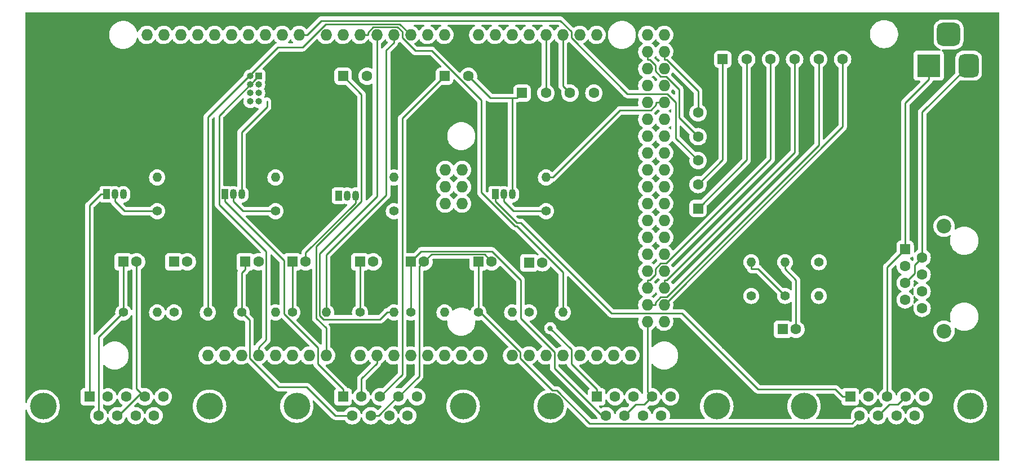
<source format=gbr>
%TF.GenerationSoftware,KiCad,Pcbnew,(6.0.4)*%
%TF.CreationDate,2022-04-19T02:21:29-03:00*%
%TF.ProjectId,TCC_Flow,5443435f-466c-46f7-972e-6b696361645f,rev?*%
%TF.SameCoordinates,Original*%
%TF.FileFunction,Copper,L2,Bot*%
%TF.FilePolarity,Positive*%
%FSLAX46Y46*%
G04 Gerber Fmt 4.6, Leading zero omitted, Abs format (unit mm)*
G04 Created by KiCad (PCBNEW (6.0.4)) date 2022-04-19 02:21:29*
%MOMM*%
%LPD*%
G01*
G04 APERTURE LIST*
G04 Aperture macros list*
%AMRoundRect*
0 Rectangle with rounded corners*
0 $1 Rounding radius*
0 $2 $3 $4 $5 $6 $7 $8 $9 X,Y pos of 4 corners*
0 Add a 4 corners polygon primitive as box body*
4,1,4,$2,$3,$4,$5,$6,$7,$8,$9,$2,$3,0*
0 Add four circle primitives for the rounded corners*
1,1,$1+$1,$2,$3*
1,1,$1+$1,$4,$5*
1,1,$1+$1,$6,$7*
1,1,$1+$1,$8,$9*
0 Add four rect primitives between the rounded corners*
20,1,$1+$1,$2,$3,$4,$5,0*
20,1,$1+$1,$4,$5,$6,$7,0*
20,1,$1+$1,$6,$7,$8,$9,0*
20,1,$1+$1,$8,$9,$2,$3,0*%
G04 Aperture macros list end*
%TA.AperFunction,ComponentPad*%
%ADD10R,1.000000X1.000000*%
%TD*%
%TA.AperFunction,ComponentPad*%
%ADD11O,1.000000X1.000000*%
%TD*%
%TA.AperFunction,ComponentPad*%
%ADD12RoundRect,0.248000X0.552000X-0.552000X0.552000X0.552000X-0.552000X0.552000X-0.552000X-0.552000X0*%
%TD*%
%TA.AperFunction,ComponentPad*%
%ADD13C,1.600000*%
%TD*%
%TA.AperFunction,ComponentPad*%
%ADD14C,2.200000*%
%TD*%
%TA.AperFunction,ComponentPad*%
%ADD15O,1.727200X1.727200*%
%TD*%
%TA.AperFunction,ComponentPad*%
%ADD16R,1.600000X1.600000*%
%TD*%
%TA.AperFunction,ComponentPad*%
%ADD17R,3.500000X3.500000*%
%TD*%
%TA.AperFunction,ComponentPad*%
%ADD18RoundRect,0.750000X0.750000X1.000000X-0.750000X1.000000X-0.750000X-1.000000X0.750000X-1.000000X0*%
%TD*%
%TA.AperFunction,ComponentPad*%
%ADD19RoundRect,0.875000X0.875000X0.875000X-0.875000X0.875000X-0.875000X-0.875000X0.875000X-0.875000X0*%
%TD*%
%TA.AperFunction,ComponentPad*%
%ADD20C,4.000000*%
%TD*%
%TA.AperFunction,ComponentPad*%
%ADD21RoundRect,0.250000X-0.550000X-0.550000X0.550000X-0.550000X0.550000X0.550000X-0.550000X0.550000X0*%
%TD*%
%TA.AperFunction,ComponentPad*%
%ADD22RoundRect,0.250000X0.550000X-0.550000X0.550000X0.550000X-0.550000X0.550000X-0.550000X-0.550000X0*%
%TD*%
%TA.AperFunction,ComponentPad*%
%ADD23R,1.050000X1.500000*%
%TD*%
%TA.AperFunction,ComponentPad*%
%ADD24O,1.050000X1.500000*%
%TD*%
%TA.AperFunction,ComponentPad*%
%ADD25C,1.400000*%
%TD*%
%TA.AperFunction,ComponentPad*%
%ADD26O,1.400000X1.400000*%
%TD*%
%TA.AperFunction,ViaPad*%
%ADD27C,0.800000*%
%TD*%
%TA.AperFunction,Conductor*%
%ADD28C,0.250000*%
%TD*%
G04 APERTURE END LIST*
D10*
%TO.P,J1,1,Pin_1*%
%TO.N,Net-(XA1-Pad3V3)*%
X99060000Y-53340000D03*
D11*
%TO.P,J1,2,Pin_2*%
%TO.N,Net-(XA1-PadD1)*%
X97790000Y-53340000D03*
%TO.P,J1,3,Pin_3*%
%TO.N,unconnected-(J1-Pad3)*%
X99060000Y-54610000D03*
%TO.P,J1,4,Pin_4*%
%TO.N,unconnected-(J1-Pad4)*%
X97790000Y-54610000D03*
%TO.P,J1,5,Pin_5*%
%TO.N,unconnected-(J1-Pad5)*%
X99060000Y-55880000D03*
%TO.P,J1,6,Pin_6*%
%TO.N,unconnected-(J1-Pad6)*%
X97790000Y-55880000D03*
%TO.P,J1,7,Pin_7*%
%TO.N,unconnected-(J1-Pad7)*%
X99060000Y-57150000D03*
%TO.P,J1,8,Pin_8*%
%TO.N,Net-(C1-Pad2)*%
X97790000Y-57150000D03*
%TD*%
D12*
%TO.P,Pirani1,1,Pin_1*%
%TO.N,Net-(MFC1-Pad3)*%
X196200000Y-79375000D03*
D13*
%TO.P,Pirani1,2,Pin_2*%
%TO.N,Net-(C1-Pad2)*%
X198740000Y-80645000D03*
%TO.P,Pirani1,3,Pin_3*%
%TO.N,Net-(Pirani1-Pad3)*%
X196200000Y-81915000D03*
%TO.P,Pirani1,4,Pin_4*%
%TO.N,unconnected-(Pirani1-Pad4)*%
X198740000Y-83185000D03*
%TO.P,Pirani1,5,Pin_5*%
%TO.N,Net-(C1-Pad2)*%
X196200000Y-84455000D03*
%TO.P,Pirani1,6,Pin_6*%
%TO.N,unconnected-(Pirani1-Pad6)*%
X198740000Y-85725000D03*
%TO.P,Pirani1,7,Pin_7*%
%TO.N,unconnected-(Pirani1-Pad7)*%
X196200000Y-86995000D03*
%TO.P,Pirani1,8,Pin_8*%
%TO.N,unconnected-(Pirani1-Pad8)*%
X198740000Y-88265000D03*
D14*
%TO.P,Pirani1,SH*%
%TO.N,N/C*%
X202040000Y-91720000D03*
X202040000Y-75920000D03*
%TD*%
D15*
%TO.P,XA1,MISO,SPI_MISO*%
%TO.N,unconnected-(XA1-PadMISO)*%
X127107000Y-67440000D03*
%TO.P,XA1,GND6,GND*%
%TO.N,unconnected-(XA1-PadGND6)*%
X160000000Y-90300000D03*
%TO.P,XA1,GND5,GND*%
%TO.N,Net-(C1-Pad2)*%
X157460000Y-90300000D03*
%TO.P,XA1,D53,D53_SS*%
%TO.N,Net-(MicroSd1-Pad6)*%
X160000000Y-87760000D03*
%TO.P,XA1,D52,D52*%
%TO.N,Net-(MicroSd1-Pad5)*%
X157460000Y-87760000D03*
%TO.P,XA1,D51,D51*%
%TO.N,Net-(MicroSd1-Pad4)*%
X160000000Y-85220000D03*
%TO.P,XA1,D50,D50*%
%TO.N,Net-(MicroSd1-Pad3)*%
X157460000Y-85220000D03*
%TO.P,XA1,D49,D49*%
%TO.N,unconnected-(XA1-PadD49)*%
X160000000Y-82680000D03*
%TO.P,XA1,D48,D48*%
%TO.N,unconnected-(XA1-PadD48)*%
X157460000Y-82680000D03*
%TO.P,XA1,D47,D47*%
%TO.N,unconnected-(XA1-PadD47)*%
X160000000Y-80140000D03*
%TO.P,XA1,D46,D46*%
%TO.N,unconnected-(XA1-PadD46)*%
X157460000Y-80140000D03*
%TO.P,XA1,D45,D45*%
%TO.N,unconnected-(XA1-PadD45)*%
X160000000Y-77600000D03*
%TO.P,XA1,D44,D44*%
%TO.N,unconnected-(XA1-PadD44)*%
X157460000Y-77600000D03*
%TO.P,XA1,D43,D43*%
%TO.N,unconnected-(XA1-PadD43)*%
X160000000Y-75060000D03*
%TO.P,XA1,D42,D42*%
%TO.N,unconnected-(XA1-PadD42)*%
X157460000Y-75060000D03*
%TO.P,XA1,D41,D41*%
%TO.N,unconnected-(XA1-PadD41)*%
X160000000Y-72520000D03*
%TO.P,XA1,D40,D40*%
%TO.N,unconnected-(XA1-PadD40)*%
X157460000Y-72520000D03*
%TO.P,XA1,D39,D39*%
%TO.N,unconnected-(XA1-PadD39)*%
X160000000Y-69980000D03*
%TO.P,XA1,D38,D38*%
%TO.N,unconnected-(XA1-PadD38)*%
X157460000Y-69980000D03*
%TO.P,XA1,D37,D37*%
%TO.N,unconnected-(XA1-PadD37)*%
X160000000Y-67440000D03*
%TO.P,XA1,D36,D36*%
%TO.N,unconnected-(XA1-PadD36)*%
X157460000Y-67440000D03*
%TO.P,XA1,D35,D35*%
%TO.N,unconnected-(XA1-PadD35)*%
X160000000Y-64900000D03*
%TO.P,XA1,D34,D34*%
%TO.N,unconnected-(XA1-PadD34)*%
X157460000Y-64900000D03*
%TO.P,XA1,D33,D33*%
%TO.N,unconnected-(XA1-PadD33)*%
X160000000Y-62360000D03*
%TO.P,XA1,D32,D32*%
%TO.N,unconnected-(XA1-PadD32)*%
X157460000Y-62360000D03*
%TO.P,XA1,D31,D31*%
%TO.N,unconnected-(XA1-PadD31)*%
X160000000Y-59820000D03*
%TO.P,XA1,D30,D30*%
%TO.N,unconnected-(XA1-PadD30)*%
X157460000Y-59820000D03*
%TO.P,XA1,D29,D29*%
%TO.N,Net-(XA1-PadD29)*%
X160000000Y-57280000D03*
%TO.P,XA1,D28,D28*%
%TO.N,Net-(R10-Pad2)*%
X157460000Y-57280000D03*
%TO.P,XA1,D27,D27*%
%TO.N,Net-(R11-Pad2)*%
X160000000Y-54740000D03*
%TO.P,XA1,D26,D26*%
%TO.N,Net-(R8-Pad2)*%
X157460000Y-54740000D03*
%TO.P,XA1,D25,D25*%
%TO.N,unconnected-(XA1-PadD25)*%
X160000000Y-52200000D03*
%TO.P,XA1,D24,D24*%
%TO.N,unconnected-(XA1-PadD24)*%
X157460000Y-52200000D03*
%TO.P,XA1,D23,D23*%
%TO.N,Net-(Clock1-Pad5)*%
X160000000Y-49660000D03*
%TO.P,XA1,D22,D22*%
%TO.N,Net-(Clock1-Pad4)*%
X157460000Y-49660000D03*
%TO.P,XA1,5V4,5V*%
%TO.N,unconnected-(XA1-Pad5V4)*%
X160000000Y-47120000D03*
%TO.P,XA1,5V3,5V*%
%TO.N,Net-(Clock1-Pad1)*%
X157460000Y-47120000D03*
%TO.P,XA1,A15,A15*%
%TO.N,unconnected-(XA1-PadA15)*%
X154920000Y-95380000D03*
%TO.P,XA1,A14,A14*%
%TO.N,unconnected-(XA1-PadA14)*%
X152380000Y-95380000D03*
%TO.P,XA1,A13,A13*%
%TO.N,unconnected-(XA1-PadA13)*%
X149840000Y-95380000D03*
%TO.P,XA1,A12,A12*%
%TO.N,unconnected-(XA1-PadA12)*%
X147300000Y-95380000D03*
%TO.P,XA1,A11,A11*%
%TO.N,unconnected-(XA1-PadA11)*%
X144760000Y-95380000D03*
%TO.P,XA1,A10,A10*%
%TO.N,unconnected-(XA1-PadA10)*%
X142220000Y-95380000D03*
%TO.P,XA1,A9,A9*%
%TO.N,unconnected-(XA1-PadA9)*%
X139680000Y-95380000D03*
%TO.P,XA1,A8,A8*%
%TO.N,unconnected-(XA1-PadA8)*%
X137140000Y-95380000D03*
%TO.P,XA1,A7,A7*%
%TO.N,unconnected-(XA1-PadA7)*%
X132060000Y-95380000D03*
%TO.P,XA1,A6,A6*%
%TO.N,unconnected-(XA1-PadA6)*%
X129520000Y-95380000D03*
%TO.P,XA1,A5,A5*%
%TO.N,Net-(C5-Pad1)*%
X126980000Y-95380000D03*
%TO.P,XA1,A4,A4*%
%TO.N,unconnected-(XA1-PadA4)*%
X124440000Y-95380000D03*
%TO.P,XA1,A3,A3*%
%TO.N,Net-(MFC4-Pad2)*%
X121900000Y-95380000D03*
%TO.P,XA1,A2,A2*%
%TO.N,Net-(MFC3-Pad2)*%
X119360000Y-95380000D03*
%TO.P,XA1,A1,A1*%
%TO.N,Net-(MFC2-Pad2)*%
X116820000Y-95380000D03*
%TO.P,XA1,*%
%TO.N,*%
X91420000Y-95380000D03*
%TO.P,XA1,D11,D11*%
%TO.N,unconnected-(XA1-PadD11)*%
X97516000Y-47120000D03*
%TO.P,XA1,D12,D12*%
%TO.N,unconnected-(XA1-PadD12)*%
X94976000Y-47120000D03*
%TO.P,XA1,D13,D13*%
%TO.N,unconnected-(XA1-PadD13)*%
X92436000Y-47120000D03*
%TO.P,XA1,AREF,AREF*%
%TO.N,unconnected-(XA1-PadAREF)*%
X87356000Y-47120000D03*
%TO.P,XA1,SDA,SDA*%
%TO.N,unconnected-(XA1-PadSDA)*%
X84816000Y-47120000D03*
%TO.P,XA1,SCL,SCL*%
%TO.N,unconnected-(XA1-PadSCL)*%
X82276000Y-47120000D03*
%TO.P,XA1,D10,D10*%
%TO.N,unconnected-(XA1-PadD10)*%
X100056000Y-47120000D03*
%TO.P,XA1,D9,D9*%
%TO.N,unconnected-(XA1-PadD9)*%
X102596000Y-47120000D03*
%TO.P,XA1,D8,D8*%
%TO.N,Net-(Clock1-Pad3)*%
X105136000Y-47120000D03*
%TO.P,XA1,GND1,GND*%
%TO.N,unconnected-(XA1-PadGND1)*%
X89896000Y-47120000D03*
%TO.P,XA1,D7,D7*%
%TO.N,unconnected-(XA1-PadD7)*%
X109200000Y-47120000D03*
%TO.P,XA1,D6,D6*%
%TO.N,unconnected-(XA1-PadD6)*%
X111740000Y-47120000D03*
%TO.P,XA1,D5,D5*%
%TO.N,Net-(R6-Pad2)*%
X114280000Y-47120000D03*
%TO.P,XA1,D4,D4*%
%TO.N,Net-(R5-Pad2)*%
X116820000Y-47120000D03*
%TO.P,XA1,D3,D3_INT1*%
%TO.N,Net-(R4-Pad2)*%
X119360000Y-47120000D03*
%TO.P,XA1,D2,D2_INT0*%
%TO.N,Net-(R3-Pad2)*%
X121900000Y-47120000D03*
%TO.P,XA1,D1,D1_TX0*%
%TO.N,Net-(XA1-PadD1)*%
X124440000Y-47120000D03*
%TO.P,XA1,D0,D0_RX0*%
%TO.N,unconnected-(XA1-PadD0)*%
X126980000Y-47120000D03*
%TO.P,XA1,D14,D14_TX3*%
%TO.N,unconnected-(XA1-PadD14)*%
X132060000Y-47120000D03*
%TO.P,XA1,D15,D15_RX3*%
%TO.N,unconnected-(XA1-PadD15)*%
X134600000Y-47120000D03*
%TO.P,XA1,D16,D16_TX2*%
%TO.N,unconnected-(XA1-PadD16)*%
X137140000Y-47120000D03*
%TO.P,XA1,D17,D17_RX2*%
%TO.N,unconnected-(XA1-PadD17)*%
X139680000Y-47120000D03*
%TO.P,XA1,D18,D18_TX1*%
%TO.N,Net-(Tela1-Pad2)*%
X142220000Y-47120000D03*
%TO.P,XA1,D19,D19_RX1*%
%TO.N,Net-(Tela1-Pad3)*%
X144760000Y-47120000D03*
%TO.P,XA1,D20,D20_SDA*%
%TO.N,unconnected-(XA1-PadD20)*%
X147300000Y-47120000D03*
%TO.P,XA1,D21,D21_SCL*%
%TO.N,unconnected-(XA1-PadD21)*%
X149840000Y-47120000D03*
%TO.P,XA1,IORF,IOREF*%
%TO.N,unconnected-(XA1-PadIORF)*%
X93960000Y-95380000D03*
%TO.P,XA1,RST1,RESET*%
%TO.N,unconnected-(XA1-PadRST1)*%
X96500000Y-95380000D03*
%TO.P,XA1,3V3,3.3V*%
%TO.N,Net-(XA1-Pad3V3)*%
X99040000Y-95380000D03*
%TO.P,XA1,5V1,5V*%
%TO.N,unconnected-(XA1-Pad5V1)*%
X101580000Y-95380000D03*
%TO.P,XA1,GND2,GND*%
%TO.N,unconnected-(XA1-PadGND2)*%
X104120000Y-95380000D03*
%TO.P,XA1,GND3,GND*%
%TO.N,unconnected-(XA1-PadGND3)*%
X106660000Y-95380000D03*
%TO.P,XA1,VIN,VIN*%
%TO.N,Net-(XA1-PadVIN)*%
X109200000Y-95380000D03*
%TO.P,XA1,A0,A0*%
%TO.N,Net-(MFC1-Pad2)*%
X114280000Y-95380000D03*
%TO.P,XA1,5V2,SPI_5V*%
%TO.N,unconnected-(XA1-Pad5V2)*%
X129647000Y-67440000D03*
%TO.P,XA1,SCK,SPI_SCK*%
%TO.N,unconnected-(XA1-PadSCK)*%
X127107000Y-69980000D03*
%TO.P,XA1,MOSI,SPI_MOSI*%
%TO.N,unconnected-(XA1-PadMOSI)*%
X129647000Y-69980000D03*
%TO.P,XA1,GND4,SPI_GND*%
%TO.N,unconnected-(XA1-PadGND4)*%
X129647000Y-72520000D03*
%TO.P,XA1,RST2,SPI_RESET*%
%TO.N,unconnected-(XA1-PadRST2)*%
X127107000Y-72520000D03*
%TD*%
D16*
%TO.P,C2,1*%
%TO.N,Net-(MFC2-Pad6)*%
X97060000Y-81280000D03*
D13*
%TO.P,C2,2*%
%TO.N,Net-(C1-Pad2)*%
X99060000Y-81280000D03*
%TD*%
%TO.P,C1,2*%
%TO.N,Net-(C1-Pad2)*%
X88360000Y-81280000D03*
D16*
%TO.P,C1,1*%
%TO.N,Net-(R3-Pad1)*%
X86360000Y-81280000D03*
%TD*%
%TO.P,C9,1*%
%TO.N,Net-(MFC3-Pad6)*%
X121920000Y-81280000D03*
D13*
%TO.P,C9,2*%
%TO.N,Net-(C1-Pad2)*%
X123920000Y-81280000D03*
%TD*%
D16*
%TO.P,C8,1*%
%TO.N,Net-(R4-Pad1)*%
X104140000Y-81280000D03*
D13*
%TO.P,C8,2*%
%TO.N,Net-(C1-Pad2)*%
X106140000Y-81280000D03*
%TD*%
D16*
%TO.P,C7,1*%
%TO.N,Net-(R6-Pad1)*%
X139700000Y-81420000D03*
D13*
%TO.P,C7,2*%
%TO.N,unconnected-(C7-Pad2)*%
X141700000Y-81420000D03*
%TD*%
%TO.P,C6,2*%
%TO.N,Net-(C1-Pad2)*%
X80740000Y-81280000D03*
D16*
%TO.P,C6,1*%
%TO.N,Net-(C6-Pad1)*%
X78740000Y-81280000D03*
%TD*%
%TO.P,C5,1*%
%TO.N,Net-(C5-Pad1)*%
X177800000Y-91440000D03*
D13*
%TO.P,C5,2*%
%TO.N,Net-(C1-Pad2)*%
X179800000Y-91440000D03*
%TD*%
D16*
%TO.P,C4,1*%
%TO.N,Net-(MFC4-Pad6)*%
X132080000Y-81280000D03*
D13*
%TO.P,C4,2*%
%TO.N,Net-(C1-Pad2)*%
X134080000Y-81280000D03*
%TD*%
D16*
%TO.P,C3,1*%
%TO.N,Net-(R5-Pad1)*%
X114300000Y-81280000D03*
D13*
%TO.P,C3,2*%
%TO.N,Net-(C1-Pad2)*%
X116300000Y-81280000D03*
%TD*%
D17*
%TO.P,+15V-,1,Pin_1*%
%TO.N,Net-(MFC1-Pad3)*%
X199740000Y-51757500D03*
D18*
%TO.P,+15V-,2,Pin_2*%
%TO.N,Net-(C1-Pad2)*%
X205740000Y-51757500D03*
D19*
%TO.P,+15V-,3*%
%TO.N,N/C*%
X202740000Y-47057500D03*
%TD*%
D20*
%TO.P,MFC1,0*%
%TO.N,N/C*%
X91700000Y-103020000D03*
X66700000Y-103020000D03*
D16*
%TO.P,MFC1,1,Pin_1*%
%TO.N,Net-(Q1-Pad1)*%
X73660000Y-101600000D03*
D13*
%TO.P,MFC1,2,Pin_2*%
%TO.N,Net-(MFC1-Pad2)*%
X76430000Y-101600000D03*
%TO.P,MFC1,3,Pin_3*%
%TO.N,Net-(MFC1-Pad3)*%
X79200000Y-101600000D03*
%TO.P,MFC1,4,Pin_4*%
%TO.N,Net-(C1-Pad2)*%
X81970000Y-101600000D03*
%TO.P,MFC1,5,Pin_5*%
%TO.N,unconnected-(MFC1-Pad5)*%
X84740000Y-101600000D03*
%TO.P,MFC1,6,Pin_6*%
%TO.N,Net-(C6-Pad1)*%
X75045000Y-104440000D03*
%TO.P,MFC1,7,Pin_7*%
%TO.N,Net-(C1-Pad2)*%
X77815000Y-104440000D03*
%TO.P,MFC1,8,Pin_8*%
%TO.N,unconnected-(MFC1-Pad8)*%
X80585000Y-104440000D03*
%TO.P,MFC1,9,Pin_9*%
%TO.N,unconnected-(MFC1-Pad9)*%
X83355000Y-104440000D03*
%TD*%
D20*
%TO.P,MFC4,0*%
%TO.N,N/C*%
X206000000Y-103020000D03*
X181000000Y-103020000D03*
D16*
%TO.P,MFC4,1,Pin_1*%
%TO.N,Net-(MFC4-Pad1)*%
X187960000Y-101600000D03*
D13*
%TO.P,MFC4,2,Pin_2*%
%TO.N,Net-(MFC4-Pad2)*%
X190730000Y-101600000D03*
%TO.P,MFC4,3,Pin_3*%
%TO.N,Net-(MFC1-Pad3)*%
X193500000Y-101600000D03*
%TO.P,MFC4,4,Pin_4*%
%TO.N,Net-(C1-Pad2)*%
X196270000Y-101600000D03*
%TO.P,MFC4,5,Pin_5*%
%TO.N,unconnected-(MFC4-Pad5)*%
X199040000Y-101600000D03*
%TO.P,MFC4,6,Pin_6*%
%TO.N,Net-(MFC4-Pad6)*%
X189345000Y-104440000D03*
%TO.P,MFC4,7,Pin_7*%
%TO.N,Net-(C1-Pad2)*%
X192115000Y-104440000D03*
%TO.P,MFC4,8,Pin_8*%
%TO.N,unconnected-(MFC4-Pad8)*%
X194885000Y-104440000D03*
%TO.P,MFC4,9,Pin_9*%
%TO.N,unconnected-(MFC4-Pad9)*%
X197655000Y-104440000D03*
%TD*%
D20*
%TO.P,MFC3,0*%
%TO.N,N/C*%
X167900000Y-103020000D03*
X142900000Y-103020000D03*
D16*
%TO.P,MFC3,1,Pin_1*%
%TO.N,Net-(Q2-Pad1)*%
X149860000Y-101600000D03*
D13*
%TO.P,MFC3,2,Pin_2*%
%TO.N,Net-(MFC3-Pad2)*%
X152630000Y-101600000D03*
%TO.P,MFC3,3,Pin_3*%
%TO.N,Net-(MFC1-Pad3)*%
X155400000Y-101600000D03*
%TO.P,MFC3,4,Pin_4*%
%TO.N,Net-(C1-Pad2)*%
X158170000Y-101600000D03*
%TO.P,MFC3,5,Pin_5*%
%TO.N,unconnected-(MFC3-Pad5)*%
X160940000Y-101600000D03*
%TO.P,MFC3,6,Pin_6*%
%TO.N,Net-(MFC3-Pad6)*%
X151245000Y-104440000D03*
%TO.P,MFC3,7,Pin_7*%
%TO.N,Net-(C1-Pad2)*%
X154015000Y-104440000D03*
%TO.P,MFC3,8,Pin_8*%
%TO.N,unconnected-(MFC3-Pad8)*%
X156785000Y-104440000D03*
%TO.P,MFC3,9,Pin_9*%
%TO.N,unconnected-(MFC3-Pad9)*%
X159555000Y-104440000D03*
%TD*%
D20*
%TO.P,MFC2,0*%
%TO.N,N/C*%
X129800000Y-103020000D03*
X104800000Y-103020000D03*
D16*
%TO.P,MFC2,1,Pin_1*%
%TO.N,Net-(MFC2-Pad1)*%
X111760000Y-101600000D03*
D13*
%TO.P,MFC2,2,Pin_2*%
%TO.N,Net-(MFC2-Pad2)*%
X114530000Y-101600000D03*
%TO.P,MFC2,3,Pin_3*%
%TO.N,Net-(MFC1-Pad3)*%
X117300000Y-101600000D03*
%TO.P,MFC2,4,Pin_4*%
%TO.N,Net-(C1-Pad2)*%
X120070000Y-101600000D03*
%TO.P,MFC2,5,Pin_5*%
%TO.N,unconnected-(MFC2-Pad5)*%
X122840000Y-101600000D03*
%TO.P,MFC2,6,Pin_6*%
%TO.N,Net-(MFC2-Pad6)*%
X113145000Y-104440000D03*
%TO.P,MFC2,7,Pin_7*%
%TO.N,Net-(C1-Pad2)*%
X115915000Y-104440000D03*
%TO.P,MFC2,8,Pin_8*%
%TO.N,unconnected-(MFC2-Pad8)*%
X118685000Y-104440000D03*
%TO.P,MFC2,9,Pin_9*%
%TO.N,unconnected-(MFC2-Pad9)*%
X121455000Y-104440000D03*
%TD*%
%TO.P,+15V2-,2,Pin_2*%
%TO.N,Net-(C1-Pad2)*%
X130600000Y-53340000D03*
D21*
%TO.P,+15V2-,1,Pin_1*%
%TO.N,Net-(MFC1-Pad3)*%
X127000000Y-53340000D03*
%TD*%
%TO.P,+5V-,1,Pin_1*%
%TO.N,Net-(XA1-PadVIN)*%
X111760000Y-53340000D03*
D13*
%TO.P,+5V-,2,Pin_2*%
%TO.N,Net-(C1-Pad2)*%
X115360000Y-53340000D03*
%TD*%
D21*
%TO.P,Tela1,1,Pin_1*%
%TO.N,Net-(C1-Pad2)*%
X138640000Y-55880000D03*
D13*
%TO.P,Tela1,2,Pin_2*%
%TO.N,Net-(Tela1-Pad2)*%
X142240000Y-55880000D03*
%TO.P,Tela1,3,Pin_3*%
%TO.N,Net-(Tela1-Pad3)*%
X145840000Y-55880000D03*
%TO.P,Tela1,4,Pin_4*%
%TO.N,Net-(Clock1-Pad1)*%
X149440000Y-55880000D03*
%TD*%
D22*
%TO.P,Clock1,1,Pin_1*%
%TO.N,Net-(Clock1-Pad1)*%
X165100000Y-73240000D03*
D13*
%TO.P,Clock1,2,Pin_2*%
%TO.N,Net-(C1-Pad2)*%
X165100000Y-69640000D03*
%TO.P,Clock1,3,Pin_3*%
%TO.N,Net-(Clock1-Pad3)*%
X165100000Y-66040000D03*
%TO.P,Clock1,4,Pin_4*%
%TO.N,Net-(Clock1-Pad4)*%
X165100000Y-62440000D03*
%TO.P,Clock1,5,Pin_5*%
%TO.N,Net-(Clock1-Pad5)*%
X165100000Y-58840000D03*
%TD*%
%TO.P,MicroSd1,6,Pin_6*%
%TO.N,Net-(MicroSd1-Pad6)*%
X186800000Y-50800000D03*
%TO.P,MicroSd1,5,Pin_5*%
%TO.N,Net-(MicroSd1-Pad5)*%
X183200000Y-50800000D03*
%TO.P,MicroSd1,4,Pin_4*%
%TO.N,Net-(MicroSd1-Pad4)*%
X179600000Y-50800000D03*
%TO.P,MicroSd1,3,Pin_3*%
%TO.N,Net-(MicroSd1-Pad3)*%
X176000000Y-50800000D03*
%TO.P,MicroSd1,2,Pin_2*%
%TO.N,Net-(Clock1-Pad1)*%
X172400000Y-50800000D03*
D21*
%TO.P,MicroSd1,1,Pin_1*%
%TO.N,Net-(C1-Pad2)*%
X168800000Y-50800000D03*
%TD*%
D23*
%TO.P,Q4,1,C*%
%TO.N,Net-(MFC4-Pad1)*%
X134620000Y-71120000D03*
D24*
%TO.P,Q4,2,B*%
%TO.N,Net-(Q4-Pad2)*%
X135890000Y-71120000D03*
%TO.P,Q4,3,E*%
%TO.N,Net-(C1-Pad2)*%
X137160000Y-71120000D03*
%TD*%
D23*
%TO.P,Q3,1,C*%
%TO.N,Net-(MFC2-Pad1)*%
X93980000Y-71120000D03*
D24*
%TO.P,Q3,2,B*%
%TO.N,Net-(Q3-Pad2)*%
X95250000Y-71120000D03*
%TO.P,Q3,3,E*%
%TO.N,Net-(C1-Pad2)*%
X96520000Y-71120000D03*
%TD*%
D23*
%TO.P,Q2,1,C*%
%TO.N,Net-(Q2-Pad1)*%
X111105000Y-71337500D03*
D24*
%TO.P,Q2,2,B*%
%TO.N,Net-(Q2-Pad2)*%
X112375000Y-71337500D03*
%TO.P,Q2,3,E*%
%TO.N,Net-(C1-Pad2)*%
X113645000Y-71337500D03*
%TD*%
D23*
%TO.P,Q1,1,C*%
%TO.N,Net-(Q1-Pad1)*%
X76200000Y-71120000D03*
D24*
%TO.P,Q1,2,B*%
%TO.N,Net-(Q1-Pad2)*%
X77470000Y-71120000D03*
%TO.P,Q1,3,E*%
%TO.N,Net-(C1-Pad2)*%
X78740000Y-71120000D03*
%TD*%
D25*
%TO.P,R15,1*%
%TO.N,Net-(MFC2-Pad6)*%
X96520000Y-88900000D03*
D26*
%TO.P,R15,2*%
%TO.N,Net-(R4-Pad1)*%
X101600000Y-88900000D03*
%TD*%
D25*
%TO.P,R14,1*%
%TO.N,Net-(MFC3-Pad6)*%
X121920000Y-88900000D03*
D26*
%TO.P,R14,2*%
%TO.N,Net-(R5-Pad1)*%
X127000000Y-88900000D03*
%TD*%
D25*
%TO.P,R13,1*%
%TO.N,Net-(MFC4-Pad6)*%
X132080000Y-88900000D03*
D26*
%TO.P,R13,2*%
%TO.N,Net-(R6-Pad1)*%
X137160000Y-88900000D03*
%TD*%
D25*
%TO.P,R12,1*%
%TO.N,Net-(Q4-Pad2)*%
X142240000Y-73660000D03*
D26*
%TO.P,R12,2*%
%TO.N,Net-(XA1-PadD29)*%
X142240000Y-68580000D03*
%TD*%
D25*
%TO.P,R11,1*%
%TO.N,Net-(Q3-Pad2)*%
X101600000Y-73660000D03*
D26*
%TO.P,R11,2*%
%TO.N,Net-(R11-Pad2)*%
X101600000Y-68580000D03*
%TD*%
D25*
%TO.P,R10,1*%
%TO.N,Net-(Q2-Pad2)*%
X119380000Y-73660000D03*
D26*
%TO.P,R10,2*%
%TO.N,Net-(R10-Pad2)*%
X119380000Y-68580000D03*
%TD*%
%TO.P,R9,2*%
%TO.N,Net-(R3-Pad1)*%
X83820000Y-88900000D03*
D25*
%TO.P,R9,1*%
%TO.N,Net-(C6-Pad1)*%
X78740000Y-88900000D03*
%TD*%
%TO.P,R8,1*%
%TO.N,Net-(Q1-Pad2)*%
X83820000Y-73660000D03*
D26*
%TO.P,R8,2*%
%TO.N,Net-(R8-Pad2)*%
X83820000Y-68580000D03*
%TD*%
D25*
%TO.P,R7,1*%
%TO.N,Net-(C5-Pad1)*%
X173080000Y-86420000D03*
D26*
%TO.P,R7,2*%
%TO.N,Net-(R1-Pad2)*%
X173080000Y-81340000D03*
%TD*%
D25*
%TO.P,R6,1*%
%TO.N,Net-(R6-Pad1)*%
X139700000Y-88900000D03*
D26*
%TO.P,R6,2*%
%TO.N,Net-(R6-Pad2)*%
X144780000Y-88900000D03*
%TD*%
D25*
%TO.P,R5,1*%
%TO.N,Net-(R5-Pad1)*%
X114300000Y-88900000D03*
D26*
%TO.P,R5,2*%
%TO.N,Net-(R5-Pad2)*%
X119380000Y-88900000D03*
%TD*%
D25*
%TO.P,R4,1*%
%TO.N,Net-(R4-Pad1)*%
X104140000Y-88900000D03*
D26*
%TO.P,R4,2*%
%TO.N,Net-(R4-Pad2)*%
X109220000Y-88900000D03*
%TD*%
%TO.P,R3,2*%
%TO.N,Net-(R3-Pad2)*%
X91440000Y-88900000D03*
D25*
%TO.P,R3,1*%
%TO.N,Net-(R3-Pad1)*%
X86360000Y-88900000D03*
%TD*%
%TO.P,R2,1*%
%TO.N,Net-(R1-Pad2)*%
X178160000Y-86420000D03*
D26*
%TO.P,R2,2*%
%TO.N,Net-(C1-Pad2)*%
X178160000Y-81340000D03*
%TD*%
D25*
%TO.P,R1,1*%
%TO.N,Net-(Pirani1-Pad3)*%
X183240000Y-81340000D03*
D26*
%TO.P,R1,2*%
%TO.N,Net-(R1-Pad2)*%
X183240000Y-86420000D03*
%TD*%
D27*
%TO.N,Net-(Q2-Pad1)*%
X142881600Y-91281400D03*
%TD*%
D28*
%TO.N,Net-(XA1-PadVIN)*%
X109200000Y-91259900D02*
X109200000Y-95380000D01*
X107742200Y-89802100D02*
X109200000Y-91259900D01*
X107742200Y-78952500D02*
X107742200Y-89802100D01*
X114527100Y-72167600D02*
X107742200Y-78952500D01*
X114527100Y-56107100D02*
X114527100Y-72167600D01*
X111760000Y-53340000D02*
X114527100Y-56107100D01*
%TO.N,Net-(XA1-Pad3V3)*%
X100215300Y-93015800D02*
X99040000Y-94191100D01*
X100215300Y-79730300D02*
X100215300Y-93015800D01*
X93129600Y-72644600D02*
X100215300Y-79730300D01*
X93129600Y-59270400D02*
X93129600Y-72644600D01*
X99060000Y-53340000D02*
X93129600Y-59270400D01*
X99040000Y-95380000D02*
X99040000Y-94191100D01*
%TO.N,Net-(MFC4-Pad1)*%
X187960000Y-101600000D02*
X186834700Y-101600000D01*
X134620000Y-71120000D02*
X134620000Y-72195300D01*
X137827500Y-75402800D02*
X134620000Y-72195300D01*
X138464500Y-75402800D02*
X137827500Y-75402800D01*
X152091700Y-89030000D02*
X138464500Y-75402800D01*
X162661800Y-89030000D02*
X152091700Y-89030000D01*
X174106500Y-100474700D02*
X162661800Y-89030000D01*
X185709400Y-100474700D02*
X174106500Y-100474700D01*
X186834700Y-101600000D02*
X185709400Y-100474700D01*
%TO.N,Net-(MFC2-Pad1)*%
X107930000Y-96644700D02*
X111760000Y-100474700D01*
X107930000Y-94170700D02*
X107930000Y-96644700D01*
X102870000Y-89110700D02*
X107930000Y-94170700D01*
X102870000Y-81085300D02*
X102870000Y-89110700D01*
X93980000Y-72195300D02*
X102870000Y-81085300D01*
X93980000Y-71120000D02*
X93980000Y-72195300D01*
X111760000Y-101600000D02*
X111760000Y-100474700D01*
%TO.N,Net-(Q1-Pad1)*%
X76200000Y-71120000D02*
X75349700Y-71120000D01*
X73660000Y-101600000D02*
X73660000Y-100474700D01*
X73660000Y-72809700D02*
X73660000Y-100474700D01*
X75349700Y-71120000D02*
X73660000Y-72809700D01*
%TO.N,Net-(Q2-Pad1)*%
X146030000Y-96644700D02*
X149860000Y-100474700D01*
X146030000Y-94429800D02*
X146030000Y-96644700D01*
X142881600Y-91281400D02*
X146030000Y-94429800D01*
X149860000Y-101600000D02*
X149860000Y-100474700D01*
%TO.N,Net-(MFC2-Pad6)*%
X97060000Y-81280000D02*
X97060000Y-82405300D01*
X96520000Y-82945300D02*
X97060000Y-82405300D01*
X96520000Y-88900000D02*
X96520000Y-82945300D01*
X110594600Y-104440000D02*
X113145000Y-104440000D01*
X106294100Y-100139500D02*
X110594600Y-104440000D01*
X102063100Y-100139500D02*
X106294100Y-100139500D01*
X97698000Y-95774400D02*
X102063100Y-100139500D01*
X97698000Y-90078000D02*
X97698000Y-95774400D01*
X96520000Y-88900000D02*
X97698000Y-90078000D01*
%TO.N,Net-(MFC3-Pad6)*%
X121920000Y-88900000D02*
X121920000Y-81280000D01*
X123505900Y-79694100D02*
X121920000Y-81280000D01*
X134108800Y-79694100D02*
X123505900Y-79694100D01*
X138430000Y-84015300D02*
X134108800Y-79694100D01*
X138430000Y-89813900D02*
X138430000Y-84015300D01*
X143490000Y-94873900D02*
X138430000Y-89813900D01*
X143490000Y-97292500D02*
X143490000Y-94873900D01*
X150637500Y-104440000D02*
X143490000Y-97292500D01*
X151245000Y-104440000D02*
X150637500Y-104440000D01*
%TO.N,Net-(MFC4-Pad6)*%
X188204000Y-105581000D02*
X189345000Y-104440000D01*
X148793700Y-105581000D02*
X188204000Y-105581000D01*
X143848100Y-100635400D02*
X148793700Y-105581000D01*
X143195700Y-100635400D02*
X143848100Y-100635400D01*
X138329000Y-95768700D02*
X143195700Y-100635400D01*
X138329000Y-94862500D02*
X138329000Y-95768700D01*
X132366500Y-88900000D02*
X138329000Y-94862500D01*
X132080000Y-88900000D02*
X132366500Y-88900000D01*
X132080000Y-81280000D02*
X132080000Y-82405300D01*
X132080000Y-88900000D02*
X132080000Y-82405300D01*
%TO.N,Net-(XA1-PadD29)*%
X158811100Y-57651600D02*
X158811100Y-57280000D01*
X157993800Y-58468900D02*
X158811100Y-57651600D01*
X153376400Y-58468900D02*
X157993800Y-58468900D01*
X143265300Y-68580000D02*
X153376400Y-58468900D01*
X142240000Y-68580000D02*
X143265300Y-68580000D01*
X160000000Y-57280000D02*
X158811100Y-57280000D01*
%TO.N,Net-(Q4-Pad2)*%
X137354700Y-73660000D02*
X135890000Y-72195300D01*
X142240000Y-73660000D02*
X137354700Y-73660000D01*
X135890000Y-71120000D02*
X135890000Y-72195300D01*
%TO.N,Net-(Q3-Pad2)*%
X96714700Y-73660000D02*
X95250000Y-72195300D01*
X101600000Y-73660000D02*
X96714700Y-73660000D01*
X95250000Y-71120000D02*
X95250000Y-72195300D01*
%TO.N,Net-(C6-Pad1)*%
X78740000Y-88900000D02*
X78740000Y-81280000D01*
X75045000Y-92595000D02*
X78740000Y-88900000D01*
X75045000Y-104440000D02*
X75045000Y-92595000D01*
%TO.N,Net-(MFC2-Pad2)*%
X114530000Y-98858900D02*
X116820000Y-96568900D01*
X114530000Y-101600000D02*
X114530000Y-98858900D01*
X116820000Y-95380000D02*
X116820000Y-96568900D01*
%TO.N,Net-(Q1-Pad2)*%
X78934700Y-73660000D02*
X77470000Y-72195300D01*
X83820000Y-73660000D02*
X78934700Y-73660000D01*
X77470000Y-71120000D02*
X77470000Y-72195300D01*
%TO.N,Net-(MFC1-Pad3)*%
X193500000Y-82075000D02*
X196200000Y-79375000D01*
X193500000Y-101600000D02*
X193500000Y-82075000D01*
X196200000Y-57372800D02*
X196200000Y-79375000D01*
X199740000Y-53832800D02*
X196200000Y-57372800D01*
X199740000Y-51757500D02*
X199740000Y-53832800D01*
X120650000Y-98250000D02*
X117300000Y-101600000D01*
X120650000Y-59690000D02*
X120650000Y-98250000D01*
X127000000Y-53340000D02*
X120650000Y-59690000D01*
%TO.N,Net-(Tela1-Pad3)*%
X144760000Y-54800000D02*
X144760000Y-47120000D01*
X145840000Y-55880000D02*
X144760000Y-54800000D01*
%TO.N,Net-(Tela1-Pad2)*%
X142220000Y-55860000D02*
X142220000Y-47120000D01*
X142240000Y-55880000D02*
X142220000Y-55860000D01*
%TO.N,Net-(Clock1-Pad5)*%
X160371500Y-50848900D02*
X160000000Y-50848900D01*
X165100000Y-55577400D02*
X160371500Y-50848900D01*
X165100000Y-58840000D02*
X165100000Y-55577400D01*
X160000000Y-49660000D02*
X160000000Y-50848900D01*
%TO.N,Net-(Clock1-Pad4)*%
X157460000Y-49660000D02*
X157460000Y-50848900D01*
X157831600Y-50848900D02*
X157460000Y-50848900D01*
X158648900Y-51666200D02*
X157831600Y-50848900D01*
X158648900Y-52552200D02*
X158648900Y-51666200D01*
X159485700Y-53389000D02*
X158648900Y-52552200D01*
X160336100Y-53389000D02*
X159485700Y-53389000D01*
X162245900Y-55298800D02*
X160336100Y-53389000D01*
X162245900Y-59585900D02*
X162245900Y-55298800D01*
X165100000Y-62440000D02*
X162245900Y-59585900D01*
%TO.N,Net-(Clock1-Pad3)*%
X108464000Y-44980900D02*
X106324900Y-47120000D01*
X144371200Y-44980900D02*
X108464000Y-44980900D01*
X146030000Y-46639700D02*
X144371200Y-44980900D01*
X146030000Y-47551000D02*
X146030000Y-46639700D01*
X154489000Y-56010000D02*
X146030000Y-47551000D01*
X160427200Y-56010000D02*
X154489000Y-56010000D01*
X161714500Y-57297300D02*
X160427200Y-56010000D01*
X161714500Y-62654500D02*
X161714500Y-57297300D01*
X165100000Y-66040000D02*
X161714500Y-62654500D01*
X105136000Y-47120000D02*
X106324900Y-47120000D01*
%TO.N,Net-(MicroSd1-Pad6)*%
X186800000Y-60960000D02*
X160000000Y-87760000D01*
X186800000Y-50800000D02*
X186800000Y-60960000D01*
%TO.N,Net-(MicroSd1-Pad5)*%
X157460000Y-87760000D02*
X158648900Y-87760000D01*
X158648900Y-87388400D02*
X158648900Y-87760000D01*
X159466200Y-86571100D02*
X158648900Y-87388400D01*
X160375700Y-86571100D02*
X159466200Y-86571100D01*
X183200000Y-63746800D02*
X160375700Y-86571100D01*
X183200000Y-50800000D02*
X183200000Y-63746800D01*
%TO.N,Net-(MicroSd1-Pad4)*%
X160371500Y-84031100D02*
X160000000Y-84031100D01*
X179600000Y-64802600D02*
X160371500Y-84031100D01*
X179600000Y-50800000D02*
X179600000Y-64802600D01*
X160000000Y-85220000D02*
X160000000Y-84031100D01*
%TO.N,Net-(MicroSd1-Pad3)*%
X157460000Y-85220000D02*
X157460000Y-84031100D01*
X157831600Y-84031100D02*
X157460000Y-84031100D01*
X158648900Y-83213800D02*
X157831600Y-84031100D01*
X158648900Y-82327800D02*
X158648900Y-83213800D01*
X159485700Y-81491000D02*
X158648900Y-82327800D01*
X160335800Y-81491000D02*
X159485700Y-81491000D01*
X176000000Y-65826800D02*
X160335800Y-81491000D01*
X176000000Y-50800000D02*
X176000000Y-65826800D01*
%TO.N,Net-(Clock1-Pad1)*%
X172400000Y-65940000D02*
X165100000Y-73240000D01*
X172400000Y-50800000D02*
X172400000Y-65940000D01*
%TO.N,Net-(R6-Pad2)*%
X115468900Y-46748400D02*
X115468900Y-47120000D01*
X116286200Y-45931100D02*
X115468900Y-46748400D01*
X119939800Y-45931100D02*
X116286200Y-45931100D01*
X120630000Y-46621300D02*
X119939800Y-45931100D01*
X120630000Y-47562100D02*
X120630000Y-46621300D01*
X122584000Y-49516100D02*
X120630000Y-47562100D01*
X125091100Y-49516100D02*
X122584000Y-49516100D01*
X132536300Y-56961300D02*
X125091100Y-49516100D01*
X132536300Y-70856000D02*
X132536300Y-56961300D01*
X137583200Y-75902900D02*
X132536300Y-70856000D01*
X137850100Y-75902900D02*
X137583200Y-75902900D01*
X144780000Y-82832800D02*
X137850100Y-75902900D01*
X144780000Y-87874700D02*
X144780000Y-82832800D01*
X144780000Y-88900000D02*
X144780000Y-87874700D01*
X114280000Y-47120000D02*
X115468900Y-47120000D01*
%TO.N,Net-(R5-Pad2)*%
X116820000Y-71443000D02*
X116820000Y-47120000D01*
X108192500Y-80070500D02*
X116820000Y-71443000D01*
X108192500Y-89361100D02*
X108192500Y-80070500D01*
X108781100Y-89949700D02*
X108192500Y-89361100D01*
X117305000Y-89949700D02*
X108781100Y-89949700D01*
X118354700Y-88900000D02*
X117305000Y-89949700D01*
X119380000Y-88900000D02*
X118354700Y-88900000D01*
%TO.N,Net-(R5-Pad1)*%
X114300000Y-88900000D02*
X114300000Y-81280000D01*
%TO.N,Net-(R4-Pad2)*%
X119360000Y-47120000D02*
X119360000Y-48308900D01*
X118234000Y-49434900D02*
X119360000Y-48308900D01*
X118234000Y-71223500D02*
X118234000Y-49434900D01*
X109220000Y-80237500D02*
X118234000Y-71223500D01*
X109220000Y-88900000D02*
X109220000Y-80237500D01*
%TO.N,Net-(R4-Pad1)*%
X104140000Y-88900000D02*
X104140000Y-81280000D01*
%TO.N,Net-(R3-Pad2)*%
X120259200Y-45479200D02*
X121900000Y-47120000D01*
X109159400Y-45479200D02*
X120259200Y-45479200D01*
X105650300Y-48988300D02*
X109159400Y-45479200D01*
X101922600Y-48988300D02*
X105650300Y-48988300D01*
X91440000Y-59470900D02*
X101922600Y-48988300D01*
X91440000Y-88900000D02*
X91440000Y-59470900D01*
%TO.N,Net-(C1-Pad2)*%
X156999500Y-102770500D02*
X158170000Y-101600000D01*
X155684500Y-102770500D02*
X156999500Y-102770500D01*
X154015000Y-104440000D02*
X155684500Y-102770500D01*
X195099500Y-102770500D02*
X196270000Y-101600000D01*
X193784500Y-102770500D02*
X195099500Y-102770500D01*
X192115000Y-104440000D02*
X193784500Y-102770500D01*
X198740000Y-58757500D02*
X198740000Y-80645000D01*
X205740000Y-51757500D02*
X198740000Y-58757500D01*
X197614600Y-83040400D02*
X196200000Y-84455000D01*
X197614600Y-81770400D02*
X197614600Y-83040400D01*
X198740000Y-80645000D02*
X197614600Y-81770400D01*
X106140000Y-79917800D02*
X113645000Y-72412800D01*
X106140000Y-81280000D02*
X106140000Y-79917800D01*
X113645000Y-71337500D02*
X113645000Y-72412800D01*
X96520000Y-61785300D02*
X100330000Y-57975300D01*
X96520000Y-71120000D02*
X96520000Y-61785300D01*
X100330000Y-57150000D02*
X100330000Y-57975300D01*
X137160000Y-56620000D02*
X137160000Y-71120000D01*
X137900000Y-56620000D02*
X137160000Y-56620000D01*
X138640000Y-55880000D02*
X137900000Y-56620000D01*
X133880000Y-56620000D02*
X130600000Y-53340000D01*
X137160000Y-56620000D02*
X133880000Y-56620000D01*
X125045300Y-80154700D02*
X123920000Y-81280000D01*
X133032400Y-80154700D02*
X125045300Y-80154700D01*
X134080000Y-81202300D02*
X133032400Y-80154700D01*
X134080000Y-81280000D02*
X134080000Y-81202300D01*
X157460000Y-100890000D02*
X158170000Y-101600000D01*
X157460000Y-90300000D02*
X157460000Y-100890000D01*
X168800000Y-65940000D02*
X168800000Y-50800000D01*
X165100000Y-69640000D02*
X168800000Y-65940000D01*
X77986300Y-104440000D02*
X81398200Y-101028100D01*
X77815000Y-104440000D02*
X77986300Y-104440000D01*
X80740000Y-100370000D02*
X81398200Y-101028100D01*
X80740000Y-81280000D02*
X80740000Y-100370000D01*
X81398200Y-101028100D02*
X81970000Y-101600000D01*
X179800000Y-84005300D02*
X179800000Y-91440000D01*
X178160000Y-82365300D02*
X179800000Y-84005300D01*
X178160000Y-81340000D02*
X178160000Y-82365300D01*
X123170000Y-98500000D02*
X120070000Y-101600000D01*
X123170000Y-82030000D02*
X123170000Y-98500000D01*
X123920000Y-81280000D02*
X123170000Y-82030000D01*
X117093500Y-104440000D02*
X115915000Y-104440000D01*
X119933500Y-101600000D02*
X117093500Y-104440000D01*
X120070000Y-101600000D02*
X119933500Y-101600000D01*
%TO.N,Net-(R1-Pad2)*%
X174105300Y-82365300D02*
X173080000Y-82365300D01*
X178160000Y-86420000D02*
X174105300Y-82365300D01*
X173080000Y-81340000D02*
X173080000Y-82365300D01*
%TD*%
%TA.AperFunction,NonConductor*%
G36*
X80024532Y-82424357D02*
G01*
X80081368Y-82466904D01*
X80106179Y-82533424D01*
X80106500Y-82542413D01*
X80106500Y-88402565D01*
X80086498Y-88470686D01*
X80032842Y-88517179D01*
X79962568Y-88527283D01*
X79897988Y-88497789D01*
X79866305Y-88455815D01*
X79792912Y-88298423D01*
X79792910Y-88298420D01*
X79790589Y-88293442D01*
X79669301Y-88120224D01*
X79519776Y-87970699D01*
X79427230Y-87905898D01*
X79382901Y-87850441D01*
X79373500Y-87802685D01*
X79373500Y-82714500D01*
X79393502Y-82646379D01*
X79447158Y-82599886D01*
X79499500Y-82588500D01*
X79588134Y-82588500D01*
X79650316Y-82581745D01*
X79786705Y-82530615D01*
X79903261Y-82443261D01*
X79905166Y-82445803D01*
X79953717Y-82419292D01*
X80024532Y-82424357D01*
G37*
%TD.AperFunction*%
%TA.AperFunction,NonConductor*%
G36*
X80049460Y-89291981D02*
G01*
X80095525Y-89346004D01*
X80106500Y-89397435D01*
X80106500Y-100291226D01*
X80105971Y-100302450D01*
X80104294Y-100309957D01*
X80104764Y-100324874D01*
X80106438Y-100378012D01*
X80106500Y-100381980D01*
X80106500Y-100395311D01*
X80086498Y-100463432D01*
X80032842Y-100509925D01*
X79962568Y-100520029D01*
X79908229Y-100498524D01*
X79887228Y-100483819D01*
X79856749Y-100462477D01*
X79851767Y-100460154D01*
X79851762Y-100460151D01*
X79654225Y-100368039D01*
X79654224Y-100368039D01*
X79649243Y-100365716D01*
X79643935Y-100364294D01*
X79643933Y-100364293D01*
X79433402Y-100307881D01*
X79433400Y-100307881D01*
X79428087Y-100306457D01*
X79200000Y-100286502D01*
X78971913Y-100306457D01*
X78966600Y-100307881D01*
X78966598Y-100307881D01*
X78756067Y-100364293D01*
X78756065Y-100364294D01*
X78750757Y-100365716D01*
X78745776Y-100368039D01*
X78745775Y-100368039D01*
X78548238Y-100460151D01*
X78548233Y-100460154D01*
X78543251Y-100462477D01*
X78438389Y-100535902D01*
X78360211Y-100590643D01*
X78360208Y-100590645D01*
X78355700Y-100593802D01*
X78193802Y-100755700D01*
X78190645Y-100760208D01*
X78190643Y-100760211D01*
X78167683Y-100793002D01*
X78062477Y-100943251D01*
X78060154Y-100948233D01*
X78060151Y-100948238D01*
X77968039Y-101145775D01*
X77965716Y-101150757D01*
X77964294Y-101156065D01*
X77964293Y-101156067D01*
X77936707Y-101259019D01*
X77899755Y-101319642D01*
X77835894Y-101350663D01*
X77765400Y-101342235D01*
X77710653Y-101297032D01*
X77693293Y-101259019D01*
X77665707Y-101156067D01*
X77665706Y-101156065D01*
X77664284Y-101150757D01*
X77661961Y-101145775D01*
X77569849Y-100948238D01*
X77569846Y-100948233D01*
X77567523Y-100943251D01*
X77462317Y-100793002D01*
X77439357Y-100760211D01*
X77439355Y-100760208D01*
X77436198Y-100755700D01*
X77274300Y-100593802D01*
X77269792Y-100590645D01*
X77269789Y-100590643D01*
X77191611Y-100535902D01*
X77086749Y-100462477D01*
X77081767Y-100460154D01*
X77081762Y-100460151D01*
X76884225Y-100368039D01*
X76884224Y-100368039D01*
X76879243Y-100365716D01*
X76873935Y-100364294D01*
X76873933Y-100364293D01*
X76663402Y-100307881D01*
X76663400Y-100307881D01*
X76658087Y-100306457D01*
X76430000Y-100286502D01*
X76201913Y-100306457D01*
X76196600Y-100307881D01*
X76196598Y-100307881D01*
X75986067Y-100364293D01*
X75986065Y-100364294D01*
X75980757Y-100365716D01*
X75975776Y-100368039D01*
X75975775Y-100368039D01*
X75937662Y-100385811D01*
X75857749Y-100423075D01*
X75787558Y-100433736D01*
X75722746Y-100404756D01*
X75683889Y-100345336D01*
X75678500Y-100308880D01*
X75678500Y-96898576D01*
X75698502Y-96830455D01*
X75752158Y-96783962D01*
X75822432Y-96773858D01*
X75887012Y-96803352D01*
X75893994Y-96810130D01*
X75894313Y-96810528D01*
X75897415Y-96813472D01*
X75897419Y-96813476D01*
X76098915Y-97004688D01*
X76102851Y-97008423D01*
X76336317Y-97176186D01*
X76340112Y-97178195D01*
X76340113Y-97178196D01*
X76361869Y-97189715D01*
X76590392Y-97310712D01*
X76614699Y-97319607D01*
X76834375Y-97399997D01*
X76860373Y-97409511D01*
X77141264Y-97470755D01*
X77169841Y-97473004D01*
X77364282Y-97488307D01*
X77364291Y-97488307D01*
X77366739Y-97488500D01*
X77522271Y-97488500D01*
X77524407Y-97488354D01*
X77524418Y-97488354D01*
X77732548Y-97474165D01*
X77732554Y-97474164D01*
X77736825Y-97473873D01*
X77741020Y-97473004D01*
X77741022Y-97473004D01*
X77990397Y-97421361D01*
X78018342Y-97415574D01*
X78289343Y-97319607D01*
X78544812Y-97187750D01*
X78548313Y-97185289D01*
X78548317Y-97185287D01*
X78725301Y-97060900D01*
X78780023Y-97022441D01*
X78903789Y-96907430D01*
X78987479Y-96829661D01*
X78987481Y-96829658D01*
X78990622Y-96826740D01*
X79172713Y-96604268D01*
X79322927Y-96359142D01*
X79361034Y-96272333D01*
X79436757Y-96099830D01*
X79438483Y-96095898D01*
X79517244Y-95819406D01*
X79557751Y-95534784D01*
X79558193Y-95450578D01*
X79559235Y-95251583D01*
X79559235Y-95251576D01*
X79559257Y-95247297D01*
X79546463Y-95150113D01*
X79522292Y-94966522D01*
X79521732Y-94962266D01*
X79445871Y-94684964D01*
X79432015Y-94652479D01*
X79334763Y-94424476D01*
X79334761Y-94424472D01*
X79333077Y-94420524D01*
X79240614Y-94266029D01*
X79187643Y-94177521D01*
X79187640Y-94177517D01*
X79185439Y-94173839D01*
X79005687Y-93949472D01*
X78864804Y-93815779D01*
X78800258Y-93754527D01*
X78800255Y-93754525D01*
X78797149Y-93751577D01*
X78563683Y-93583814D01*
X78541843Y-93572250D01*
X78442134Y-93519457D01*
X78309608Y-93449288D01*
X78102147Y-93373368D01*
X78043658Y-93351964D01*
X78043656Y-93351963D01*
X78039627Y-93350489D01*
X77758736Y-93289245D01*
X77727685Y-93286801D01*
X77535718Y-93271693D01*
X77535709Y-93271693D01*
X77533261Y-93271500D01*
X77377729Y-93271500D01*
X77375593Y-93271646D01*
X77375582Y-93271646D01*
X77167452Y-93285835D01*
X77167446Y-93285836D01*
X77163175Y-93286127D01*
X77158980Y-93286996D01*
X77158978Y-93286996D01*
X77121212Y-93294817D01*
X76881658Y-93344426D01*
X76610657Y-93440393D01*
X76355188Y-93572250D01*
X76351687Y-93574711D01*
X76351683Y-93574713D01*
X76341594Y-93581804D01*
X76119977Y-93737559D01*
X76070486Y-93783549D01*
X75918702Y-93924596D01*
X75909378Y-93933260D01*
X75906665Y-93936574D01*
X75906659Y-93936581D01*
X75902003Y-93942270D01*
X75843377Y-93982315D01*
X75772409Y-93984308D01*
X75711629Y-93947615D01*
X75680335Y-93883888D01*
X75678500Y-93862463D01*
X75678500Y-92909594D01*
X75698502Y-92841473D01*
X75715405Y-92820499D01*
X78408462Y-90127443D01*
X78470774Y-90093417D01*
X78519439Y-90092453D01*
X78524039Y-90093264D01*
X78529345Y-90094686D01*
X78534812Y-90095164D01*
X78534816Y-90095165D01*
X78734525Y-90112637D01*
X78740000Y-90113116D01*
X78950655Y-90094686D01*
X78955968Y-90093262D01*
X78955970Y-90093262D01*
X79149600Y-90041379D01*
X79149602Y-90041378D01*
X79154910Y-90039956D01*
X79163014Y-90036177D01*
X79341577Y-89952912D01*
X79341580Y-89952910D01*
X79346558Y-89950589D01*
X79519776Y-89829301D01*
X79669301Y-89679776D01*
X79790589Y-89506558D01*
X79793318Y-89500707D01*
X79866305Y-89344185D01*
X79913222Y-89290900D01*
X79981500Y-89271439D01*
X80049460Y-89291981D01*
G37*
%TD.AperFunction*%
%TA.AperFunction,NonConductor*%
G36*
X77864600Y-101857765D02*
G01*
X77919347Y-101902968D01*
X77936707Y-101940981D01*
X77956732Y-102015713D01*
X77965716Y-102049243D01*
X77968039Y-102054224D01*
X77968039Y-102054225D01*
X78060151Y-102251762D01*
X78060154Y-102251767D01*
X78062477Y-102256749D01*
X78193802Y-102444300D01*
X78355700Y-102606198D01*
X78360208Y-102609355D01*
X78360211Y-102609357D01*
X78401542Y-102638297D01*
X78543251Y-102737523D01*
X78548241Y-102739850D01*
X78548243Y-102739851D01*
X78550408Y-102740861D01*
X78551201Y-102741559D01*
X78553002Y-102742599D01*
X78552793Y-102742961D01*
X78603690Y-102787781D01*
X78623148Y-102856059D01*
X78602603Y-102924018D01*
X78586247Y-102944148D01*
X78363347Y-103167048D01*
X78301035Y-103201074D01*
X78241642Y-103199660D01*
X78043087Y-103146457D01*
X77815000Y-103126502D01*
X77586913Y-103146457D01*
X77581600Y-103147881D01*
X77581598Y-103147881D01*
X77371067Y-103204293D01*
X77371065Y-103204294D01*
X77365757Y-103205716D01*
X77360776Y-103208039D01*
X77360775Y-103208039D01*
X77163238Y-103300151D01*
X77163233Y-103300154D01*
X77158251Y-103302477D01*
X77117435Y-103331057D01*
X76975211Y-103430643D01*
X76975208Y-103430645D01*
X76970700Y-103433802D01*
X76808802Y-103595700D01*
X76677477Y-103783251D01*
X76675154Y-103788233D01*
X76675151Y-103788238D01*
X76597552Y-103954652D01*
X76580716Y-103990757D01*
X76579294Y-103996065D01*
X76579293Y-103996067D01*
X76551707Y-104099019D01*
X76514755Y-104159642D01*
X76450894Y-104190663D01*
X76380400Y-104182235D01*
X76325653Y-104137032D01*
X76308293Y-104099019D01*
X76280707Y-103996067D01*
X76280706Y-103996065D01*
X76279284Y-103990757D01*
X76262448Y-103954652D01*
X76184849Y-103788238D01*
X76184846Y-103788233D01*
X76182523Y-103783251D01*
X76051198Y-103595700D01*
X75889300Y-103433802D01*
X75884792Y-103430645D01*
X75884789Y-103430643D01*
X75732229Y-103323819D01*
X75687901Y-103268362D01*
X75678500Y-103220606D01*
X75678500Y-102891120D01*
X75698502Y-102822999D01*
X75752158Y-102776506D01*
X75822432Y-102766402D01*
X75857748Y-102776925D01*
X75928094Y-102809727D01*
X75943490Y-102816906D01*
X75980757Y-102834284D01*
X75986065Y-102835706D01*
X75986067Y-102835707D01*
X76196598Y-102892119D01*
X76196600Y-102892119D01*
X76201913Y-102893543D01*
X76430000Y-102913498D01*
X76658087Y-102893543D01*
X76663400Y-102892119D01*
X76663402Y-102892119D01*
X76873933Y-102835707D01*
X76873935Y-102835706D01*
X76879243Y-102834284D01*
X76884225Y-102831961D01*
X77081762Y-102739849D01*
X77081767Y-102739846D01*
X77086749Y-102737523D01*
X77228458Y-102638297D01*
X77269789Y-102609357D01*
X77269792Y-102609355D01*
X77274300Y-102606198D01*
X77436198Y-102444300D01*
X77567523Y-102256749D01*
X77569846Y-102251767D01*
X77569849Y-102251762D01*
X77661961Y-102054225D01*
X77661961Y-102054224D01*
X77664284Y-102049243D01*
X77673269Y-102015713D01*
X77693293Y-101940981D01*
X77730245Y-101880358D01*
X77794106Y-101849337D01*
X77864600Y-101857765D01*
G37*
%TD.AperFunction*%
%TA.AperFunction,NonConductor*%
G36*
X126453747Y-45634402D02*
G01*
X126500240Y-45688058D01*
X126510344Y-45758332D01*
X126480850Y-45822912D01*
X126443807Y-45852162D01*
X126246335Y-45954960D01*
X126242202Y-45958063D01*
X126242199Y-45958065D01*
X126127110Y-46044476D01*
X126065905Y-46090430D01*
X125910024Y-46253550D01*
X125907112Y-46257819D01*
X125907106Y-46257827D01*
X125813503Y-46395043D01*
X125758592Y-46440046D01*
X125688067Y-46448217D01*
X125624320Y-46416963D01*
X125603623Y-46392479D01*
X125533634Y-46284291D01*
X125533632Y-46284288D01*
X125530826Y-46279951D01*
X125378977Y-46113071D01*
X125374926Y-46109872D01*
X125374922Y-46109868D01*
X125205966Y-45976434D01*
X125205962Y-45976432D01*
X125201911Y-45973232D01*
X125004383Y-45864191D01*
X124999506Y-45862464D01*
X124999502Y-45862462D01*
X124990213Y-45859173D01*
X124932676Y-45817580D01*
X124906759Y-45751483D01*
X124920692Y-45681867D01*
X124970050Y-45630835D01*
X125032271Y-45614400D01*
X126385626Y-45614400D01*
X126453747Y-45634402D01*
G37*
%TD.AperFunction*%
%TA.AperFunction,NonConductor*%
G36*
X144124727Y-45634402D02*
G01*
X144145701Y-45651305D01*
X144183024Y-45688628D01*
X144217050Y-45750940D01*
X144211985Y-45821755D01*
X144169438Y-45878591D01*
X144152109Y-45889486D01*
X144026335Y-45954960D01*
X144022202Y-45958063D01*
X144022199Y-45958065D01*
X143907110Y-46044476D01*
X143845905Y-46090430D01*
X143690024Y-46253550D01*
X143687112Y-46257819D01*
X143687106Y-46257827D01*
X143593503Y-46395043D01*
X143538592Y-46440046D01*
X143468067Y-46448217D01*
X143404320Y-46416963D01*
X143383623Y-46392479D01*
X143313634Y-46284291D01*
X143313632Y-46284288D01*
X143310826Y-46279951D01*
X143158977Y-46113071D01*
X143154926Y-46109872D01*
X143154922Y-46109868D01*
X142985966Y-45976434D01*
X142985962Y-45976432D01*
X142981911Y-45973232D01*
X142784383Y-45864191D01*
X142779506Y-45862464D01*
X142779502Y-45862462D01*
X142770213Y-45859173D01*
X142712676Y-45817580D01*
X142686759Y-45751483D01*
X142700692Y-45681867D01*
X142750050Y-45630835D01*
X142812271Y-45614400D01*
X144056606Y-45614400D01*
X144124727Y-45634402D01*
G37*
%TD.AperFunction*%
%TA.AperFunction,NonConductor*%
G36*
X139153747Y-45634402D02*
G01*
X139200240Y-45688058D01*
X139210344Y-45758332D01*
X139180850Y-45822912D01*
X139143807Y-45852162D01*
X138946335Y-45954960D01*
X138942202Y-45958063D01*
X138942199Y-45958065D01*
X138827110Y-46044476D01*
X138765905Y-46090430D01*
X138610024Y-46253550D01*
X138607112Y-46257819D01*
X138607106Y-46257827D01*
X138513503Y-46395043D01*
X138458592Y-46440046D01*
X138388067Y-46448217D01*
X138324320Y-46416963D01*
X138303623Y-46392479D01*
X138233634Y-46284291D01*
X138233632Y-46284288D01*
X138230826Y-46279951D01*
X138078977Y-46113071D01*
X138074926Y-46109872D01*
X138074922Y-46109868D01*
X137905966Y-45976434D01*
X137905962Y-45976432D01*
X137901911Y-45973232D01*
X137704383Y-45864191D01*
X137699506Y-45862464D01*
X137699502Y-45862462D01*
X137690213Y-45859173D01*
X137632676Y-45817580D01*
X137606759Y-45751483D01*
X137620692Y-45681867D01*
X137670050Y-45630835D01*
X137732271Y-45614400D01*
X139085626Y-45614400D01*
X139153747Y-45634402D01*
G37*
%TD.AperFunction*%
%TA.AperFunction,NonConductor*%
G36*
X134073747Y-45634402D02*
G01*
X134120240Y-45688058D01*
X134130344Y-45758332D01*
X134100850Y-45822912D01*
X134063807Y-45852162D01*
X133866335Y-45954960D01*
X133862202Y-45958063D01*
X133862199Y-45958065D01*
X133747110Y-46044476D01*
X133685905Y-46090430D01*
X133530024Y-46253550D01*
X133527112Y-46257819D01*
X133527106Y-46257827D01*
X133433503Y-46395043D01*
X133378592Y-46440046D01*
X133308067Y-46448217D01*
X133244320Y-46416963D01*
X133223623Y-46392479D01*
X133153634Y-46284291D01*
X133153632Y-46284288D01*
X133150826Y-46279951D01*
X132998977Y-46113071D01*
X132994926Y-46109872D01*
X132994922Y-46109868D01*
X132825966Y-45976434D01*
X132825962Y-45976432D01*
X132821911Y-45973232D01*
X132624383Y-45864191D01*
X132619506Y-45862464D01*
X132619502Y-45862462D01*
X132610213Y-45859173D01*
X132552676Y-45817580D01*
X132526759Y-45751483D01*
X132540692Y-45681867D01*
X132590050Y-45630835D01*
X132652271Y-45614400D01*
X134005626Y-45614400D01*
X134073747Y-45634402D01*
G37*
%TD.AperFunction*%
%TA.AperFunction,NonConductor*%
G36*
X136613747Y-45634402D02*
G01*
X136660240Y-45688058D01*
X136670344Y-45758332D01*
X136640850Y-45822912D01*
X136603807Y-45852162D01*
X136406335Y-45954960D01*
X136402202Y-45958063D01*
X136402199Y-45958065D01*
X136287110Y-46044476D01*
X136225905Y-46090430D01*
X136070024Y-46253550D01*
X136067112Y-46257819D01*
X136067106Y-46257827D01*
X135973503Y-46395043D01*
X135918592Y-46440046D01*
X135848067Y-46448217D01*
X135784320Y-46416963D01*
X135763623Y-46392479D01*
X135693634Y-46284291D01*
X135693632Y-46284288D01*
X135690826Y-46279951D01*
X135538977Y-46113071D01*
X135534926Y-46109872D01*
X135534922Y-46109868D01*
X135365966Y-45976434D01*
X135365962Y-45976432D01*
X135361911Y-45973232D01*
X135164383Y-45864191D01*
X135159506Y-45862464D01*
X135159502Y-45862462D01*
X135150213Y-45859173D01*
X135092676Y-45817580D01*
X135066759Y-45751483D01*
X135080692Y-45681867D01*
X135130050Y-45630835D01*
X135192271Y-45614400D01*
X136545626Y-45614400D01*
X136613747Y-45634402D01*
G37*
%TD.AperFunction*%
%TA.AperFunction,NonConductor*%
G36*
X141693747Y-45634402D02*
G01*
X141740240Y-45688058D01*
X141750344Y-45758332D01*
X141720850Y-45822912D01*
X141683807Y-45852162D01*
X141486335Y-45954960D01*
X141482202Y-45958063D01*
X141482199Y-45958065D01*
X141367110Y-46044476D01*
X141305905Y-46090430D01*
X141150024Y-46253550D01*
X141147112Y-46257819D01*
X141147106Y-46257827D01*
X141053503Y-46395043D01*
X140998592Y-46440046D01*
X140928067Y-46448217D01*
X140864320Y-46416963D01*
X140843623Y-46392479D01*
X140773634Y-46284291D01*
X140773632Y-46284288D01*
X140770826Y-46279951D01*
X140618977Y-46113071D01*
X140614926Y-46109872D01*
X140614922Y-46109868D01*
X140445966Y-45976434D01*
X140445962Y-45976432D01*
X140441911Y-45973232D01*
X140244383Y-45864191D01*
X140239506Y-45862464D01*
X140239502Y-45862462D01*
X140230213Y-45859173D01*
X140172676Y-45817580D01*
X140146759Y-45751483D01*
X140160692Y-45681867D01*
X140210050Y-45630835D01*
X140272271Y-45614400D01*
X141625626Y-45614400D01*
X141693747Y-45634402D01*
G37*
%TD.AperFunction*%
%TA.AperFunction,NonConductor*%
G36*
X123913747Y-45634402D02*
G01*
X123960240Y-45688058D01*
X123970344Y-45758332D01*
X123940850Y-45822912D01*
X123903807Y-45852162D01*
X123706335Y-45954960D01*
X123702202Y-45958063D01*
X123702199Y-45958065D01*
X123587110Y-46044476D01*
X123525905Y-46090430D01*
X123370024Y-46253550D01*
X123367112Y-46257819D01*
X123367106Y-46257827D01*
X123273503Y-46395043D01*
X123218592Y-46440046D01*
X123148067Y-46448217D01*
X123084320Y-46416963D01*
X123063623Y-46392479D01*
X122993634Y-46284291D01*
X122993632Y-46284288D01*
X122990826Y-46279951D01*
X122838977Y-46113071D01*
X122834926Y-46109872D01*
X122834922Y-46109868D01*
X122665966Y-45976434D01*
X122665962Y-45976432D01*
X122661911Y-45973232D01*
X122464383Y-45864191D01*
X122459506Y-45862464D01*
X122459502Y-45862462D01*
X122450213Y-45859173D01*
X122392676Y-45817580D01*
X122366759Y-45751483D01*
X122380692Y-45681867D01*
X122430050Y-45630835D01*
X122492271Y-45614400D01*
X123845626Y-45614400D01*
X123913747Y-45634402D01*
G37*
%TD.AperFunction*%
%TA.AperFunction,NonConductor*%
G36*
X103955032Y-47826816D02*
G01*
X103975125Y-47851799D01*
X104022275Y-47928743D01*
X104022279Y-47928748D01*
X104024975Y-47933147D01*
X104172702Y-48103687D01*
X104206631Y-48131855D01*
X104246267Y-48190758D01*
X104247765Y-48261739D01*
X104210651Y-48322262D01*
X104146707Y-48353111D01*
X104126147Y-48354800D01*
X103605766Y-48354800D01*
X103537645Y-48334798D01*
X103491152Y-48281142D01*
X103481048Y-48210868D01*
X103510542Y-48146288D01*
X103516826Y-48139549D01*
X103549501Y-48106988D01*
X103644487Y-48012333D01*
X103765370Y-47844107D01*
X103821364Y-47800459D01*
X103892068Y-47794013D01*
X103955032Y-47826816D01*
G37*
%TD.AperFunction*%
%TA.AperFunction,NonConductor*%
G36*
X158819032Y-47826816D02*
G01*
X158839125Y-47851799D01*
X158886275Y-47928743D01*
X158886279Y-47928748D01*
X158888975Y-47933147D01*
X159036702Y-48103687D01*
X159210299Y-48247810D01*
X159214751Y-48250412D01*
X159214756Y-48250415D01*
X159264069Y-48279231D01*
X159312792Y-48330870D01*
X159325863Y-48400653D01*
X159299131Y-48466425D01*
X159268595Y-48493783D01*
X159266335Y-48494960D01*
X159208189Y-48538617D01*
X159090920Y-48626665D01*
X159085905Y-48630430D01*
X158930024Y-48793550D01*
X158927112Y-48797819D01*
X158927106Y-48797827D01*
X158833503Y-48935043D01*
X158778592Y-48980046D01*
X158708067Y-48988217D01*
X158644320Y-48956963D01*
X158623623Y-48932479D01*
X158623435Y-48932187D01*
X158550826Y-48819951D01*
X158398977Y-48653071D01*
X158394926Y-48649872D01*
X158394922Y-48649868D01*
X158225966Y-48516434D01*
X158225962Y-48516432D01*
X158221911Y-48513232D01*
X158198535Y-48500328D01*
X158148564Y-48449896D01*
X158133792Y-48380453D01*
X158158908Y-48314047D01*
X158186259Y-48287441D01*
X158212204Y-48268935D01*
X158222354Y-48261695D01*
X158344455Y-48174601D01*
X158344459Y-48174597D01*
X158348667Y-48171596D01*
X158508487Y-48012333D01*
X158629370Y-47844107D01*
X158685364Y-47800459D01*
X158756068Y-47794013D01*
X158819032Y-47826816D01*
G37*
%TD.AperFunction*%
%TA.AperFunction,NonConductor*%
G36*
X118179032Y-47826816D02*
G01*
X118199125Y-47851799D01*
X118246275Y-47928743D01*
X118246279Y-47928748D01*
X118248975Y-47933147D01*
X118396702Y-48103687D01*
X118400677Y-48106987D01*
X118400681Y-48106991D01*
X118439297Y-48139051D01*
X118478932Y-48197954D01*
X118480429Y-48268935D01*
X118447906Y-48325089D01*
X117841747Y-48931248D01*
X117833461Y-48938788D01*
X117826982Y-48942900D01*
X117787468Y-48984979D01*
X117780357Y-48992551D01*
X117777602Y-48995393D01*
X117757865Y-49015130D01*
X117755385Y-49018327D01*
X117747682Y-49027347D01*
X117717414Y-49059579D01*
X117713595Y-49066525D01*
X117713593Y-49066528D01*
X117707652Y-49077334D01*
X117696801Y-49093853D01*
X117696559Y-49094165D01*
X117684387Y-49109858D01*
X117683949Y-49109518D01*
X117636060Y-49154231D01*
X117566210Y-49166936D01*
X117500579Y-49139860D01*
X117460005Y-49081600D01*
X117453500Y-49041639D01*
X117453500Y-48416217D01*
X117473502Y-48348096D01*
X117516991Y-48309376D01*
X117515897Y-48307541D01*
X117520342Y-48304891D01*
X117524982Y-48302618D01*
X117582292Y-48261739D01*
X117704455Y-48174601D01*
X117704459Y-48174597D01*
X117708667Y-48171596D01*
X117868487Y-48012333D01*
X117989370Y-47844107D01*
X118045364Y-47800459D01*
X118116068Y-47794013D01*
X118179032Y-47826816D01*
G37*
%TD.AperFunction*%
%TA.AperFunction,NonConductor*%
G36*
X158819032Y-50366816D02*
G01*
X158839125Y-50391799D01*
X158886275Y-50468743D01*
X158886279Y-50468748D01*
X158888975Y-50473147D01*
X159036702Y-50643687D01*
X159210299Y-50787810D01*
X159214751Y-50790412D01*
X159214756Y-50790415D01*
X159264069Y-50819231D01*
X159312792Y-50870870D01*
X159325863Y-50940653D01*
X159299131Y-51006425D01*
X159268595Y-51033783D01*
X159266335Y-51034960D01*
X159191982Y-51090785D01*
X159152280Y-51120594D01*
X159085795Y-51145499D01*
X159016400Y-51130506D01*
X158987533Y-51108928D01*
X158551754Y-50673149D01*
X158517728Y-50610837D01*
X158522793Y-50540022D01*
X158538527Y-50510528D01*
X158629370Y-50384107D01*
X158685364Y-50340459D01*
X158756068Y-50334013D01*
X158819032Y-50366816D01*
G37*
%TD.AperFunction*%
%TA.AperFunction,NonConductor*%
G36*
X158458452Y-53263764D02*
G01*
X158484634Y-53283838D01*
X158914713Y-53713918D01*
X158948738Y-53776230D01*
X158943673Y-53847046D01*
X158929706Y-53874017D01*
X158920076Y-53888134D01*
X158833503Y-54015044D01*
X158778592Y-54060046D01*
X158708067Y-54068217D01*
X158644320Y-54036963D01*
X158623623Y-54012479D01*
X158619737Y-54006471D01*
X158572591Y-53933594D01*
X158553634Y-53904291D01*
X158553632Y-53904288D01*
X158550826Y-53899951D01*
X158398977Y-53733071D01*
X158394926Y-53729872D01*
X158394922Y-53729868D01*
X158225966Y-53596434D01*
X158225962Y-53596432D01*
X158221911Y-53593232D01*
X158198535Y-53580328D01*
X158148564Y-53529896D01*
X158133792Y-53460453D01*
X158158908Y-53394047D01*
X158186258Y-53367442D01*
X158303466Y-53283838D01*
X158322370Y-53270354D01*
X158389443Y-53247081D01*
X158458452Y-53263764D01*
G37*
%TD.AperFunction*%
%TA.AperFunction,NonConductor*%
G36*
X161392499Y-55344297D02*
G01*
X161410260Y-55359065D01*
X161575495Y-55524300D01*
X161609521Y-55586612D01*
X161612400Y-55613395D01*
X161612400Y-55995105D01*
X161592398Y-56063226D01*
X161538742Y-56109719D01*
X161468468Y-56119823D01*
X161403888Y-56090329D01*
X161397304Y-56084200D01*
X161300863Y-55987758D01*
X161081091Y-55767986D01*
X161047066Y-55705674D01*
X161052131Y-55634858D01*
X161067861Y-55605371D01*
X161180150Y-55449105D01*
X161208209Y-55392332D01*
X161256321Y-55340126D01*
X161325022Y-55322219D01*
X161392499Y-55344297D01*
G37*
%TD.AperFunction*%
%TA.AperFunction,NonConductor*%
G36*
X161017913Y-58329881D02*
G01*
X161066947Y-58381224D01*
X161081000Y-58439050D01*
X161081000Y-58665170D01*
X161060998Y-58733291D01*
X161007342Y-58779784D01*
X160937068Y-58789888D01*
X160876907Y-58764051D01*
X160837959Y-58733291D01*
X160817881Y-58717435D01*
X160765967Y-58676435D01*
X160765965Y-58676434D01*
X160761911Y-58673232D01*
X160738535Y-58660328D01*
X160688564Y-58609896D01*
X160673792Y-58540453D01*
X160698908Y-58474047D01*
X160726259Y-58447441D01*
X160769703Y-58416453D01*
X160881831Y-58336472D01*
X160948905Y-58313198D01*
X161017913Y-58329881D01*
G37*
%TD.AperFunction*%
%TA.AperFunction,NonConductor*%
G36*
X159120424Y-58342348D02*
G01*
X159156876Y-58363459D01*
X159206322Y-58404509D01*
X159206328Y-58404513D01*
X159210299Y-58407810D01*
X159225090Y-58416453D01*
X159264069Y-58439231D01*
X159312792Y-58490870D01*
X159325863Y-58560653D01*
X159299131Y-58626425D01*
X159268595Y-58653783D01*
X159266335Y-58654960D01*
X159196169Y-58707642D01*
X159097851Y-58781461D01*
X159085905Y-58790430D01*
X158930024Y-58953550D01*
X158927109Y-58957824D01*
X158927106Y-58957827D01*
X158833503Y-59095043D01*
X158778592Y-59140046D01*
X158708067Y-59148217D01*
X158644320Y-59116963D01*
X158623623Y-59092479D01*
X158611282Y-59073402D01*
X158550826Y-58979951D01*
X158547343Y-58976124D01*
X158544191Y-58972030D01*
X158545832Y-58970766D01*
X158518642Y-58914859D01*
X158527039Y-58844361D01*
X158553793Y-58804813D01*
X158987297Y-58371309D01*
X159049609Y-58337283D01*
X159120424Y-58342348D01*
G37*
%TD.AperFunction*%
%TA.AperFunction,NonConductor*%
G36*
X161017913Y-60869881D02*
G01*
X161066947Y-60921224D01*
X161081000Y-60979050D01*
X161081000Y-61205170D01*
X161060998Y-61273291D01*
X161007342Y-61319784D01*
X160937068Y-61329888D01*
X160876907Y-61304051D01*
X160852837Y-61285041D01*
X160761911Y-61213232D01*
X160738535Y-61200328D01*
X160688564Y-61149896D01*
X160673792Y-61080453D01*
X160698908Y-61014047D01*
X160726259Y-60987441D01*
X160781820Y-60947810D01*
X160881831Y-60876472D01*
X160948905Y-60853198D01*
X161017913Y-60869881D01*
G37*
%TD.AperFunction*%
%TA.AperFunction,NonConductor*%
G36*
X158819032Y-60526816D02*
G01*
X158839125Y-60551799D01*
X158886275Y-60628743D01*
X158886279Y-60628748D01*
X158888975Y-60633147D01*
X159036702Y-60803687D01*
X159210299Y-60947810D01*
X159214751Y-60950412D01*
X159214756Y-60950415D01*
X159264069Y-60979231D01*
X159312792Y-61030870D01*
X159325863Y-61100653D01*
X159299131Y-61166425D01*
X159268595Y-61193783D01*
X159266335Y-61194960D01*
X159207656Y-61239017D01*
X159103036Y-61317568D01*
X159085905Y-61330430D01*
X159022445Y-61396837D01*
X158961838Y-61460259D01*
X158930024Y-61493550D01*
X158927112Y-61497819D01*
X158927106Y-61497827D01*
X158833503Y-61635043D01*
X158778592Y-61680046D01*
X158708067Y-61688217D01*
X158644320Y-61656963D01*
X158623623Y-61632479D01*
X158607241Y-61607155D01*
X158570421Y-61550240D01*
X158553634Y-61524291D01*
X158553632Y-61524288D01*
X158550826Y-61519951D01*
X158398977Y-61353071D01*
X158394926Y-61349872D01*
X158394922Y-61349868D01*
X158225966Y-61216434D01*
X158225962Y-61216432D01*
X158221911Y-61213232D01*
X158198535Y-61200328D01*
X158148564Y-61149896D01*
X158133792Y-61080453D01*
X158158908Y-61014047D01*
X158186259Y-60987441D01*
X158344455Y-60874601D01*
X158344459Y-60874597D01*
X158348667Y-60871596D01*
X158508487Y-60712333D01*
X158629370Y-60544107D01*
X158685364Y-60500459D01*
X158756068Y-60494013D01*
X158819032Y-60526816D01*
G37*
%TD.AperFunction*%
%TA.AperFunction,NonConductor*%
G36*
X158819032Y-63066816D02*
G01*
X158839125Y-63091799D01*
X158886275Y-63168743D01*
X158886279Y-63168748D01*
X158888975Y-63173147D01*
X159036702Y-63343687D01*
X159210299Y-63487810D01*
X159214751Y-63490412D01*
X159214756Y-63490415D01*
X159264069Y-63519231D01*
X159312792Y-63570870D01*
X159325863Y-63640653D01*
X159299131Y-63706425D01*
X159268595Y-63733783D01*
X159266335Y-63734960D01*
X159085905Y-63870430D01*
X158930024Y-64033550D01*
X158927112Y-64037819D01*
X158927106Y-64037827D01*
X158833503Y-64175043D01*
X158778592Y-64220046D01*
X158708067Y-64228217D01*
X158644320Y-64196963D01*
X158623623Y-64172479D01*
X158618971Y-64165287D01*
X158550826Y-64059951D01*
X158398977Y-63893071D01*
X158394926Y-63889872D01*
X158394922Y-63889868D01*
X158225966Y-63756434D01*
X158225962Y-63756432D01*
X158221911Y-63753232D01*
X158198535Y-63740328D01*
X158148564Y-63689896D01*
X158133792Y-63620453D01*
X158158908Y-63554047D01*
X158186259Y-63527441D01*
X158344455Y-63414601D01*
X158344459Y-63414597D01*
X158348667Y-63411596D01*
X158508487Y-63252333D01*
X158629370Y-63084107D01*
X158685364Y-63040459D01*
X158756068Y-63034013D01*
X158819032Y-63066816D01*
G37*
%TD.AperFunction*%
%TA.AperFunction,NonConductor*%
G36*
X158819032Y-65606816D02*
G01*
X158839125Y-65631799D01*
X158886275Y-65708743D01*
X158886279Y-65708748D01*
X158888975Y-65713147D01*
X159036702Y-65883687D01*
X159138120Y-65967886D01*
X159205149Y-66023534D01*
X159210299Y-66027810D01*
X159214751Y-66030412D01*
X159214756Y-66030415D01*
X159264069Y-66059231D01*
X159312792Y-66110870D01*
X159325863Y-66180653D01*
X159299131Y-66246425D01*
X159268595Y-66273783D01*
X159266335Y-66274960D01*
X159236224Y-66297568D01*
X159123306Y-66382349D01*
X159085905Y-66410430D01*
X158930024Y-66573550D01*
X158927112Y-66577819D01*
X158927106Y-66577827D01*
X158833503Y-66715043D01*
X158778592Y-66760046D01*
X158708067Y-66768217D01*
X158644320Y-66736963D01*
X158623623Y-66712479D01*
X158616364Y-66701257D01*
X158550826Y-66599951D01*
X158398977Y-66433071D01*
X158394926Y-66429872D01*
X158394922Y-66429868D01*
X158225966Y-66296434D01*
X158225962Y-66296432D01*
X158221911Y-66293232D01*
X158198535Y-66280328D01*
X158148564Y-66229896D01*
X158133792Y-66160453D01*
X158158908Y-66094047D01*
X158186259Y-66067441D01*
X158187506Y-66066552D01*
X158235057Y-66032634D01*
X158344455Y-65954601D01*
X158344459Y-65954597D01*
X158348667Y-65951596D01*
X158508487Y-65792333D01*
X158568553Y-65708743D01*
X158629370Y-65624107D01*
X158685364Y-65580459D01*
X158756068Y-65574013D01*
X158819032Y-65606816D01*
G37*
%TD.AperFunction*%
%TA.AperFunction,NonConductor*%
G36*
X120353315Y-48187427D02*
G01*
X120379497Y-48207501D01*
X122080343Y-49908347D01*
X122087887Y-49916637D01*
X122092000Y-49923118D01*
X122097777Y-49928543D01*
X122141667Y-49969758D01*
X122144509Y-49972513D01*
X122164230Y-49992234D01*
X122167425Y-49994712D01*
X122176447Y-50002418D01*
X122208679Y-50032686D01*
X122215628Y-50036506D01*
X122226432Y-50042446D01*
X122242956Y-50053299D01*
X122258959Y-50065713D01*
X122299543Y-50083276D01*
X122310173Y-50088483D01*
X122348940Y-50109795D01*
X122356617Y-50111766D01*
X122356622Y-50111768D01*
X122368558Y-50114832D01*
X122387266Y-50121237D01*
X122405855Y-50129281D01*
X122413683Y-50130521D01*
X122413690Y-50130523D01*
X122449524Y-50136199D01*
X122461144Y-50138605D01*
X122496289Y-50147628D01*
X122503970Y-50149600D01*
X122524224Y-50149600D01*
X122543934Y-50151151D01*
X122563943Y-50154320D01*
X122571835Y-50153574D01*
X122607961Y-50150159D01*
X122619819Y-50149600D01*
X124776506Y-50149600D01*
X124844627Y-50169602D01*
X124865601Y-50186505D01*
X126495501Y-51816405D01*
X126529527Y-51878717D01*
X126524462Y-51949532D01*
X126481915Y-52006368D01*
X126415395Y-52031179D01*
X126406406Y-52031500D01*
X126399600Y-52031500D01*
X126396354Y-52031837D01*
X126396350Y-52031837D01*
X126300692Y-52041762D01*
X126300688Y-52041763D01*
X126293834Y-52042474D01*
X126287298Y-52044655D01*
X126287296Y-52044655D01*
X126277627Y-52047881D01*
X126126054Y-52098450D01*
X125975652Y-52191522D01*
X125850695Y-52316697D01*
X125846855Y-52322927D01*
X125846854Y-52322928D01*
X125807702Y-52386445D01*
X125757885Y-52467262D01*
X125702203Y-52635139D01*
X125691500Y-52739600D01*
X125691500Y-53700406D01*
X125671498Y-53768527D01*
X125654596Y-53789500D01*
X122955533Y-56488562D01*
X120257747Y-59186348D01*
X120249461Y-59193888D01*
X120242982Y-59198000D01*
X120237557Y-59203777D01*
X120196357Y-59247651D01*
X120193602Y-59250493D01*
X120173865Y-59270230D01*
X120171385Y-59273427D01*
X120163682Y-59282447D01*
X120133414Y-59314679D01*
X120129595Y-59321625D01*
X120129593Y-59321628D01*
X120123652Y-59332434D01*
X120112801Y-59348953D01*
X120100386Y-59364959D01*
X120097241Y-59372228D01*
X120097238Y-59372232D01*
X120082826Y-59405537D01*
X120077609Y-59416187D01*
X120056305Y-59454940D01*
X120054334Y-59462615D01*
X120054334Y-59462616D01*
X120051267Y-59474562D01*
X120044863Y-59493266D01*
X120036819Y-59511855D01*
X120035580Y-59519678D01*
X120035577Y-59519688D01*
X120029901Y-59555524D01*
X120027495Y-59567144D01*
X120016500Y-59609970D01*
X120016500Y-59630224D01*
X120014949Y-59649934D01*
X120011780Y-59669943D01*
X120012526Y-59677835D01*
X120015941Y-59713961D01*
X120016500Y-59725819D01*
X120016500Y-67345592D01*
X119996498Y-67413713D01*
X119942842Y-67460206D01*
X119872568Y-67470310D01*
X119837251Y-67459787D01*
X119799897Y-67442369D01*
X119799892Y-67442367D01*
X119794910Y-67440044D01*
X119789602Y-67438622D01*
X119789600Y-67438621D01*
X119595970Y-67386738D01*
X119595968Y-67386738D01*
X119590655Y-67385314D01*
X119380000Y-67366884D01*
X119169345Y-67385314D01*
X119164032Y-67386738D01*
X119164030Y-67386738D01*
X119026111Y-67423693D01*
X118955134Y-67422003D01*
X118896339Y-67382209D01*
X118868391Y-67316944D01*
X118867500Y-67301986D01*
X118867500Y-49749494D01*
X118887502Y-49681373D01*
X118904405Y-49660399D01*
X119752247Y-48812557D01*
X119760537Y-48805013D01*
X119767018Y-48800900D01*
X119813659Y-48751232D01*
X119816413Y-48748391D01*
X119836134Y-48728670D01*
X119838612Y-48725475D01*
X119846318Y-48716453D01*
X119871158Y-48690001D01*
X119876586Y-48684221D01*
X119886346Y-48666468D01*
X119897199Y-48649945D01*
X119901109Y-48644904D01*
X119909613Y-48633941D01*
X119927176Y-48593357D01*
X119932383Y-48582727D01*
X119953695Y-48543960D01*
X119955666Y-48536283D01*
X119955668Y-48536278D01*
X119958732Y-48524342D01*
X119965138Y-48505630D01*
X119965371Y-48505093D01*
X119973181Y-48487045D01*
X119977267Y-48461252D01*
X119980097Y-48443381D01*
X119982504Y-48431760D01*
X119993500Y-48388931D01*
X119996301Y-48389650D01*
X120019211Y-48337138D01*
X120056238Y-48308120D01*
X120055894Y-48307543D01*
X120060344Y-48304890D01*
X120064982Y-48302618D01*
X120132007Y-48254809D01*
X120217233Y-48194018D01*
X120284307Y-48170744D01*
X120353315Y-48187427D01*
G37*
%TD.AperFunction*%
%TA.AperFunction,NonConductor*%
G36*
X158819032Y-68146816D02*
G01*
X158839125Y-68171799D01*
X158886275Y-68248743D01*
X158886279Y-68248748D01*
X158888975Y-68253147D01*
X159036702Y-68423687D01*
X159210299Y-68567810D01*
X159214751Y-68570412D01*
X159214756Y-68570415D01*
X159264069Y-68599231D01*
X159312792Y-68650870D01*
X159325863Y-68720653D01*
X159299131Y-68786425D01*
X159268595Y-68813783D01*
X159266335Y-68814960D01*
X159085905Y-68950430D01*
X158930024Y-69113550D01*
X158927112Y-69117819D01*
X158927106Y-69117827D01*
X158833503Y-69255043D01*
X158778592Y-69300046D01*
X158708067Y-69308217D01*
X158644320Y-69276963D01*
X158623623Y-69252479D01*
X158598481Y-69213614D01*
X158580471Y-69185775D01*
X158553634Y-69144291D01*
X158553632Y-69144288D01*
X158550826Y-69139951D01*
X158398977Y-68973071D01*
X158394926Y-68969872D01*
X158394922Y-68969868D01*
X158225966Y-68836434D01*
X158225962Y-68836432D01*
X158221911Y-68833232D01*
X158198535Y-68820328D01*
X158148564Y-68769896D01*
X158133792Y-68700453D01*
X158158908Y-68634047D01*
X158186259Y-68607441D01*
X158344455Y-68494601D01*
X158344459Y-68494597D01*
X158348667Y-68491596D01*
X158508487Y-68332333D01*
X158629370Y-68164107D01*
X158685364Y-68120459D01*
X158756068Y-68114013D01*
X158819032Y-68146816D01*
G37*
%TD.AperFunction*%
%TA.AperFunction,NonConductor*%
G36*
X96771839Y-56628233D02*
G01*
X96828674Y-56670780D01*
X96853485Y-56737300D01*
X96847908Y-56784388D01*
X96819039Y-56875393D01*
X96798765Y-56939306D01*
X96776719Y-57135851D01*
X96777235Y-57141995D01*
X96788278Y-57273502D01*
X96793268Y-57332934D01*
X96798948Y-57352743D01*
X96834483Y-57476666D01*
X96847783Y-57523050D01*
X96938187Y-57698956D01*
X97061035Y-57853953D01*
X97065728Y-57857947D01*
X97065729Y-57857948D01*
X97196051Y-57968860D01*
X97211650Y-57982136D01*
X97384294Y-58078624D01*
X97572392Y-58139740D01*
X97768777Y-58163158D01*
X97774912Y-58162686D01*
X97774914Y-58162686D01*
X97959830Y-58148457D01*
X97959834Y-58148456D01*
X97965972Y-58147984D01*
X98156463Y-58094798D01*
X98161967Y-58092018D01*
X98161969Y-58092017D01*
X98327493Y-58008405D01*
X98327495Y-58008404D01*
X98332996Y-58005625D01*
X98337850Y-58001833D01*
X98337859Y-58001827D01*
X98346548Y-57995038D01*
X98412542Y-57968860D01*
X98485592Y-57984339D01*
X98654294Y-58078624D01*
X98842392Y-58139740D01*
X98966476Y-58154536D01*
X99031748Y-58182463D01*
X99071561Y-58241247D01*
X99073273Y-58312223D01*
X99040651Y-58368745D01*
X97567094Y-59842301D01*
X96127747Y-61281648D01*
X96119461Y-61289188D01*
X96112982Y-61293300D01*
X96107557Y-61299077D01*
X96066357Y-61342951D01*
X96063602Y-61345793D01*
X96043865Y-61365530D01*
X96041385Y-61368727D01*
X96033682Y-61377747D01*
X96003414Y-61409979D01*
X95999595Y-61416925D01*
X95999593Y-61416928D01*
X95993652Y-61427734D01*
X95982801Y-61444253D01*
X95970386Y-61460259D01*
X95967241Y-61467528D01*
X95967238Y-61467532D01*
X95952826Y-61500837D01*
X95947609Y-61511487D01*
X95926305Y-61550240D01*
X95924334Y-61557915D01*
X95924334Y-61557916D01*
X95921267Y-61569862D01*
X95914863Y-61588566D01*
X95906819Y-61607155D01*
X95905580Y-61614978D01*
X95905577Y-61614988D01*
X95899901Y-61650824D01*
X95897495Y-61662444D01*
X95894098Y-61675675D01*
X95886500Y-61705270D01*
X95886500Y-61725524D01*
X95884949Y-61745234D01*
X95881780Y-61765243D01*
X95882526Y-61773135D01*
X95885941Y-61809261D01*
X95886500Y-61821119D01*
X95886500Y-69852835D01*
X95866498Y-69920956D01*
X95812842Y-69967449D01*
X95742568Y-69977553D01*
X95700571Y-69963671D01*
X95678094Y-69951518D01*
X95652435Y-69937644D01*
X95555628Y-69907677D01*
X95464707Y-69879532D01*
X95464704Y-69879531D01*
X95458820Y-69877710D01*
X95452695Y-69877066D01*
X95452694Y-69877066D01*
X95263378Y-69857168D01*
X95263377Y-69857168D01*
X95257250Y-69856524D01*
X95173986Y-69864102D01*
X95061543Y-69874335D01*
X95061540Y-69874336D01*
X95055404Y-69874894D01*
X95049498Y-69876632D01*
X95049494Y-69876633D01*
X94866879Y-69930380D01*
X94866877Y-69930381D01*
X94865493Y-69930788D01*
X94860971Y-69932119D01*
X94860718Y-69931260D01*
X94795338Y-69937714D01*
X94758594Y-69924548D01*
X94751705Y-69919385D01*
X94743304Y-69916236D01*
X94743301Y-69916234D01*
X94631534Y-69874335D01*
X94615316Y-69868255D01*
X94553134Y-69861500D01*
X93889100Y-69861500D01*
X93820979Y-69841498D01*
X93774486Y-69787842D01*
X93763100Y-69735500D01*
X93763100Y-59584994D01*
X93783102Y-59516873D01*
X93800005Y-59495899D01*
X96638711Y-56657194D01*
X96701023Y-56623168D01*
X96771839Y-56628233D01*
G37*
%TD.AperFunction*%
%TA.AperFunction,NonConductor*%
G36*
X133378312Y-57016455D02*
G01*
X133386822Y-57025162D01*
X133388000Y-57027018D01*
X133393776Y-57032442D01*
X133437667Y-57073658D01*
X133440509Y-57076413D01*
X133460230Y-57096134D01*
X133463425Y-57098612D01*
X133472447Y-57106318D01*
X133504679Y-57136586D01*
X133511628Y-57140406D01*
X133522432Y-57146346D01*
X133538956Y-57157199D01*
X133554959Y-57169613D01*
X133595543Y-57187176D01*
X133606173Y-57192383D01*
X133644940Y-57213695D01*
X133652617Y-57215666D01*
X133652622Y-57215668D01*
X133664558Y-57218732D01*
X133683266Y-57225137D01*
X133701855Y-57233181D01*
X133709680Y-57234420D01*
X133709682Y-57234421D01*
X133745519Y-57240097D01*
X133757140Y-57242504D01*
X133788959Y-57250673D01*
X133799970Y-57253500D01*
X133820231Y-57253500D01*
X133839940Y-57255051D01*
X133859943Y-57258219D01*
X133867835Y-57257473D01*
X133873062Y-57256979D01*
X133903954Y-57254059D01*
X133915811Y-57253500D01*
X136400500Y-57253500D01*
X136468621Y-57273502D01*
X136515114Y-57327158D01*
X136526500Y-57379500D01*
X136526500Y-69852835D01*
X136506498Y-69920956D01*
X136452842Y-69967449D01*
X136382568Y-69977553D01*
X136340571Y-69963671D01*
X136318094Y-69951518D01*
X136292435Y-69937644D01*
X136195628Y-69907677D01*
X136104707Y-69879532D01*
X136104704Y-69879531D01*
X136098820Y-69877710D01*
X136092695Y-69877066D01*
X136092694Y-69877066D01*
X135903378Y-69857168D01*
X135903377Y-69857168D01*
X135897250Y-69856524D01*
X135813986Y-69864102D01*
X135701543Y-69874335D01*
X135701540Y-69874336D01*
X135695404Y-69874894D01*
X135689498Y-69876632D01*
X135689494Y-69876633D01*
X135506879Y-69930380D01*
X135506877Y-69930381D01*
X135505493Y-69930788D01*
X135500971Y-69932119D01*
X135500718Y-69931260D01*
X135435338Y-69937714D01*
X135398594Y-69924548D01*
X135391705Y-69919385D01*
X135383304Y-69916236D01*
X135383301Y-69916234D01*
X135271534Y-69874335D01*
X135255316Y-69868255D01*
X135193134Y-69861500D01*
X134046866Y-69861500D01*
X133984684Y-69868255D01*
X133848295Y-69919385D01*
X133731739Y-70006739D01*
X133644385Y-70123295D01*
X133593255Y-70259684D01*
X133586500Y-70321866D01*
X133586500Y-70706105D01*
X133566498Y-70774226D01*
X133512842Y-70820719D01*
X133442568Y-70830823D01*
X133377988Y-70801329D01*
X133371405Y-70795200D01*
X133206705Y-70630500D01*
X133172679Y-70568188D01*
X133169800Y-70541405D01*
X133169800Y-57111679D01*
X133189802Y-57043558D01*
X133243458Y-56997065D01*
X133313732Y-56986961D01*
X133378312Y-57016455D01*
G37*
%TD.AperFunction*%
%TA.AperFunction,NonConductor*%
G36*
X158819032Y-70686816D02*
G01*
X158839125Y-70711799D01*
X158886275Y-70788743D01*
X158886279Y-70788748D01*
X158888975Y-70793147D01*
X158892355Y-70797049D01*
X158898234Y-70803836D01*
X159036702Y-70963687D01*
X159210299Y-71107810D01*
X159214751Y-71110412D01*
X159214756Y-71110415D01*
X159264069Y-71139231D01*
X159312792Y-71190870D01*
X159325863Y-71260653D01*
X159299131Y-71326425D01*
X159268595Y-71353783D01*
X159266335Y-71354960D01*
X159214589Y-71393812D01*
X159138576Y-71450884D01*
X159085905Y-71490430D01*
X159082333Y-71494168D01*
X158951525Y-71631051D01*
X158930024Y-71653550D01*
X158927112Y-71657819D01*
X158927106Y-71657827D01*
X158833503Y-71795043D01*
X158778592Y-71840046D01*
X158708067Y-71848217D01*
X158644320Y-71816963D01*
X158623623Y-71792479D01*
X158553634Y-71684291D01*
X158553632Y-71684288D01*
X158550826Y-71679951D01*
X158398977Y-71513071D01*
X158394926Y-71509872D01*
X158394922Y-71509868D01*
X158225966Y-71376434D01*
X158225962Y-71376432D01*
X158221911Y-71373232D01*
X158198535Y-71360328D01*
X158148564Y-71309896D01*
X158133792Y-71240453D01*
X158158908Y-71174047D01*
X158186259Y-71147441D01*
X158344455Y-71034601D01*
X158344459Y-71034597D01*
X158348667Y-71031596D01*
X158508487Y-70872333D01*
X158629370Y-70704107D01*
X158685364Y-70660459D01*
X158756068Y-70654013D01*
X158819032Y-70686816D01*
G37*
%TD.AperFunction*%
%TA.AperFunction,NonConductor*%
G36*
X158819032Y-73226816D02*
G01*
X158839125Y-73251799D01*
X158886275Y-73328743D01*
X158886279Y-73328748D01*
X158888975Y-73333147D01*
X159036702Y-73503687D01*
X159210299Y-73647810D01*
X159214751Y-73650412D01*
X159214756Y-73650415D01*
X159264069Y-73679231D01*
X159312792Y-73730870D01*
X159325863Y-73800653D01*
X159299131Y-73866425D01*
X159268595Y-73893783D01*
X159266335Y-73894960D01*
X159085905Y-74030430D01*
X159043399Y-74074910D01*
X159006371Y-74113658D01*
X158930024Y-74193550D01*
X158927112Y-74197819D01*
X158927106Y-74197827D01*
X158833503Y-74335043D01*
X158778592Y-74380046D01*
X158708067Y-74388217D01*
X158644320Y-74356963D01*
X158623623Y-74332479D01*
X158611347Y-74313502D01*
X158577755Y-74261577D01*
X158553634Y-74224291D01*
X158553632Y-74224288D01*
X158550826Y-74219951D01*
X158398977Y-74053071D01*
X158394926Y-74049872D01*
X158394922Y-74049868D01*
X158225966Y-73916434D01*
X158225962Y-73916432D01*
X158221911Y-73913232D01*
X158198535Y-73900328D01*
X158148564Y-73849896D01*
X158133792Y-73780453D01*
X158158908Y-73714047D01*
X158186259Y-73687441D01*
X158344455Y-73574601D01*
X158344459Y-73574597D01*
X158348667Y-73571596D01*
X158508487Y-73412333D01*
X158629370Y-73244107D01*
X158685364Y-73200459D01*
X158756068Y-73194013D01*
X158819032Y-73226816D01*
G37*
%TD.AperFunction*%
%TA.AperFunction,NonConductor*%
G36*
X158819032Y-75766816D02*
G01*
X158839125Y-75791799D01*
X158886275Y-75868743D01*
X158886279Y-75868748D01*
X158888975Y-75873147D01*
X159036702Y-76043687D01*
X159210299Y-76187810D01*
X159214751Y-76190412D01*
X159214756Y-76190415D01*
X159264069Y-76219231D01*
X159312792Y-76270870D01*
X159325863Y-76340653D01*
X159299131Y-76406425D01*
X159268595Y-76433783D01*
X159266335Y-76434960D01*
X159181617Y-76498568D01*
X159124944Y-76541119D01*
X159085905Y-76570430D01*
X159067330Y-76589868D01*
X158999480Y-76660869D01*
X158930024Y-76733550D01*
X158927112Y-76737819D01*
X158927106Y-76737827D01*
X158833503Y-76875043D01*
X158778592Y-76920046D01*
X158708067Y-76928217D01*
X158644320Y-76896963D01*
X158623623Y-76872479D01*
X158623401Y-76872135D01*
X158550826Y-76759951D01*
X158398977Y-76593071D01*
X158394926Y-76589872D01*
X158394922Y-76589868D01*
X158225966Y-76456434D01*
X158225962Y-76456432D01*
X158221911Y-76453232D01*
X158198535Y-76440328D01*
X158148564Y-76389896D01*
X158133792Y-76320453D01*
X158158908Y-76254047D01*
X158186259Y-76227441D01*
X158344455Y-76114601D01*
X158344459Y-76114597D01*
X158348667Y-76111596D01*
X158508487Y-75952333D01*
X158629370Y-75784107D01*
X158685364Y-75740459D01*
X158756068Y-75734013D01*
X158819032Y-75766816D01*
G37*
%TD.AperFunction*%
%TA.AperFunction,NonConductor*%
G36*
X158819032Y-78306816D02*
G01*
X158839125Y-78331799D01*
X158886275Y-78408743D01*
X158886279Y-78408748D01*
X158888975Y-78413147D01*
X159036702Y-78583687D01*
X159210299Y-78727810D01*
X159214751Y-78730412D01*
X159214756Y-78730415D01*
X159264069Y-78759231D01*
X159312792Y-78810870D01*
X159325863Y-78880653D01*
X159299131Y-78946425D01*
X159268595Y-78973783D01*
X159266335Y-78974960D01*
X159176884Y-79042121D01*
X159091976Y-79105872D01*
X159085905Y-79110430D01*
X159072395Y-79124567D01*
X158967115Y-79234737D01*
X158930024Y-79273550D01*
X158927112Y-79277819D01*
X158927106Y-79277827D01*
X158833503Y-79415043D01*
X158778592Y-79460046D01*
X158708067Y-79468217D01*
X158644320Y-79436963D01*
X158623623Y-79412479D01*
X158553634Y-79304291D01*
X158553632Y-79304288D01*
X158550826Y-79299951D01*
X158398977Y-79133071D01*
X158394926Y-79129872D01*
X158394922Y-79129868D01*
X158225966Y-78996434D01*
X158225962Y-78996432D01*
X158221911Y-78993232D01*
X158198535Y-78980328D01*
X158148564Y-78929896D01*
X158133792Y-78860453D01*
X158158908Y-78794047D01*
X158186259Y-78767441D01*
X158344455Y-78654601D01*
X158344459Y-78654597D01*
X158348667Y-78651596D01*
X158508487Y-78492333D01*
X158629370Y-78324107D01*
X158685364Y-78280459D01*
X158756068Y-78274013D01*
X158819032Y-78306816D01*
G37*
%TD.AperFunction*%
%TA.AperFunction,NonConductor*%
G36*
X107923811Y-47714861D02*
G01*
X107980646Y-47757408D01*
X107987211Y-47767083D01*
X108086275Y-47928742D01*
X108086276Y-47928743D01*
X108088975Y-47933147D01*
X108236702Y-48103687D01*
X108410299Y-48247810D01*
X108414751Y-48250412D01*
X108414756Y-48250415D01*
X108581044Y-48347586D01*
X108605103Y-48361645D01*
X108815884Y-48442134D01*
X108820952Y-48443165D01*
X108820955Y-48443166D01*
X108877824Y-48454736D01*
X109036981Y-48487117D01*
X109042156Y-48487307D01*
X109042158Y-48487307D01*
X109257292Y-48495196D01*
X109257296Y-48495196D01*
X109262456Y-48495385D01*
X109267576Y-48494729D01*
X109267578Y-48494729D01*
X109353219Y-48483758D01*
X109486253Y-48466716D01*
X109491202Y-48465231D01*
X109491208Y-48465230D01*
X109697413Y-48403365D01*
X109697412Y-48403365D01*
X109702363Y-48401880D01*
X109813191Y-48347586D01*
X109900331Y-48304897D01*
X109900336Y-48304894D01*
X109904982Y-48302618D01*
X109909192Y-48299615D01*
X109909197Y-48299612D01*
X110084455Y-48174601D01*
X110084459Y-48174597D01*
X110088667Y-48171596D01*
X110248487Y-48012333D01*
X110369370Y-47844107D01*
X110425364Y-47800459D01*
X110496068Y-47794013D01*
X110559032Y-47826816D01*
X110579125Y-47851799D01*
X110626275Y-47928743D01*
X110626279Y-47928748D01*
X110628975Y-47933147D01*
X110776702Y-48103687D01*
X110950299Y-48247810D01*
X110954751Y-48250412D01*
X110954756Y-48250415D01*
X111121044Y-48347586D01*
X111145103Y-48361645D01*
X111355884Y-48442134D01*
X111360952Y-48443165D01*
X111360955Y-48443166D01*
X111417824Y-48454736D01*
X111576981Y-48487117D01*
X111582156Y-48487307D01*
X111582158Y-48487307D01*
X111797292Y-48495196D01*
X111797296Y-48495196D01*
X111802456Y-48495385D01*
X111807576Y-48494729D01*
X111807578Y-48494729D01*
X111893219Y-48483758D01*
X112026253Y-48466716D01*
X112031202Y-48465231D01*
X112031208Y-48465230D01*
X112237413Y-48403365D01*
X112237412Y-48403365D01*
X112242363Y-48401880D01*
X112353191Y-48347586D01*
X112440331Y-48304897D01*
X112440336Y-48304894D01*
X112444982Y-48302618D01*
X112449192Y-48299615D01*
X112449197Y-48299612D01*
X112624455Y-48174601D01*
X112624459Y-48174597D01*
X112628667Y-48171596D01*
X112788487Y-48012333D01*
X112909370Y-47844107D01*
X112965364Y-47800459D01*
X113036068Y-47794013D01*
X113099032Y-47826816D01*
X113119125Y-47851799D01*
X113166275Y-47928743D01*
X113166279Y-47928748D01*
X113168975Y-47933147D01*
X113316702Y-48103687D01*
X113490299Y-48247810D01*
X113494751Y-48250412D01*
X113494756Y-48250415D01*
X113661044Y-48347586D01*
X113685103Y-48361645D01*
X113895884Y-48442134D01*
X113900952Y-48443165D01*
X113900955Y-48443166D01*
X113957824Y-48454736D01*
X114116981Y-48487117D01*
X114122156Y-48487307D01*
X114122158Y-48487307D01*
X114337292Y-48495196D01*
X114337296Y-48495196D01*
X114342456Y-48495385D01*
X114347576Y-48494729D01*
X114347578Y-48494729D01*
X114433219Y-48483758D01*
X114566253Y-48466716D01*
X114571202Y-48465231D01*
X114571208Y-48465230D01*
X114777413Y-48403365D01*
X114777412Y-48403365D01*
X114782363Y-48401880D01*
X114893191Y-48347586D01*
X114980331Y-48304897D01*
X114980336Y-48304894D01*
X114984982Y-48302618D01*
X114989192Y-48299615D01*
X114989197Y-48299612D01*
X115164455Y-48174601D01*
X115164459Y-48174597D01*
X115168667Y-48171596D01*
X115328487Y-48012333D01*
X115449370Y-47844107D01*
X115505364Y-47800459D01*
X115576068Y-47794013D01*
X115639032Y-47826816D01*
X115659125Y-47851799D01*
X115706275Y-47928743D01*
X115706279Y-47928748D01*
X115708975Y-47933147D01*
X115856702Y-48103687D01*
X116030299Y-48247810D01*
X116034751Y-48250412D01*
X116034756Y-48250415D01*
X116124071Y-48302606D01*
X116172794Y-48354245D01*
X116186500Y-48411394D01*
X116186500Y-52083853D01*
X116166498Y-52151974D01*
X116112842Y-52198467D01*
X116042568Y-52208571D01*
X116007253Y-52198049D01*
X115809243Y-52105716D01*
X115803935Y-52104294D01*
X115803933Y-52104293D01*
X115593402Y-52047881D01*
X115593400Y-52047881D01*
X115588087Y-52046457D01*
X115360000Y-52026502D01*
X115131913Y-52046457D01*
X115126600Y-52047881D01*
X115126598Y-52047881D01*
X114916067Y-52104293D01*
X114916065Y-52104294D01*
X114910757Y-52105716D01*
X114905776Y-52108039D01*
X114905775Y-52108039D01*
X114708238Y-52200151D01*
X114708233Y-52200154D01*
X114703251Y-52202477D01*
X114645761Y-52242732D01*
X114520211Y-52330643D01*
X114520208Y-52330645D01*
X114515700Y-52333802D01*
X114353802Y-52495700D01*
X114222477Y-52683251D01*
X114220154Y-52688233D01*
X114220151Y-52688238D01*
X114156298Y-52825173D01*
X114125716Y-52890757D01*
X114124294Y-52896065D01*
X114124293Y-52896067D01*
X114071703Y-53092333D01*
X114066457Y-53111913D01*
X114046502Y-53340000D01*
X114066457Y-53568087D01*
X114067880Y-53573398D01*
X114067881Y-53573402D01*
X114116328Y-53754205D01*
X114125716Y-53789243D01*
X114128039Y-53794224D01*
X114128039Y-53794225D01*
X114220151Y-53991762D01*
X114220154Y-53991767D01*
X114222477Y-53996749D01*
X114261657Y-54052704D01*
X114346483Y-54173847D01*
X114353802Y-54184300D01*
X114515700Y-54346198D01*
X114520208Y-54349355D01*
X114520211Y-54349357D01*
X114598389Y-54404098D01*
X114703251Y-54477523D01*
X114708233Y-54479846D01*
X114708238Y-54479849D01*
X114905490Y-54571828D01*
X114910757Y-54574284D01*
X114916065Y-54575706D01*
X114916067Y-54575707D01*
X115126598Y-54632119D01*
X115126600Y-54632119D01*
X115131913Y-54633543D01*
X115360000Y-54653498D01*
X115588087Y-54633543D01*
X115593400Y-54632119D01*
X115593402Y-54632119D01*
X115803933Y-54575707D01*
X115803935Y-54575706D01*
X115809243Y-54574284D01*
X115815214Y-54571500D01*
X115977697Y-54495733D01*
X116007251Y-54481952D01*
X116077442Y-54471291D01*
X116142254Y-54500271D01*
X116181111Y-54559691D01*
X116186500Y-54596147D01*
X116186500Y-71128406D01*
X116166498Y-71196527D01*
X116149595Y-71217501D01*
X115375695Y-71991401D01*
X115313383Y-72025427D01*
X115242568Y-72020362D01*
X115185732Y-71977815D01*
X115160921Y-71911295D01*
X115160600Y-71902306D01*
X115160600Y-56185863D01*
X115161127Y-56174679D01*
X115162801Y-56167191D01*
X115160662Y-56099132D01*
X115160600Y-56095175D01*
X115160600Y-56067244D01*
X115160094Y-56063238D01*
X115159161Y-56051392D01*
X115158022Y-56015137D01*
X115157773Y-56007210D01*
X115152122Y-55987758D01*
X115148114Y-55968406D01*
X115146567Y-55956163D01*
X115145574Y-55948303D01*
X115142656Y-55940932D01*
X115129300Y-55907197D01*
X115125455Y-55895970D01*
X115122406Y-55885475D01*
X115113118Y-55853507D01*
X115109084Y-55846685D01*
X115109081Y-55846679D01*
X115102806Y-55836068D01*
X115094110Y-55818318D01*
X115089572Y-55806856D01*
X115089569Y-55806851D01*
X115086652Y-55799483D01*
X115074001Y-55782070D01*
X115060673Y-55763725D01*
X115054157Y-55753807D01*
X115035675Y-55722557D01*
X115031642Y-55715737D01*
X115017318Y-55701413D01*
X115004476Y-55686378D01*
X115002143Y-55683167D01*
X114992572Y-55669993D01*
X114958506Y-55641811D01*
X114949727Y-55633822D01*
X113105405Y-53789500D01*
X113071379Y-53727188D01*
X113068500Y-53700405D01*
X113068500Y-52739600D01*
X113067471Y-52729684D01*
X113058238Y-52640692D01*
X113058237Y-52640688D01*
X113057526Y-52633834D01*
X113053142Y-52620692D01*
X113003868Y-52473002D01*
X113001550Y-52466054D01*
X112908478Y-52315652D01*
X112783303Y-52190695D01*
X112777072Y-52186854D01*
X112638968Y-52101725D01*
X112638966Y-52101724D01*
X112632738Y-52097885D01*
X112481980Y-52047881D01*
X112471389Y-52044368D01*
X112471387Y-52044368D01*
X112464861Y-52042203D01*
X112458025Y-52041503D01*
X112458022Y-52041502D01*
X112414969Y-52037091D01*
X112360400Y-52031500D01*
X111159600Y-52031500D01*
X111156354Y-52031837D01*
X111156350Y-52031837D01*
X111060692Y-52041762D01*
X111060688Y-52041763D01*
X111053834Y-52042474D01*
X111047298Y-52044655D01*
X111047296Y-52044655D01*
X111037627Y-52047881D01*
X110886054Y-52098450D01*
X110735652Y-52191522D01*
X110610695Y-52316697D01*
X110606855Y-52322927D01*
X110606854Y-52322928D01*
X110567702Y-52386445D01*
X110517885Y-52467262D01*
X110462203Y-52635139D01*
X110451500Y-52739600D01*
X110451500Y-53940400D01*
X110451837Y-53943646D01*
X110451837Y-53943650D01*
X110459323Y-54015793D01*
X110462474Y-54046166D01*
X110464655Y-54052702D01*
X110464655Y-54052704D01*
X110469831Y-54068217D01*
X110518450Y-54213946D01*
X110611522Y-54364348D01*
X110736697Y-54489305D01*
X110742927Y-54493145D01*
X110742928Y-54493146D01*
X110880090Y-54577694D01*
X110887262Y-54582115D01*
X110943569Y-54600791D01*
X111048611Y-54635632D01*
X111048613Y-54635632D01*
X111055139Y-54637797D01*
X111061975Y-54638497D01*
X111061978Y-54638498D01*
X111105031Y-54642909D01*
X111159600Y-54648500D01*
X112120406Y-54648500D01*
X112188527Y-54668502D01*
X112209501Y-54685405D01*
X113856695Y-56332599D01*
X113890721Y-56394911D01*
X113893600Y-56421694D01*
X113893600Y-69959454D01*
X113873598Y-70027575D01*
X113819942Y-70074068D01*
X113754431Y-70084764D01*
X113672443Y-70076146D01*
X113658378Y-70074668D01*
X113658377Y-70074668D01*
X113652250Y-70074024D01*
X113568986Y-70081602D01*
X113456543Y-70091835D01*
X113456540Y-70091836D01*
X113450404Y-70092394D01*
X113444498Y-70094132D01*
X113444494Y-70094133D01*
X113316844Y-70131703D01*
X113255971Y-70149619D01*
X113250514Y-70152472D01*
X113250511Y-70152473D01*
X113166163Y-70196569D01*
X113076540Y-70243423D01*
X113076538Y-70243423D01*
X113076355Y-70243519D01*
X113076337Y-70243484D01*
X113010559Y-70263389D01*
X112949591Y-70248229D01*
X112940815Y-70243484D01*
X112777435Y-70155144D01*
X112651334Y-70116109D01*
X112589707Y-70097032D01*
X112589704Y-70097031D01*
X112583820Y-70095210D01*
X112577695Y-70094566D01*
X112577694Y-70094566D01*
X112388378Y-70074668D01*
X112388377Y-70074668D01*
X112382250Y-70074024D01*
X112298986Y-70081602D01*
X112186543Y-70091835D01*
X112186540Y-70091836D01*
X112180404Y-70092394D01*
X112174498Y-70094132D01*
X112174494Y-70094133D01*
X111991879Y-70147880D01*
X111991877Y-70147881D01*
X111990493Y-70148288D01*
X111985971Y-70149619D01*
X111985718Y-70148760D01*
X111920338Y-70155214D01*
X111883594Y-70142048D01*
X111876705Y-70136885D01*
X111868304Y-70133736D01*
X111868301Y-70133734D01*
X111763819Y-70094566D01*
X111740316Y-70085755D01*
X111678134Y-70079000D01*
X110531866Y-70079000D01*
X110469684Y-70085755D01*
X110333295Y-70136885D01*
X110216739Y-70224239D01*
X110129385Y-70340795D01*
X110078255Y-70477184D01*
X110076448Y-70493819D01*
X110072175Y-70533157D01*
X110071500Y-70539366D01*
X110071500Y-72135634D01*
X110078255Y-72197816D01*
X110129385Y-72334205D01*
X110216739Y-72450761D01*
X110333295Y-72538115D01*
X110469684Y-72589245D01*
X110531866Y-72596000D01*
X111678134Y-72596000D01*
X111740316Y-72589245D01*
X111797790Y-72567699D01*
X111868296Y-72541268D01*
X111868299Y-72541266D01*
X111876705Y-72538115D01*
X111883894Y-72532727D01*
X111884137Y-72532594D01*
X111953494Y-72517424D01*
X111981907Y-72522748D01*
X112166180Y-72579790D01*
X112279832Y-72591735D01*
X112345488Y-72618748D01*
X112386118Y-72676970D01*
X112388821Y-72747915D01*
X112355756Y-72806140D01*
X109050299Y-76111596D01*
X105747747Y-79414148D01*
X105739461Y-79421688D01*
X105732982Y-79425800D01*
X105727557Y-79431577D01*
X105686357Y-79475451D01*
X105683602Y-79478293D01*
X105663865Y-79498030D01*
X105661385Y-79501227D01*
X105653682Y-79510247D01*
X105623414Y-79542479D01*
X105619595Y-79549425D01*
X105619593Y-79549428D01*
X105613652Y-79560234D01*
X105602801Y-79576753D01*
X105590386Y-79592759D01*
X105587241Y-79600028D01*
X105587238Y-79600032D01*
X105572826Y-79633337D01*
X105567609Y-79643987D01*
X105546305Y-79682740D01*
X105544334Y-79690415D01*
X105544334Y-79690416D01*
X105541267Y-79702362D01*
X105534863Y-79721066D01*
X105526819Y-79739655D01*
X105525580Y-79747478D01*
X105525577Y-79747488D01*
X105519901Y-79783324D01*
X105517495Y-79794944D01*
X105514974Y-79804764D01*
X105506500Y-79837770D01*
X105506500Y-79858024D01*
X105504949Y-79877734D01*
X105501780Y-79897743D01*
X105502526Y-79905635D01*
X105505941Y-79941761D01*
X105506500Y-79953619D01*
X105506500Y-80017587D01*
X105486498Y-80085708D01*
X105432842Y-80132201D01*
X105362568Y-80142305D01*
X105304110Y-80115607D01*
X105303261Y-80116739D01*
X105298070Y-80112848D01*
X105298068Y-80112847D01*
X105186705Y-80029385D01*
X105050316Y-79978255D01*
X104988134Y-79971500D01*
X103291866Y-79971500D01*
X103229684Y-79978255D01*
X103093295Y-80029385D01*
X102976739Y-80116739D01*
X102974628Y-80119556D01*
X102914724Y-80152267D01*
X102843909Y-80147202D01*
X102798846Y-80118241D01*
X97189200Y-74508595D01*
X97155174Y-74446283D01*
X97160239Y-74375468D01*
X97202786Y-74318632D01*
X97269306Y-74293821D01*
X97278295Y-74293500D01*
X100502685Y-74293500D01*
X100570806Y-74313502D01*
X100605898Y-74347230D01*
X100670699Y-74439776D01*
X100820224Y-74589301D01*
X100993442Y-74710589D01*
X100998420Y-74712910D01*
X100998423Y-74712912D01*
X101162922Y-74789619D01*
X101185090Y-74799956D01*
X101190398Y-74801378D01*
X101190400Y-74801379D01*
X101384030Y-74853262D01*
X101384032Y-74853262D01*
X101389345Y-74854686D01*
X101600000Y-74873116D01*
X101810655Y-74854686D01*
X101815968Y-74853262D01*
X101815970Y-74853262D01*
X102009600Y-74801379D01*
X102009602Y-74801378D01*
X102014910Y-74799956D01*
X102037078Y-74789619D01*
X102201577Y-74712912D01*
X102201580Y-74712910D01*
X102206558Y-74710589D01*
X102379776Y-74589301D01*
X102529301Y-74439776D01*
X102650589Y-74266558D01*
X102655013Y-74257072D01*
X102737633Y-74079892D01*
X102737634Y-74079891D01*
X102739956Y-74074910D01*
X102744355Y-74058495D01*
X102793262Y-73875970D01*
X102793262Y-73875968D01*
X102794686Y-73870655D01*
X102813116Y-73660000D01*
X102794686Y-73449345D01*
X102783643Y-73408133D01*
X102741379Y-73250400D01*
X102741378Y-73250398D01*
X102739956Y-73245090D01*
X102719144Y-73200459D01*
X102652912Y-73058423D01*
X102652910Y-73058420D01*
X102650589Y-73053442D01*
X102529301Y-72880224D01*
X102379776Y-72730699D01*
X102206558Y-72609411D01*
X102201580Y-72607090D01*
X102201577Y-72607088D01*
X102019892Y-72522367D01*
X102019891Y-72522366D01*
X102014910Y-72520044D01*
X102009602Y-72518622D01*
X102009600Y-72518621D01*
X101815970Y-72466738D01*
X101815968Y-72466738D01*
X101810655Y-72465314D01*
X101600000Y-72446884D01*
X101389345Y-72465314D01*
X101384032Y-72466738D01*
X101384030Y-72466738D01*
X101190400Y-72518621D01*
X101190398Y-72518622D01*
X101185090Y-72520044D01*
X101180109Y-72522366D01*
X101180108Y-72522367D01*
X100998423Y-72607088D01*
X100998420Y-72607090D01*
X100993442Y-72609411D01*
X100820224Y-72730699D01*
X100670699Y-72880224D01*
X100620289Y-72952217D01*
X100605898Y-72972770D01*
X100550441Y-73017099D01*
X100502685Y-73026500D01*
X97029295Y-73026500D01*
X96961174Y-73006498D01*
X96940199Y-72989595D01*
X96539182Y-72588577D01*
X96505157Y-72526265D01*
X96510222Y-72455449D01*
X96552769Y-72398614D01*
X96616858Y-72374001D01*
X96645709Y-72371375D01*
X96708457Y-72365665D01*
X96708460Y-72365664D01*
X96714596Y-72365106D01*
X96720502Y-72363368D01*
X96720506Y-72363367D01*
X96903120Y-72309620D01*
X96903119Y-72309620D01*
X96909029Y-72307881D01*
X96914486Y-72305028D01*
X96914489Y-72305027D01*
X97054640Y-72231758D01*
X97088645Y-72213981D01*
X97246601Y-72086981D01*
X97376881Y-71931719D01*
X97379845Y-71926327D01*
X97379848Y-71926323D01*
X97471556Y-71759506D01*
X97474523Y-71754109D01*
X97535807Y-71560916D01*
X97540746Y-71516890D01*
X97549489Y-71438938D01*
X97553500Y-71403183D01*
X97553500Y-70843996D01*
X97538723Y-70693287D01*
X97480142Y-70499258D01*
X97384990Y-70320302D01*
X97256890Y-70163237D01*
X97243879Y-70152473D01*
X97221227Y-70133734D01*
X97199184Y-70115499D01*
X97159447Y-70056667D01*
X97153500Y-70018415D01*
X97153500Y-68580000D01*
X100386884Y-68580000D01*
X100405314Y-68790655D01*
X100406738Y-68795968D01*
X100406738Y-68795970D01*
X100455216Y-68976890D01*
X100460044Y-68994910D01*
X100462366Y-68999891D01*
X100462367Y-68999892D01*
X100546358Y-69180010D01*
X100549411Y-69186558D01*
X100670699Y-69359776D01*
X100820224Y-69509301D01*
X100993442Y-69630589D01*
X100998420Y-69632910D01*
X100998423Y-69632912D01*
X101119888Y-69689552D01*
X101185090Y-69719956D01*
X101190398Y-69721378D01*
X101190400Y-69721379D01*
X101384030Y-69773262D01*
X101384032Y-69773262D01*
X101389345Y-69774686D01*
X101600000Y-69793116D01*
X101810655Y-69774686D01*
X101815968Y-69773262D01*
X101815970Y-69773262D01*
X102009600Y-69721379D01*
X102009602Y-69721378D01*
X102014910Y-69719956D01*
X102080112Y-69689552D01*
X102201577Y-69632912D01*
X102201580Y-69632910D01*
X102206558Y-69630589D01*
X102379776Y-69509301D01*
X102529301Y-69359776D01*
X102650589Y-69186558D01*
X102653643Y-69180010D01*
X102737633Y-68999892D01*
X102737634Y-68999891D01*
X102739956Y-68994910D01*
X102744785Y-68976890D01*
X102793262Y-68795970D01*
X102793262Y-68795968D01*
X102794686Y-68790655D01*
X102813116Y-68580000D01*
X102794686Y-68369345D01*
X102783206Y-68326502D01*
X102741379Y-68170400D01*
X102741378Y-68170398D01*
X102739956Y-68165090D01*
X102719144Y-68120459D01*
X102652912Y-67978423D01*
X102652910Y-67978420D01*
X102650589Y-67973442D01*
X102529301Y-67800224D01*
X102379776Y-67650699D01*
X102206558Y-67529411D01*
X102201580Y-67527090D01*
X102201577Y-67527088D01*
X102019892Y-67442367D01*
X102019891Y-67442366D01*
X102014910Y-67440044D01*
X102009602Y-67438622D01*
X102009600Y-67438621D01*
X101815970Y-67386738D01*
X101815968Y-67386738D01*
X101810655Y-67385314D01*
X101600000Y-67366884D01*
X101389345Y-67385314D01*
X101384032Y-67386738D01*
X101384030Y-67386738D01*
X101190400Y-67438621D01*
X101190398Y-67438622D01*
X101185090Y-67440044D01*
X101180109Y-67442366D01*
X101180108Y-67442367D01*
X100998423Y-67527088D01*
X100998420Y-67527090D01*
X100993442Y-67529411D01*
X100820224Y-67650699D01*
X100670699Y-67800224D01*
X100549411Y-67973442D01*
X100547090Y-67978420D01*
X100547088Y-67978423D01*
X100480856Y-68120459D01*
X100460044Y-68165090D01*
X100458622Y-68170398D01*
X100458621Y-68170400D01*
X100416794Y-68326502D01*
X100405314Y-68369345D01*
X100386884Y-68580000D01*
X97153500Y-68580000D01*
X97153500Y-62099894D01*
X97173502Y-62031773D01*
X97190405Y-62010799D01*
X100722247Y-58478957D01*
X100730537Y-58471413D01*
X100737018Y-58467300D01*
X100783659Y-58417632D01*
X100786413Y-58414791D01*
X100806135Y-58395069D01*
X100808612Y-58391876D01*
X100816317Y-58382855D01*
X100817849Y-58381224D01*
X100846586Y-58350621D01*
X100851134Y-58342348D01*
X100856346Y-58332868D01*
X100867202Y-58316341D01*
X100874757Y-58306602D01*
X100874758Y-58306600D01*
X100879614Y-58300340D01*
X100897174Y-58259760D01*
X100902391Y-58249112D01*
X100919875Y-58217309D01*
X100919876Y-58217307D01*
X100923695Y-58210360D01*
X100928733Y-58190737D01*
X100935137Y-58172034D01*
X100940033Y-58160720D01*
X100940033Y-58160719D01*
X100943181Y-58153445D01*
X100944420Y-58145622D01*
X100944423Y-58145612D01*
X100950099Y-58109776D01*
X100952505Y-58098156D01*
X100961528Y-58063011D01*
X100961528Y-58063010D01*
X100963500Y-58055330D01*
X100963500Y-58035076D01*
X100965051Y-58015365D01*
X100966980Y-58003186D01*
X100968220Y-57995357D01*
X100964059Y-57951338D01*
X100963500Y-57939481D01*
X100963500Y-57110144D01*
X100952607Y-57023917D01*
X100949468Y-56999068D01*
X100949467Y-56999065D01*
X100948474Y-56991203D01*
X100889552Y-56842383D01*
X100860578Y-56802503D01*
X100824421Y-56752738D01*
X100795472Y-56712893D01*
X100672144Y-56610867D01*
X100664977Y-56607494D01*
X100664973Y-56607492D01*
X100577024Y-56566107D01*
X100527318Y-56542717D01*
X100370094Y-56512725D01*
X100281600Y-56518292D01*
X100218262Y-56522277D01*
X100218260Y-56522277D01*
X100210350Y-56522775D01*
X100202814Y-56525224D01*
X100202812Y-56525224D01*
X100123207Y-56551089D01*
X100096972Y-56559614D01*
X100083230Y-56564079D01*
X100012263Y-56566107D01*
X99951465Y-56529444D01*
X99920139Y-56465732D01*
X99928232Y-56395198D01*
X99934738Y-56382009D01*
X99982723Y-56297542D01*
X99982725Y-56297537D01*
X99985769Y-56292179D01*
X100048197Y-56104513D01*
X100072985Y-55908295D01*
X100073380Y-55880000D01*
X100054080Y-55683167D01*
X100052039Y-55676405D01*
X100007553Y-55529064D01*
X99996916Y-55493831D01*
X99904066Y-55319204D01*
X99900167Y-55314424D01*
X99899715Y-55313743D01*
X99878676Y-55245935D01*
X99895105Y-55181775D01*
X99904804Y-55164703D01*
X99939224Y-55104112D01*
X99982723Y-55027542D01*
X99982725Y-55027537D01*
X99985769Y-55022179D01*
X100048197Y-54834513D01*
X100072985Y-54638295D01*
X100073380Y-54610000D01*
X100054080Y-54413167D01*
X100040903Y-54369521D01*
X100011552Y-54272307D01*
X99996916Y-54223831D01*
X99994024Y-54218391D01*
X99992195Y-54213954D01*
X99984731Y-54143350D01*
X100002512Y-54102631D01*
X100000921Y-54101760D01*
X100005229Y-54093891D01*
X100010615Y-54086705D01*
X100061745Y-53950316D01*
X100068500Y-53888134D01*
X100068500Y-52791866D01*
X100061745Y-52729684D01*
X100010615Y-52593295D01*
X99923261Y-52476739D01*
X99806705Y-52389385D01*
X99793396Y-52384396D01*
X99706811Y-52351936D01*
X99650047Y-52309294D01*
X99625347Y-52242732D01*
X99640555Y-52173384D01*
X99661946Y-52144859D01*
X102148100Y-49658705D01*
X102210412Y-49624679D01*
X102237195Y-49621800D01*
X105571533Y-49621800D01*
X105582716Y-49622327D01*
X105590209Y-49624002D01*
X105598135Y-49623753D01*
X105598136Y-49623753D01*
X105658286Y-49621862D01*
X105662245Y-49621800D01*
X105690156Y-49621800D01*
X105694091Y-49621303D01*
X105694156Y-49621295D01*
X105705993Y-49620362D01*
X105738251Y-49619348D01*
X105742270Y-49619222D01*
X105750189Y-49618973D01*
X105769643Y-49613321D01*
X105789000Y-49609313D01*
X105801230Y-49607768D01*
X105801231Y-49607768D01*
X105809097Y-49606774D01*
X105816468Y-49603855D01*
X105816470Y-49603855D01*
X105850212Y-49590496D01*
X105861442Y-49586651D01*
X105896283Y-49576529D01*
X105896284Y-49576529D01*
X105903893Y-49574318D01*
X105910712Y-49570285D01*
X105910717Y-49570283D01*
X105921328Y-49564007D01*
X105939076Y-49555312D01*
X105957917Y-49547852D01*
X105993687Y-49521864D01*
X106003607Y-49515348D01*
X106034835Y-49496880D01*
X106034838Y-49496878D01*
X106041662Y-49492842D01*
X106055983Y-49478521D01*
X106071017Y-49465680D01*
X106080994Y-49458431D01*
X106087407Y-49453772D01*
X106115598Y-49419695D01*
X106123588Y-49410916D01*
X107790683Y-47743822D01*
X107852995Y-47709796D01*
X107923811Y-47714861D01*
G37*
%TD.AperFunction*%
%TA.AperFunction,NonConductor*%
G36*
X197359283Y-80510451D02*
G01*
X197410852Y-80559248D01*
X197427495Y-80633642D01*
X197426981Y-80639519D01*
X197426981Y-80639525D01*
X197426502Y-80645000D01*
X197446457Y-80873087D01*
X197447879Y-80878392D01*
X197447881Y-80878406D01*
X197463459Y-80936539D01*
X197461771Y-81007516D01*
X197430847Y-81058249D01*
X197399767Y-81089328D01*
X197337454Y-81123352D01*
X197266639Y-81118286D01*
X197214576Y-81078011D01*
X197212892Y-81079424D01*
X197209357Y-81075211D01*
X197206198Y-81070700D01*
X197044300Y-80908802D01*
X197039792Y-80905645D01*
X197039789Y-80905643D01*
X196976713Y-80861477D01*
X196932385Y-80806020D01*
X196925076Y-80735401D01*
X196957107Y-80672040D01*
X197009107Y-80638741D01*
X197068146Y-80619044D01*
X197068153Y-80619041D01*
X197075091Y-80616726D01*
X197142063Y-80575283D01*
X197218876Y-80527750D01*
X197218878Y-80527748D01*
X197225097Y-80523900D01*
X197226006Y-80522989D01*
X197289518Y-80497281D01*
X197359283Y-80510451D01*
G37*
%TD.AperFunction*%
%TA.AperFunction,NonConductor*%
G36*
X158819032Y-80846816D02*
G01*
X158839125Y-80871799D01*
X158886273Y-80948739D01*
X158886278Y-80948746D01*
X158888975Y-80953147D01*
X158922964Y-80992384D01*
X158952445Y-81056969D01*
X158942330Y-81127241D01*
X158916820Y-81163976D01*
X158483106Y-81597689D01*
X158420794Y-81631714D01*
X158349978Y-81626649D01*
X158315919Y-81607475D01*
X158225966Y-81536434D01*
X158225962Y-81536432D01*
X158221911Y-81533232D01*
X158198535Y-81520328D01*
X158148564Y-81469896D01*
X158133792Y-81400453D01*
X158158908Y-81334047D01*
X158186259Y-81307441D01*
X158201231Y-81296762D01*
X158232406Y-81274525D01*
X158344455Y-81194601D01*
X158344459Y-81194597D01*
X158348667Y-81191596D01*
X158508487Y-81032333D01*
X158577322Y-80936539D01*
X158629370Y-80864107D01*
X158685364Y-80820459D01*
X158756068Y-80814013D01*
X158819032Y-80846816D01*
G37*
%TD.AperFunction*%
%TA.AperFunction,NonConductor*%
G36*
X159120425Y-83742347D02*
G01*
X159156878Y-83763459D01*
X159198785Y-83798251D01*
X159210299Y-83807810D01*
X159214751Y-83810412D01*
X159214756Y-83810415D01*
X159264069Y-83839231D01*
X159312792Y-83890870D01*
X159325863Y-83960653D01*
X159299131Y-84026425D01*
X159268595Y-84053783D01*
X159266335Y-84054960D01*
X159085905Y-84190430D01*
X158930024Y-84353550D01*
X158927112Y-84357819D01*
X158927106Y-84357827D01*
X158833503Y-84495043D01*
X158778592Y-84540046D01*
X158708067Y-84548217D01*
X158644320Y-84516963D01*
X158623623Y-84492479D01*
X158550826Y-84379951D01*
X158547343Y-84376124D01*
X158544191Y-84372030D01*
X158545832Y-84370766D01*
X158518642Y-84314859D01*
X158527039Y-84244361D01*
X158553793Y-84204813D01*
X158987298Y-83771308D01*
X159049610Y-83737282D01*
X159120425Y-83742347D01*
G37*
%TD.AperFunction*%
%TA.AperFunction,NonConductor*%
G36*
X197673358Y-83981712D02*
G01*
X197725427Y-84021987D01*
X197727108Y-84020576D01*
X197730643Y-84024789D01*
X197733802Y-84029300D01*
X197895700Y-84191198D01*
X197900208Y-84194355D01*
X197900211Y-84194357D01*
X197954532Y-84232393D01*
X198083251Y-84322523D01*
X198088233Y-84324846D01*
X198088238Y-84324849D01*
X198122457Y-84340805D01*
X198175742Y-84387722D01*
X198195203Y-84455999D01*
X198174661Y-84523959D01*
X198122457Y-84569195D01*
X198088238Y-84585151D01*
X198088233Y-84585154D01*
X198083251Y-84587477D01*
X198048483Y-84611822D01*
X197900211Y-84715643D01*
X197900208Y-84715645D01*
X197895700Y-84718802D01*
X197733802Y-84880700D01*
X197730645Y-84885208D01*
X197730643Y-84885211D01*
X197668705Y-84973668D01*
X197613248Y-85017996D01*
X197542629Y-85025305D01*
X197479268Y-84993274D01*
X197443283Y-84932073D01*
X197443785Y-84868786D01*
X197492119Y-84688402D01*
X197492119Y-84688400D01*
X197493543Y-84683087D01*
X197513498Y-84455000D01*
X197493543Y-84226913D01*
X197492119Y-84221598D01*
X197492118Y-84221591D01*
X197476541Y-84163459D01*
X197478230Y-84092483D01*
X197509152Y-84041752D01*
X197540231Y-84010673D01*
X197602543Y-83976647D01*
X197673358Y-83981712D01*
G37*
%TD.AperFunction*%
%TA.AperFunction,NonConductor*%
G36*
X197460732Y-85186726D02*
G01*
X197496717Y-85247927D01*
X197496215Y-85311214D01*
X197448122Y-85490699D01*
X197446457Y-85496913D01*
X197426502Y-85725000D01*
X197446457Y-85953087D01*
X197447881Y-85958400D01*
X197447881Y-85958402D01*
X197496215Y-86138786D01*
X197494525Y-86209762D01*
X197454731Y-86268558D01*
X197389467Y-86296506D01*
X197319453Y-86284733D01*
X197271295Y-86243668D01*
X197209357Y-86155211D01*
X197209355Y-86155208D01*
X197206198Y-86150700D01*
X197044300Y-85988802D01*
X197039792Y-85985645D01*
X197039789Y-85985643D01*
X196918133Y-85900459D01*
X196856749Y-85857477D01*
X196851767Y-85855154D01*
X196851762Y-85855151D01*
X196817543Y-85839195D01*
X196764258Y-85792278D01*
X196744797Y-85724001D01*
X196765339Y-85656041D01*
X196817543Y-85610805D01*
X196851762Y-85594849D01*
X196851767Y-85594846D01*
X196856749Y-85592523D01*
X196985468Y-85502393D01*
X197039789Y-85464357D01*
X197039792Y-85464355D01*
X197044300Y-85461198D01*
X197206198Y-85299300D01*
X197219682Y-85280044D01*
X197270573Y-85207363D01*
X197271295Y-85206332D01*
X197326752Y-85162004D01*
X197397371Y-85154695D01*
X197460732Y-85186726D01*
G37*
%TD.AperFunction*%
%TA.AperFunction,NonConductor*%
G36*
X158819032Y-85926816D02*
G01*
X158839125Y-85951799D01*
X158886274Y-86028741D01*
X158886279Y-86028748D01*
X158888975Y-86033147D01*
X158892355Y-86037049D01*
X158892356Y-86037050D01*
X158913957Y-86061987D01*
X158943440Y-86126573D01*
X158933325Y-86196845D01*
X158907815Y-86233581D01*
X158472266Y-86669129D01*
X158409954Y-86703154D01*
X158339138Y-86698089D01*
X158305080Y-86678915D01*
X158243972Y-86630655D01*
X158225967Y-86616435D01*
X158225965Y-86616434D01*
X158221911Y-86613232D01*
X158198535Y-86600328D01*
X158148564Y-86549896D01*
X158133792Y-86480453D01*
X158158908Y-86414047D01*
X158186259Y-86387441D01*
X158201231Y-86376762D01*
X158222354Y-86361695D01*
X158344455Y-86274601D01*
X158344459Y-86274597D01*
X158348667Y-86271596D01*
X158508487Y-86112333D01*
X158568554Y-86028741D01*
X158629370Y-85944107D01*
X158685364Y-85900459D01*
X158756068Y-85894013D01*
X158819032Y-85926816D01*
G37*
%TD.AperFunction*%
%TA.AperFunction,NonConductor*%
G36*
X197620547Y-86435267D02*
G01*
X197668705Y-86476332D01*
X197676979Y-86488149D01*
X197713829Y-86540775D01*
X197733802Y-86569300D01*
X197895700Y-86731198D01*
X197900208Y-86734355D01*
X197900211Y-86734357D01*
X197946706Y-86766913D01*
X198083251Y-86862523D01*
X198088233Y-86864846D01*
X198088238Y-86864849D01*
X198122457Y-86880805D01*
X198175742Y-86927722D01*
X198195203Y-86995999D01*
X198174661Y-87063959D01*
X198122457Y-87109195D01*
X198088238Y-87125151D01*
X198088233Y-87125154D01*
X198083251Y-87127477D01*
X197986441Y-87195264D01*
X197900211Y-87255643D01*
X197900208Y-87255645D01*
X197895700Y-87258802D01*
X197733802Y-87420700D01*
X197730645Y-87425208D01*
X197730643Y-87425211D01*
X197668705Y-87513668D01*
X197613248Y-87557996D01*
X197542629Y-87565305D01*
X197479268Y-87533274D01*
X197443283Y-87472073D01*
X197443785Y-87408786D01*
X197492119Y-87228402D01*
X197492119Y-87228400D01*
X197493543Y-87223087D01*
X197513498Y-86995000D01*
X197493543Y-86766913D01*
X197492119Y-86761598D01*
X197443785Y-86581214D01*
X197445475Y-86510238D01*
X197485269Y-86451442D01*
X197550533Y-86423494D01*
X197620547Y-86435267D01*
G37*
%TD.AperFunction*%
%TA.AperFunction,NonConductor*%
G36*
X101057312Y-80168970D02*
G01*
X101063895Y-80175099D01*
X102199595Y-81310799D01*
X102233621Y-81373111D01*
X102236500Y-81399894D01*
X102236500Y-87665592D01*
X102216498Y-87733713D01*
X102162842Y-87780206D01*
X102092568Y-87790310D01*
X102057251Y-87779787D01*
X102019897Y-87762369D01*
X102019892Y-87762367D01*
X102014910Y-87760044D01*
X102009602Y-87758622D01*
X102009600Y-87758621D01*
X101815970Y-87706738D01*
X101815968Y-87706738D01*
X101810655Y-87705314D01*
X101600000Y-87686884D01*
X101389345Y-87705314D01*
X101384032Y-87706738D01*
X101384030Y-87706738D01*
X101190400Y-87758621D01*
X101190398Y-87758622D01*
X101185090Y-87760044D01*
X101180109Y-87762366D01*
X101180108Y-87762367D01*
X101028050Y-87833273D01*
X100957858Y-87843934D01*
X100893046Y-87814954D01*
X100854189Y-87755534D01*
X100848800Y-87719078D01*
X100848800Y-80264194D01*
X100868802Y-80196073D01*
X100922458Y-80149580D01*
X100992732Y-80139476D01*
X101057312Y-80168970D01*
G37*
%TD.AperFunction*%
%TA.AperFunction,NonConductor*%
G36*
X131533747Y-45634402D02*
G01*
X131580240Y-45688058D01*
X131590344Y-45758332D01*
X131560850Y-45822912D01*
X131523807Y-45852162D01*
X131326335Y-45954960D01*
X131322202Y-45958063D01*
X131322199Y-45958065D01*
X131207110Y-46044476D01*
X131145905Y-46090430D01*
X130990024Y-46253550D01*
X130862878Y-46439940D01*
X130860704Y-46444624D01*
X130860702Y-46444627D01*
X130789402Y-46598231D01*
X130767881Y-46644593D01*
X130707585Y-46862013D01*
X130683609Y-47086362D01*
X130683906Y-47091514D01*
X130683906Y-47091518D01*
X130689618Y-47190578D01*
X130696597Y-47311614D01*
X130697734Y-47316660D01*
X130697735Y-47316666D01*
X130724439Y-47435159D01*
X130746200Y-47531720D01*
X130748142Y-47536502D01*
X130748143Y-47536506D01*
X130829142Y-47735982D01*
X130831086Y-47740769D01*
X130847211Y-47767083D01*
X130946276Y-47928742D01*
X130948975Y-47933147D01*
X131096702Y-48103687D01*
X131270299Y-48247810D01*
X131274751Y-48250412D01*
X131274756Y-48250415D01*
X131441044Y-48347586D01*
X131465103Y-48361645D01*
X131675884Y-48442134D01*
X131680952Y-48443165D01*
X131680955Y-48443166D01*
X131737824Y-48454736D01*
X131896981Y-48487117D01*
X131902156Y-48487307D01*
X131902158Y-48487307D01*
X132117292Y-48495196D01*
X132117296Y-48495196D01*
X132122456Y-48495385D01*
X132127576Y-48494729D01*
X132127578Y-48494729D01*
X132213219Y-48483758D01*
X132346253Y-48466716D01*
X132351202Y-48465231D01*
X132351208Y-48465230D01*
X132557413Y-48403365D01*
X132557412Y-48403365D01*
X132562363Y-48401880D01*
X132673191Y-48347586D01*
X132760331Y-48304897D01*
X132760336Y-48304894D01*
X132764982Y-48302618D01*
X132769192Y-48299615D01*
X132769197Y-48299612D01*
X132944455Y-48174601D01*
X132944459Y-48174597D01*
X132948667Y-48171596D01*
X133108487Y-48012333D01*
X133229370Y-47844107D01*
X133285364Y-47800459D01*
X133356068Y-47794013D01*
X133419032Y-47826816D01*
X133439125Y-47851799D01*
X133486275Y-47928743D01*
X133486279Y-47928748D01*
X133488975Y-47933147D01*
X133636702Y-48103687D01*
X133810299Y-48247810D01*
X133814751Y-48250412D01*
X133814756Y-48250415D01*
X133981044Y-48347586D01*
X134005103Y-48361645D01*
X134215884Y-48442134D01*
X134220952Y-48443165D01*
X134220955Y-48443166D01*
X134277824Y-48454736D01*
X134436981Y-48487117D01*
X134442156Y-48487307D01*
X134442158Y-48487307D01*
X134657292Y-48495196D01*
X134657296Y-48495196D01*
X134662456Y-48495385D01*
X134667576Y-48494729D01*
X134667578Y-48494729D01*
X134753219Y-48483758D01*
X134886253Y-48466716D01*
X134891202Y-48465231D01*
X134891208Y-48465230D01*
X135097413Y-48403365D01*
X135097412Y-48403365D01*
X135102363Y-48401880D01*
X135213191Y-48347586D01*
X135300331Y-48304897D01*
X135300336Y-48304894D01*
X135304982Y-48302618D01*
X135309192Y-48299615D01*
X135309197Y-48299612D01*
X135484455Y-48174601D01*
X135484459Y-48174597D01*
X135488667Y-48171596D01*
X135648487Y-48012333D01*
X135769370Y-47844107D01*
X135825364Y-47800459D01*
X135896068Y-47794013D01*
X135959032Y-47826816D01*
X135979125Y-47851799D01*
X136026275Y-47928743D01*
X136026279Y-47928748D01*
X136028975Y-47933147D01*
X136176702Y-48103687D01*
X136350299Y-48247810D01*
X136354751Y-48250412D01*
X136354756Y-48250415D01*
X136521044Y-48347586D01*
X136545103Y-48361645D01*
X136755884Y-48442134D01*
X136760952Y-48443165D01*
X136760955Y-48443166D01*
X136817824Y-48454736D01*
X136976981Y-48487117D01*
X136982156Y-48487307D01*
X136982158Y-48487307D01*
X137197292Y-48495196D01*
X137197296Y-48495196D01*
X137202456Y-48495385D01*
X137207576Y-48494729D01*
X137207578Y-48494729D01*
X137293219Y-48483758D01*
X137426253Y-48466716D01*
X137431202Y-48465231D01*
X137431208Y-48465230D01*
X137637413Y-48403365D01*
X137637412Y-48403365D01*
X137642363Y-48401880D01*
X137753191Y-48347586D01*
X137840331Y-48304897D01*
X137840336Y-48304894D01*
X137844982Y-48302618D01*
X137849192Y-48299615D01*
X137849197Y-48299612D01*
X138024455Y-48174601D01*
X138024459Y-48174597D01*
X138028667Y-48171596D01*
X138188487Y-48012333D01*
X138309370Y-47844107D01*
X138365364Y-47800459D01*
X138436068Y-47794013D01*
X138499032Y-47826816D01*
X138519125Y-47851799D01*
X138566275Y-47928743D01*
X138566279Y-47928748D01*
X138568975Y-47933147D01*
X138716702Y-48103687D01*
X138890299Y-48247810D01*
X138894751Y-48250412D01*
X138894756Y-48250415D01*
X139061044Y-48347586D01*
X139085103Y-48361645D01*
X139295884Y-48442134D01*
X139300952Y-48443165D01*
X139300955Y-48443166D01*
X139357824Y-48454736D01*
X139516981Y-48487117D01*
X139522156Y-48487307D01*
X139522158Y-48487307D01*
X139737292Y-48495196D01*
X139737296Y-48495196D01*
X139742456Y-48495385D01*
X139747576Y-48494729D01*
X139747578Y-48494729D01*
X139833219Y-48483758D01*
X139966253Y-48466716D01*
X139971202Y-48465231D01*
X139971208Y-48465230D01*
X140177413Y-48403365D01*
X140177412Y-48403365D01*
X140182363Y-48401880D01*
X140293191Y-48347586D01*
X140380331Y-48304897D01*
X140380336Y-48304894D01*
X140384982Y-48302618D01*
X140389192Y-48299615D01*
X140389197Y-48299612D01*
X140564455Y-48174601D01*
X140564459Y-48174597D01*
X140568667Y-48171596D01*
X140728487Y-48012333D01*
X140849370Y-47844107D01*
X140905364Y-47800459D01*
X140976068Y-47794013D01*
X141039032Y-47826816D01*
X141059125Y-47851799D01*
X141106275Y-47928743D01*
X141106279Y-47928748D01*
X141108975Y-47933147D01*
X141256702Y-48103687D01*
X141430299Y-48247810D01*
X141434751Y-48250412D01*
X141434756Y-48250415D01*
X141524071Y-48302606D01*
X141572794Y-48354245D01*
X141586500Y-48411394D01*
X141586500Y-54674611D01*
X141566498Y-54742732D01*
X141532772Y-54777823D01*
X141484041Y-54811945D01*
X141400211Y-54870643D01*
X141400208Y-54870645D01*
X141395700Y-54873802D01*
X141233802Y-55035700D01*
X141230645Y-55040208D01*
X141230643Y-55040211D01*
X141196630Y-55088787D01*
X141102477Y-55223251D01*
X141100154Y-55228233D01*
X141100151Y-55228238D01*
X141030519Y-55377567D01*
X141005716Y-55430757D01*
X141004294Y-55436065D01*
X141004293Y-55436067D01*
X140948495Y-55644307D01*
X140946457Y-55651913D01*
X140926502Y-55880000D01*
X140946457Y-56108087D01*
X140947881Y-56113400D01*
X140947881Y-56113402D01*
X140997692Y-56299296D01*
X141005716Y-56329243D01*
X141008039Y-56334224D01*
X141008039Y-56334225D01*
X141100151Y-56531762D01*
X141100154Y-56531767D01*
X141102477Y-56536749D01*
X141149353Y-56603695D01*
X141225815Y-56712893D01*
X141233802Y-56724300D01*
X141395700Y-56886198D01*
X141400208Y-56889355D01*
X141400211Y-56889357D01*
X141420128Y-56903303D01*
X141583251Y-57017523D01*
X141588233Y-57019846D01*
X141588238Y-57019849D01*
X141785775Y-57111961D01*
X141790757Y-57114284D01*
X141796065Y-57115706D01*
X141796067Y-57115707D01*
X142006598Y-57172119D01*
X142006600Y-57172119D01*
X142011913Y-57173543D01*
X142240000Y-57193498D01*
X142468087Y-57173543D01*
X142473400Y-57172119D01*
X142473402Y-57172119D01*
X142683933Y-57115707D01*
X142683935Y-57115706D01*
X142689243Y-57114284D01*
X142694225Y-57111961D01*
X142891762Y-57019849D01*
X142891767Y-57019846D01*
X142896749Y-57017523D01*
X143059872Y-56903303D01*
X143079789Y-56889357D01*
X143079792Y-56889355D01*
X143084300Y-56886198D01*
X143246198Y-56724300D01*
X143254186Y-56712893D01*
X143330647Y-56603695D01*
X143377523Y-56536749D01*
X143379846Y-56531767D01*
X143379849Y-56531762D01*
X143471961Y-56334225D01*
X143471961Y-56334224D01*
X143474284Y-56329243D01*
X143482309Y-56299296D01*
X143532119Y-56113402D01*
X143532119Y-56113400D01*
X143533543Y-56108087D01*
X143553498Y-55880000D01*
X143533543Y-55651913D01*
X143531505Y-55644307D01*
X143475707Y-55436067D01*
X143475706Y-55436065D01*
X143474284Y-55430757D01*
X143449481Y-55377567D01*
X143379849Y-55228238D01*
X143379846Y-55228233D01*
X143377523Y-55223251D01*
X143283370Y-55088787D01*
X143249357Y-55040211D01*
X143249355Y-55040208D01*
X143246198Y-55035700D01*
X143084300Y-54873802D01*
X143079792Y-54870645D01*
X143079789Y-54870643D01*
X142907229Y-54749815D01*
X142862901Y-54694358D01*
X142853500Y-54646602D01*
X142853500Y-48416217D01*
X142873502Y-48348096D01*
X142916991Y-48309376D01*
X142915897Y-48307541D01*
X142920342Y-48304891D01*
X142924982Y-48302618D01*
X142982292Y-48261739D01*
X143104455Y-48174601D01*
X143104459Y-48174597D01*
X143108667Y-48171596D01*
X143268487Y-48012333D01*
X143389370Y-47844107D01*
X143445364Y-47800459D01*
X143516068Y-47794013D01*
X143579032Y-47826816D01*
X143599125Y-47851799D01*
X143646275Y-47928743D01*
X143646279Y-47928748D01*
X143648975Y-47933147D01*
X143796702Y-48103687D01*
X143970299Y-48247810D01*
X143974751Y-48250412D01*
X143974756Y-48250415D01*
X144064071Y-48302606D01*
X144112794Y-48354245D01*
X144126500Y-48411394D01*
X144126500Y-54721233D01*
X144125973Y-54732416D01*
X144124298Y-54739909D01*
X144124547Y-54747835D01*
X144124547Y-54747836D01*
X144126438Y-54807986D01*
X144126500Y-54811945D01*
X144126500Y-54839856D01*
X144126997Y-54843790D01*
X144126997Y-54843791D01*
X144127005Y-54843856D01*
X144127938Y-54855693D01*
X144129327Y-54899889D01*
X144133504Y-54914265D01*
X144134978Y-54919339D01*
X144138987Y-54938700D01*
X144141526Y-54958797D01*
X144144445Y-54966168D01*
X144144445Y-54966170D01*
X144157804Y-54999912D01*
X144161649Y-55011142D01*
X144168784Y-55035700D01*
X144173982Y-55053593D01*
X144178015Y-55060412D01*
X144178017Y-55060417D01*
X144184293Y-55071028D01*
X144192988Y-55088776D01*
X144200448Y-55107617D01*
X144205110Y-55114033D01*
X144205110Y-55114034D01*
X144226436Y-55143387D01*
X144232952Y-55153307D01*
X144249148Y-55180692D01*
X144255458Y-55191362D01*
X144269779Y-55205683D01*
X144282619Y-55220716D01*
X144294528Y-55237107D01*
X144316089Y-55254944D01*
X144328605Y-55265298D01*
X144337384Y-55273288D01*
X144530848Y-55466752D01*
X144564874Y-55529064D01*
X144563459Y-55588459D01*
X144547882Y-55646591D01*
X144547881Y-55646598D01*
X144546457Y-55651913D01*
X144526502Y-55880000D01*
X144546457Y-56108087D01*
X144547881Y-56113400D01*
X144547881Y-56113402D01*
X144597692Y-56299296D01*
X144605716Y-56329243D01*
X144608039Y-56334224D01*
X144608039Y-56334225D01*
X144700151Y-56531762D01*
X144700154Y-56531767D01*
X144702477Y-56536749D01*
X144749353Y-56603695D01*
X144825815Y-56712893D01*
X144833802Y-56724300D01*
X144995700Y-56886198D01*
X145000208Y-56889355D01*
X145000211Y-56889357D01*
X145020128Y-56903303D01*
X145183251Y-57017523D01*
X145188233Y-57019846D01*
X145188238Y-57019849D01*
X145385775Y-57111961D01*
X145390757Y-57114284D01*
X145396065Y-57115706D01*
X145396067Y-57115707D01*
X145606598Y-57172119D01*
X145606600Y-57172119D01*
X145611913Y-57173543D01*
X145840000Y-57193498D01*
X146068087Y-57173543D01*
X146073400Y-57172119D01*
X146073402Y-57172119D01*
X146283933Y-57115707D01*
X146283935Y-57115706D01*
X146289243Y-57114284D01*
X146294225Y-57111961D01*
X146491762Y-57019849D01*
X146491767Y-57019846D01*
X146496749Y-57017523D01*
X146659872Y-56903303D01*
X146679789Y-56889357D01*
X146679792Y-56889355D01*
X146684300Y-56886198D01*
X146846198Y-56724300D01*
X146854186Y-56712893D01*
X146930647Y-56603695D01*
X146977523Y-56536749D01*
X146979846Y-56531767D01*
X146979849Y-56531762D01*
X147071961Y-56334225D01*
X147071961Y-56334224D01*
X147074284Y-56329243D01*
X147082309Y-56299296D01*
X147132119Y-56113402D01*
X147132119Y-56113400D01*
X147133543Y-56108087D01*
X147153498Y-55880000D01*
X148126502Y-55880000D01*
X148146457Y-56108087D01*
X148147881Y-56113400D01*
X148147881Y-56113402D01*
X148197692Y-56299296D01*
X148205716Y-56329243D01*
X148208039Y-56334224D01*
X148208039Y-56334225D01*
X148300151Y-56531762D01*
X148300154Y-56531767D01*
X148302477Y-56536749D01*
X148349353Y-56603695D01*
X148425815Y-56712893D01*
X148433802Y-56724300D01*
X148595700Y-56886198D01*
X148600208Y-56889355D01*
X148600211Y-56889357D01*
X148620128Y-56903303D01*
X148783251Y-57017523D01*
X148788233Y-57019846D01*
X148788238Y-57019849D01*
X148985775Y-57111961D01*
X148990757Y-57114284D01*
X148996065Y-57115706D01*
X148996067Y-57115707D01*
X149206598Y-57172119D01*
X149206600Y-57172119D01*
X149211913Y-57173543D01*
X149440000Y-57193498D01*
X149668087Y-57173543D01*
X149673400Y-57172119D01*
X149673402Y-57172119D01*
X149883933Y-57115707D01*
X149883935Y-57115706D01*
X149889243Y-57114284D01*
X149894225Y-57111961D01*
X150091762Y-57019849D01*
X150091767Y-57019846D01*
X150096749Y-57017523D01*
X150259872Y-56903303D01*
X150279789Y-56889357D01*
X150279792Y-56889355D01*
X150284300Y-56886198D01*
X150446198Y-56724300D01*
X150454186Y-56712893D01*
X150530647Y-56603695D01*
X150577523Y-56536749D01*
X150579846Y-56531767D01*
X150579849Y-56531762D01*
X150671961Y-56334225D01*
X150671961Y-56334224D01*
X150674284Y-56329243D01*
X150682309Y-56299296D01*
X150732119Y-56113402D01*
X150732119Y-56113400D01*
X150733543Y-56108087D01*
X150753498Y-55880000D01*
X150733543Y-55651913D01*
X150731505Y-55644307D01*
X150675707Y-55436067D01*
X150675706Y-55436065D01*
X150674284Y-55430757D01*
X150649481Y-55377567D01*
X150579849Y-55228238D01*
X150579846Y-55228233D01*
X150577523Y-55223251D01*
X150483370Y-55088787D01*
X150449357Y-55040211D01*
X150449355Y-55040208D01*
X150446198Y-55035700D01*
X150284300Y-54873802D01*
X150279792Y-54870645D01*
X150279789Y-54870643D01*
X150190305Y-54807986D01*
X150096749Y-54742477D01*
X150091767Y-54740154D01*
X150091762Y-54740151D01*
X149894225Y-54648039D01*
X149894224Y-54648039D01*
X149889243Y-54645716D01*
X149883935Y-54644294D01*
X149883933Y-54644293D01*
X149673402Y-54587881D01*
X149673400Y-54587881D01*
X149668087Y-54586457D01*
X149440000Y-54566502D01*
X149211913Y-54586457D01*
X149206600Y-54587881D01*
X149206598Y-54587881D01*
X148996067Y-54644293D01*
X148996065Y-54644294D01*
X148990757Y-54645716D01*
X148985776Y-54648039D01*
X148985775Y-54648039D01*
X148788238Y-54740151D01*
X148788233Y-54740154D01*
X148783251Y-54742477D01*
X148689695Y-54807986D01*
X148600211Y-54870643D01*
X148600208Y-54870645D01*
X148595700Y-54873802D01*
X148433802Y-55035700D01*
X148430645Y-55040208D01*
X148430643Y-55040211D01*
X148396630Y-55088787D01*
X148302477Y-55223251D01*
X148300154Y-55228233D01*
X148300151Y-55228238D01*
X148230519Y-55377567D01*
X148205716Y-55430757D01*
X148204294Y-55436065D01*
X148204293Y-55436067D01*
X148148495Y-55644307D01*
X148146457Y-55651913D01*
X148126502Y-55880000D01*
X147153498Y-55880000D01*
X147133543Y-55651913D01*
X147131505Y-55644307D01*
X147075707Y-55436067D01*
X147075706Y-55436065D01*
X147074284Y-55430757D01*
X147049481Y-55377567D01*
X146979849Y-55228238D01*
X146979846Y-55228233D01*
X146977523Y-55223251D01*
X146883370Y-55088787D01*
X146849357Y-55040211D01*
X146849355Y-55040208D01*
X146846198Y-55035700D01*
X146684300Y-54873802D01*
X146679792Y-54870645D01*
X146679789Y-54870643D01*
X146590305Y-54807986D01*
X146496749Y-54742477D01*
X146491767Y-54740154D01*
X146491762Y-54740151D01*
X146294225Y-54648039D01*
X146294224Y-54648039D01*
X146289243Y-54645716D01*
X146283935Y-54644294D01*
X146283933Y-54644293D01*
X146073402Y-54587881D01*
X146073400Y-54587881D01*
X146068087Y-54586457D01*
X145840000Y-54566502D01*
X145611913Y-54586457D01*
X145606602Y-54587880D01*
X145606591Y-54587882D01*
X145552112Y-54602480D01*
X145481135Y-54600791D01*
X145422339Y-54560998D01*
X145394391Y-54495733D01*
X145393500Y-54480774D01*
X145393500Y-48416217D01*
X145413502Y-48348096D01*
X145456991Y-48309376D01*
X145455897Y-48307541D01*
X145460341Y-48304892D01*
X145464982Y-48302618D01*
X145623713Y-48189396D01*
X145690786Y-48166123D01*
X145759794Y-48182806D01*
X145785976Y-48202880D01*
X153985343Y-56402247D01*
X153992887Y-56410537D01*
X153997000Y-56417018D01*
X154002777Y-56422443D01*
X154046667Y-56463658D01*
X154049509Y-56466413D01*
X154069231Y-56486135D01*
X154072355Y-56488558D01*
X154072359Y-56488562D01*
X154072424Y-56488612D01*
X154081445Y-56496317D01*
X154113679Y-56526586D01*
X154120627Y-56530405D01*
X154120629Y-56530407D01*
X154131432Y-56536346D01*
X154147959Y-56547202D01*
X154157698Y-56554757D01*
X154157700Y-56554758D01*
X154163960Y-56559614D01*
X154204540Y-56577174D01*
X154215188Y-56582391D01*
X154231556Y-56591389D01*
X154253940Y-56603695D01*
X154261616Y-56605666D01*
X154261619Y-56605667D01*
X154273562Y-56608733D01*
X154292266Y-56615137D01*
X154294069Y-56615917D01*
X154310855Y-56623181D01*
X154318678Y-56624420D01*
X154318688Y-56624423D01*
X154354524Y-56630099D01*
X154366144Y-56632505D01*
X154401289Y-56641528D01*
X154408970Y-56643500D01*
X154429224Y-56643500D01*
X154448934Y-56645051D01*
X154468943Y-56648220D01*
X154476835Y-56647474D01*
X154512961Y-56644059D01*
X154524819Y-56643500D01*
X156046987Y-56643500D01*
X156115108Y-56663502D01*
X156161601Y-56717158D01*
X156171705Y-56787432D01*
X156167398Y-56804459D01*
X156167881Y-56804593D01*
X156107585Y-57022013D01*
X156083609Y-57246362D01*
X156083906Y-57251514D01*
X156083906Y-57251518D01*
X156088268Y-57327158D01*
X156096597Y-57471614D01*
X156097734Y-57476660D01*
X156097735Y-57476666D01*
X156143942Y-57681699D01*
X156139406Y-57752551D01*
X156097284Y-57809702D01*
X156030951Y-57835008D01*
X156021025Y-57835400D01*
X153455168Y-57835400D01*
X153443985Y-57834873D01*
X153436492Y-57833198D01*
X153428566Y-57833447D01*
X153428565Y-57833447D01*
X153368402Y-57835338D01*
X153364444Y-57835400D01*
X153336544Y-57835400D01*
X153332554Y-57835904D01*
X153320720Y-57836836D01*
X153276511Y-57838226D01*
X153268897Y-57840438D01*
X153268892Y-57840439D01*
X153257059Y-57843877D01*
X153237696Y-57847888D01*
X153217603Y-57850426D01*
X153210236Y-57853343D01*
X153210231Y-57853344D01*
X153176492Y-57866702D01*
X153165265Y-57870546D01*
X153122807Y-57882882D01*
X153115981Y-57886919D01*
X153105372Y-57893193D01*
X153087624Y-57901888D01*
X153068783Y-57909348D01*
X153062367Y-57914010D01*
X153062366Y-57914010D01*
X153033013Y-57935336D01*
X153023093Y-57941852D01*
X152991865Y-57960320D01*
X152991862Y-57960322D01*
X152985038Y-57964358D01*
X152970717Y-57978679D01*
X152955684Y-57991519D01*
X152939293Y-58003428D01*
X152934242Y-58009534D01*
X152911102Y-58037505D01*
X152903112Y-58046284D01*
X143248331Y-67701064D01*
X143186019Y-67735090D01*
X143115204Y-67730025D01*
X143070141Y-67701064D01*
X143019776Y-67650699D01*
X142846558Y-67529411D01*
X142841580Y-67527090D01*
X142841577Y-67527088D01*
X142659892Y-67442367D01*
X142659891Y-67442366D01*
X142654910Y-67440044D01*
X142649602Y-67438622D01*
X142649600Y-67438621D01*
X142455970Y-67386738D01*
X142455968Y-67386738D01*
X142450655Y-67385314D01*
X142240000Y-67366884D01*
X142029345Y-67385314D01*
X142024032Y-67386738D01*
X142024030Y-67386738D01*
X141830400Y-67438621D01*
X141830398Y-67438622D01*
X141825090Y-67440044D01*
X141820109Y-67442366D01*
X141820108Y-67442367D01*
X141638423Y-67527088D01*
X141638420Y-67527090D01*
X141633442Y-67529411D01*
X141460224Y-67650699D01*
X141310699Y-67800224D01*
X141189411Y-67973442D01*
X141187090Y-67978420D01*
X141187088Y-67978423D01*
X141120856Y-68120459D01*
X141100044Y-68165090D01*
X141098622Y-68170398D01*
X141098621Y-68170400D01*
X141056794Y-68326502D01*
X141045314Y-68369345D01*
X141026884Y-68580000D01*
X141045314Y-68790655D01*
X141046738Y-68795968D01*
X141046738Y-68795970D01*
X141095216Y-68976890D01*
X141100044Y-68994910D01*
X141102366Y-68999891D01*
X141102367Y-68999892D01*
X141186358Y-69180010D01*
X141189411Y-69186558D01*
X141310699Y-69359776D01*
X141460224Y-69509301D01*
X141633442Y-69630589D01*
X141638420Y-69632910D01*
X141638423Y-69632912D01*
X141759888Y-69689552D01*
X141825090Y-69719956D01*
X141830398Y-69721378D01*
X141830400Y-69721379D01*
X142024030Y-69773262D01*
X142024032Y-69773262D01*
X142029345Y-69774686D01*
X142240000Y-69793116D01*
X142450655Y-69774686D01*
X142455968Y-69773262D01*
X142455970Y-69773262D01*
X142649600Y-69721379D01*
X142649602Y-69721378D01*
X142654910Y-69719956D01*
X142720112Y-69689552D01*
X142841577Y-69632912D01*
X142841580Y-69632910D01*
X142846558Y-69630589D01*
X143019776Y-69509301D01*
X143169301Y-69359776D01*
X143172459Y-69355266D01*
X143172464Y-69355260D01*
X143235455Y-69265299D01*
X143290912Y-69220970D01*
X143334709Y-69211631D01*
X143354210Y-69211018D01*
X143357270Y-69210922D01*
X143365189Y-69210673D01*
X143384643Y-69205021D01*
X143404000Y-69201013D01*
X143416230Y-69199468D01*
X143416231Y-69199468D01*
X143424097Y-69198474D01*
X143431468Y-69195555D01*
X143431470Y-69195555D01*
X143465212Y-69182196D01*
X143476442Y-69178351D01*
X143511283Y-69168229D01*
X143511284Y-69168229D01*
X143518893Y-69166018D01*
X143525712Y-69161985D01*
X143525717Y-69161983D01*
X143536328Y-69155707D01*
X143554076Y-69147012D01*
X143572917Y-69139552D01*
X143608687Y-69113564D01*
X143618607Y-69107048D01*
X143649835Y-69088580D01*
X143649838Y-69088578D01*
X143656662Y-69084542D01*
X143670983Y-69070221D01*
X143686017Y-69057380D01*
X143695994Y-69050131D01*
X143702407Y-69045472D01*
X143730598Y-69011395D01*
X143738588Y-69002616D01*
X153601900Y-59139305D01*
X153664212Y-59105279D01*
X153690995Y-59102400D01*
X156082904Y-59102400D01*
X156151025Y-59122402D01*
X156197518Y-59176058D01*
X156207622Y-59246332D01*
X156197192Y-59281449D01*
X156167881Y-59344593D01*
X156107585Y-59562013D01*
X156083609Y-59786362D01*
X156096597Y-60011614D01*
X156097734Y-60016660D01*
X156097735Y-60016666D01*
X156110720Y-60074284D01*
X156146200Y-60231720D01*
X156148142Y-60236502D01*
X156148143Y-60236506D01*
X156229142Y-60435982D01*
X156231086Y-60440769D01*
X156348975Y-60633147D01*
X156496702Y-60803687D01*
X156670299Y-60947810D01*
X156674751Y-60950412D01*
X156674756Y-60950415D01*
X156724069Y-60979231D01*
X156772792Y-61030870D01*
X156785863Y-61100653D01*
X156759131Y-61166425D01*
X156728595Y-61193783D01*
X156726335Y-61194960D01*
X156667656Y-61239017D01*
X156563036Y-61317568D01*
X156545905Y-61330430D01*
X156482445Y-61396837D01*
X156421838Y-61460259D01*
X156390024Y-61493550D01*
X156262878Y-61679940D01*
X156260704Y-61684624D01*
X156260702Y-61684627D01*
X156189402Y-61838231D01*
X156167881Y-61884593D01*
X156107585Y-62102013D01*
X156083609Y-62326362D01*
X156096597Y-62551614D01*
X156097734Y-62556660D01*
X156097735Y-62556666D01*
X156121610Y-62662607D01*
X156146200Y-62771720D01*
X156148142Y-62776502D01*
X156148143Y-62776506D01*
X156191721Y-62883825D01*
X156231086Y-62980769D01*
X156233785Y-62985173D01*
X156330567Y-63143107D01*
X156348975Y-63173147D01*
X156496702Y-63343687D01*
X156670299Y-63487810D01*
X156674751Y-63490412D01*
X156674756Y-63490415D01*
X156724069Y-63519231D01*
X156772792Y-63570870D01*
X156785863Y-63640653D01*
X156759131Y-63706425D01*
X156728595Y-63733783D01*
X156726335Y-63734960D01*
X156545905Y-63870430D01*
X156390024Y-64033550D01*
X156262878Y-64219940D01*
X156260704Y-64224624D01*
X156260702Y-64224627D01*
X156180948Y-64396443D01*
X156167881Y-64424593D01*
X156107585Y-64642013D01*
X156083609Y-64866362D01*
X156083906Y-64871514D01*
X156083906Y-64871518D01*
X156091276Y-64999330D01*
X156096597Y-65091614D01*
X156097734Y-65096660D01*
X156097735Y-65096666D01*
X156120054Y-65195700D01*
X156146200Y-65311720D01*
X156148142Y-65316502D01*
X156148143Y-65316506D01*
X156184822Y-65406835D01*
X156231086Y-65520769D01*
X156233785Y-65525173D01*
X156327555Y-65678192D01*
X156348975Y-65713147D01*
X156496702Y-65883687D01*
X156598120Y-65967886D01*
X156665149Y-66023534D01*
X156670299Y-66027810D01*
X156674751Y-66030412D01*
X156674756Y-66030415D01*
X156724069Y-66059231D01*
X156772792Y-66110870D01*
X156785863Y-66180653D01*
X156759131Y-66246425D01*
X156728595Y-66273783D01*
X156726335Y-66274960D01*
X156696224Y-66297568D01*
X156583306Y-66382349D01*
X156545905Y-66410430D01*
X156390024Y-66573550D01*
X156262878Y-66759940D01*
X156260704Y-66764624D01*
X156260702Y-66764627D01*
X156189402Y-66918231D01*
X156167881Y-66964593D01*
X156107585Y-67182013D01*
X156083609Y-67406362D01*
X156083906Y-67411514D01*
X156083906Y-67411518D01*
X156089618Y-67510578D01*
X156096597Y-67631614D01*
X156097734Y-67636660D01*
X156097735Y-67636666D01*
X156118775Y-67730025D01*
X156146200Y-67851720D01*
X156148142Y-67856502D01*
X156148143Y-67856506D01*
X156229142Y-68055982D01*
X156231086Y-68060769D01*
X156348975Y-68253147D01*
X156496702Y-68423687D01*
X156670299Y-68567810D01*
X156674751Y-68570412D01*
X156674756Y-68570415D01*
X156724069Y-68599231D01*
X156772792Y-68650870D01*
X156785863Y-68720653D01*
X156759131Y-68786425D01*
X156728595Y-68813783D01*
X156726335Y-68814960D01*
X156545905Y-68950430D01*
X156390024Y-69113550D01*
X156262878Y-69299940D01*
X156260704Y-69304624D01*
X156260702Y-69304627D01*
X156189402Y-69458231D01*
X156167881Y-69504593D01*
X156107585Y-69722013D01*
X156083609Y-69946362D01*
X156083906Y-69951514D01*
X156083906Y-69951518D01*
X156092297Y-70097032D01*
X156096597Y-70171614D01*
X156097734Y-70176660D01*
X156097735Y-70176666D01*
X156124797Y-70296749D01*
X156146200Y-70391720D01*
X156148142Y-70396502D01*
X156148143Y-70396506D01*
X156214713Y-70560448D01*
X156231086Y-70600769D01*
X156267664Y-70660459D01*
X156339401Y-70777523D01*
X156348975Y-70793147D01*
X156352355Y-70797049D01*
X156358234Y-70803836D01*
X156496702Y-70963687D01*
X156670299Y-71107810D01*
X156674751Y-71110412D01*
X156674756Y-71110415D01*
X156724069Y-71139231D01*
X156772792Y-71190870D01*
X156785863Y-71260653D01*
X156759131Y-71326425D01*
X156728595Y-71353783D01*
X156726335Y-71354960D01*
X156674589Y-71393812D01*
X156598576Y-71450884D01*
X156545905Y-71490430D01*
X156542333Y-71494168D01*
X156411525Y-71631051D01*
X156390024Y-71653550D01*
X156262878Y-71839940D01*
X156260704Y-71844624D01*
X156260702Y-71844627D01*
X156176778Y-72025427D01*
X156167881Y-72044593D01*
X156107585Y-72262013D01*
X156083609Y-72486362D01*
X156083906Y-72491514D01*
X156083906Y-72491518D01*
X156089503Y-72588577D01*
X156096597Y-72711614D01*
X156097734Y-72716660D01*
X156097735Y-72716666D01*
X156117899Y-72806140D01*
X156146200Y-72931720D01*
X156148142Y-72936502D01*
X156148143Y-72936506D01*
X156220085Y-73113677D01*
X156231086Y-73140769D01*
X156348975Y-73333147D01*
X156496702Y-73503687D01*
X156670299Y-73647810D01*
X156674751Y-73650412D01*
X156674756Y-73650415D01*
X156724069Y-73679231D01*
X156772792Y-73730870D01*
X156785863Y-73800653D01*
X156759131Y-73866425D01*
X156728595Y-73893783D01*
X156726335Y-73894960D01*
X156545905Y-74030430D01*
X156503399Y-74074910D01*
X156466371Y-74113658D01*
X156390024Y-74193550D01*
X156262878Y-74379940D01*
X156260704Y-74384624D01*
X156260702Y-74384627D01*
X156184635Y-74548500D01*
X156167881Y-74584593D01*
X156107585Y-74802013D01*
X156083609Y-75026362D01*
X156083906Y-75031514D01*
X156083906Y-75031518D01*
X156089618Y-75130578D01*
X156096597Y-75251614D01*
X156097734Y-75256660D01*
X156097735Y-75256666D01*
X156118984Y-75350952D01*
X156146200Y-75471720D01*
X156148142Y-75476502D01*
X156148143Y-75476506D01*
X156184822Y-75566835D01*
X156231086Y-75680769D01*
X156348975Y-75873147D01*
X156496702Y-76043687D01*
X156670299Y-76187810D01*
X156674751Y-76190412D01*
X156674756Y-76190415D01*
X156724069Y-76219231D01*
X156772792Y-76270870D01*
X156785863Y-76340653D01*
X156759131Y-76406425D01*
X156728595Y-76433783D01*
X156726335Y-76434960D01*
X156641617Y-76498568D01*
X156584944Y-76541119D01*
X156545905Y-76570430D01*
X156527330Y-76589868D01*
X156459480Y-76660869D01*
X156390024Y-76733550D01*
X156262878Y-76919940D01*
X156260704Y-76924624D01*
X156260702Y-76924627D01*
X156189402Y-77078231D01*
X156167881Y-77124593D01*
X156107585Y-77342013D01*
X156083609Y-77566362D01*
X156083906Y-77571514D01*
X156083906Y-77571518D01*
X156089618Y-77670578D01*
X156096597Y-77791614D01*
X156097734Y-77796660D01*
X156097735Y-77796666D01*
X156118984Y-77890952D01*
X156146200Y-78011720D01*
X156148142Y-78016502D01*
X156148143Y-78016506D01*
X156184822Y-78106835D01*
X156231086Y-78220769D01*
X156234353Y-78226100D01*
X156307052Y-78344734D01*
X156348975Y-78413147D01*
X156496702Y-78583687D01*
X156670299Y-78727810D01*
X156674751Y-78730412D01*
X156674756Y-78730415D01*
X156724069Y-78759231D01*
X156772792Y-78810870D01*
X156785863Y-78880653D01*
X156759131Y-78946425D01*
X156728595Y-78973783D01*
X156726335Y-78974960D01*
X156636884Y-79042121D01*
X156551976Y-79105872D01*
X156545905Y-79110430D01*
X156532395Y-79124567D01*
X156427115Y-79234737D01*
X156390024Y-79273550D01*
X156262878Y-79459940D01*
X156260704Y-79464624D01*
X156260702Y-79464627D01*
X156177441Y-79643998D01*
X156167881Y-79664593D01*
X156107585Y-79882013D01*
X156083609Y-80106362D01*
X156083906Y-80111514D01*
X156083906Y-80111518D01*
X156090928Y-80233295D01*
X156096597Y-80331614D01*
X156097734Y-80336660D01*
X156097735Y-80336666D01*
X156119190Y-80431866D01*
X156146200Y-80551720D01*
X156148142Y-80556502D01*
X156148143Y-80556506D01*
X156220785Y-80735401D01*
X156231086Y-80760769D01*
X156233785Y-80765173D01*
X156346274Y-80948739D01*
X156348975Y-80953147D01*
X156496702Y-81123687D01*
X156670299Y-81267810D01*
X156674751Y-81270412D01*
X156674756Y-81270415D01*
X156724069Y-81299231D01*
X156772792Y-81350870D01*
X156785863Y-81420653D01*
X156759131Y-81486425D01*
X156728595Y-81513783D01*
X156726335Y-81514960D01*
X156671715Y-81555970D01*
X156567683Y-81634079D01*
X156545905Y-81650430D01*
X156542333Y-81654168D01*
X156404764Y-81798126D01*
X156390024Y-81813550D01*
X156262878Y-81999940D01*
X156260704Y-82004624D01*
X156260702Y-82004627D01*
X156171074Y-82197715D01*
X156167881Y-82204593D01*
X156107585Y-82422013D01*
X156083609Y-82646362D01*
X156083906Y-82651514D01*
X156083906Y-82651518D01*
X156092898Y-82807458D01*
X156096597Y-82871614D01*
X156097734Y-82876660D01*
X156097735Y-82876666D01*
X156121890Y-82983848D01*
X156146200Y-83091720D01*
X156148142Y-83096502D01*
X156148143Y-83096506D01*
X156193296Y-83207704D01*
X156231086Y-83300769D01*
X156233785Y-83305173D01*
X156326623Y-83456671D01*
X156348975Y-83493147D01*
X156496702Y-83663687D01*
X156593760Y-83744266D01*
X156653870Y-83794170D01*
X156670299Y-83807810D01*
X156674751Y-83810412D01*
X156674756Y-83810415D01*
X156724069Y-83839231D01*
X156772792Y-83890870D01*
X156785863Y-83960653D01*
X156759131Y-84026425D01*
X156728595Y-84053783D01*
X156726335Y-84054960D01*
X156545905Y-84190430D01*
X156390024Y-84353550D01*
X156262878Y-84539940D01*
X156260704Y-84544624D01*
X156260702Y-84544627D01*
X156178044Y-84722699D01*
X156167881Y-84744593D01*
X156107585Y-84962013D01*
X156083609Y-85186362D01*
X156083906Y-85191514D01*
X156083906Y-85191518D01*
X156089861Y-85294789D01*
X156096597Y-85411614D01*
X156097734Y-85416660D01*
X156097735Y-85416666D01*
X156114622Y-85491598D01*
X156146200Y-85631720D01*
X156148142Y-85636502D01*
X156148143Y-85636506D01*
X156222012Y-85818423D01*
X156231086Y-85840769D01*
X156233785Y-85845173D01*
X156335036Y-86010400D01*
X156348975Y-86033147D01*
X156496702Y-86203687D01*
X156670299Y-86347810D01*
X156674751Y-86350412D01*
X156674756Y-86350415D01*
X156724069Y-86379231D01*
X156772792Y-86430870D01*
X156785863Y-86500653D01*
X156759131Y-86566425D01*
X156728595Y-86593783D01*
X156726335Y-86594960D01*
X156545905Y-86730430D01*
X156390024Y-86893550D01*
X156262878Y-87079940D01*
X156260704Y-87084624D01*
X156260702Y-87084627D01*
X156178044Y-87262699D01*
X156167881Y-87284593D01*
X156107585Y-87502013D01*
X156083609Y-87726362D01*
X156083906Y-87731514D01*
X156083906Y-87731518D01*
X156089618Y-87830576D01*
X156096597Y-87951614D01*
X156097734Y-87956660D01*
X156097735Y-87956666D01*
X156118984Y-88050952D01*
X156146200Y-88171720D01*
X156148142Y-88176503D01*
X156148145Y-88176512D01*
X156167061Y-88223095D01*
X156174158Y-88293736D01*
X156141937Y-88357000D01*
X156080627Y-88392800D01*
X156050319Y-88396500D01*
X152406294Y-88396500D01*
X152338173Y-88376498D01*
X152317199Y-88359595D01*
X145657284Y-81699679D01*
X138968152Y-75010547D01*
X138960612Y-75002261D01*
X138956500Y-74995782D01*
X138906848Y-74949156D01*
X138904007Y-74946402D01*
X138884270Y-74926665D01*
X138881073Y-74924185D01*
X138872051Y-74916480D01*
X138845600Y-74891641D01*
X138839821Y-74886214D01*
X138832875Y-74882395D01*
X138832872Y-74882393D01*
X138822066Y-74876452D01*
X138805547Y-74865601D01*
X138805083Y-74865241D01*
X138789541Y-74853186D01*
X138782272Y-74850041D01*
X138782268Y-74850038D01*
X138748963Y-74835626D01*
X138738313Y-74830409D01*
X138699560Y-74809105D01*
X138679937Y-74804067D01*
X138661234Y-74797663D01*
X138649920Y-74792767D01*
X138649919Y-74792767D01*
X138642645Y-74789619D01*
X138634822Y-74788380D01*
X138634812Y-74788377D01*
X138598976Y-74782701D01*
X138587356Y-74780295D01*
X138552211Y-74771272D01*
X138552210Y-74771272D01*
X138544530Y-74769300D01*
X138524276Y-74769300D01*
X138504565Y-74767749D01*
X138492386Y-74765820D01*
X138484557Y-74764580D01*
X138476665Y-74765326D01*
X138440539Y-74768741D01*
X138428681Y-74769300D01*
X138142094Y-74769300D01*
X138073973Y-74749298D01*
X138052999Y-74732395D01*
X137829199Y-74508595D01*
X137795173Y-74446283D01*
X137800238Y-74375468D01*
X137842785Y-74318632D01*
X137909305Y-74293821D01*
X137918294Y-74293500D01*
X141142685Y-74293500D01*
X141210806Y-74313502D01*
X141245898Y-74347230D01*
X141310699Y-74439776D01*
X141460224Y-74589301D01*
X141633442Y-74710589D01*
X141638420Y-74712910D01*
X141638423Y-74712912D01*
X141802922Y-74789619D01*
X141825090Y-74799956D01*
X141830398Y-74801378D01*
X141830400Y-74801379D01*
X142024030Y-74853262D01*
X142024032Y-74853262D01*
X142029345Y-74854686D01*
X142240000Y-74873116D01*
X142450655Y-74854686D01*
X142455968Y-74853262D01*
X142455970Y-74853262D01*
X142649600Y-74801379D01*
X142649602Y-74801378D01*
X142654910Y-74799956D01*
X142677078Y-74789619D01*
X142841577Y-74712912D01*
X142841580Y-74712910D01*
X142846558Y-74710589D01*
X143019776Y-74589301D01*
X143169301Y-74439776D01*
X143290589Y-74266558D01*
X143295013Y-74257072D01*
X143377633Y-74079892D01*
X143377634Y-74079891D01*
X143379956Y-74074910D01*
X143384355Y-74058495D01*
X143433262Y-73875970D01*
X143433262Y-73875968D01*
X143434686Y-73870655D01*
X143453116Y-73660000D01*
X143434686Y-73449345D01*
X143423643Y-73408133D01*
X143381379Y-73250400D01*
X143381378Y-73250398D01*
X143379956Y-73245090D01*
X143359144Y-73200459D01*
X143292912Y-73058423D01*
X143292910Y-73058420D01*
X143290589Y-73053442D01*
X143169301Y-72880224D01*
X143019776Y-72730699D01*
X142846558Y-72609411D01*
X142841580Y-72607090D01*
X142841577Y-72607088D01*
X142659892Y-72522367D01*
X142659891Y-72522366D01*
X142654910Y-72520044D01*
X142649602Y-72518622D01*
X142649600Y-72518621D01*
X142455970Y-72466738D01*
X142455968Y-72466738D01*
X142450655Y-72465314D01*
X142240000Y-72446884D01*
X142029345Y-72465314D01*
X142024032Y-72466738D01*
X142024030Y-72466738D01*
X141830400Y-72518621D01*
X141830398Y-72518622D01*
X141825090Y-72520044D01*
X141820109Y-72522366D01*
X141820108Y-72522367D01*
X141638423Y-72607088D01*
X141638420Y-72607090D01*
X141633442Y-72609411D01*
X141460224Y-72730699D01*
X141310699Y-72880224D01*
X141260289Y-72952217D01*
X141245898Y-72972770D01*
X141190441Y-73017099D01*
X141142685Y-73026500D01*
X137669295Y-73026500D01*
X137601174Y-73006498D01*
X137580199Y-72989595D01*
X137179182Y-72588577D01*
X137145157Y-72526265D01*
X137150222Y-72455449D01*
X137192769Y-72398614D01*
X137256858Y-72374001D01*
X137285709Y-72371375D01*
X137348457Y-72365665D01*
X137348460Y-72365664D01*
X137354596Y-72365106D01*
X137360502Y-72363368D01*
X137360506Y-72363367D01*
X137543120Y-72309620D01*
X137543119Y-72309620D01*
X137549029Y-72307881D01*
X137554486Y-72305028D01*
X137554489Y-72305027D01*
X137694640Y-72231758D01*
X137728645Y-72213981D01*
X137886601Y-72086981D01*
X138016881Y-71931719D01*
X138019845Y-71926327D01*
X138019848Y-71926323D01*
X138111556Y-71759506D01*
X138114523Y-71754109D01*
X138175807Y-71560916D01*
X138180746Y-71516890D01*
X138189489Y-71438938D01*
X138193500Y-71403183D01*
X138193500Y-70843996D01*
X138178723Y-70693287D01*
X138120142Y-70499258D01*
X138024990Y-70320302D01*
X137896890Y-70163237D01*
X137883879Y-70152473D01*
X137861227Y-70133734D01*
X137839184Y-70115499D01*
X137799447Y-70056667D01*
X137793500Y-70018415D01*
X137793500Y-57379500D01*
X137813502Y-57311379D01*
X137867158Y-57264886D01*
X137919500Y-57253500D01*
X137939856Y-57253500D01*
X137943791Y-57253003D01*
X137943856Y-57252995D01*
X137955693Y-57252062D01*
X137987951Y-57251048D01*
X137991970Y-57250922D01*
X137999889Y-57250673D01*
X138019343Y-57245021D01*
X138038700Y-57241013D01*
X138050930Y-57239468D01*
X138050931Y-57239468D01*
X138058797Y-57238474D01*
X138066168Y-57235555D01*
X138066170Y-57235555D01*
X138099912Y-57222196D01*
X138111142Y-57218351D01*
X138145983Y-57208229D01*
X138145984Y-57208229D01*
X138153593Y-57206018D01*
X138160414Y-57201984D01*
X138167626Y-57198863D01*
X138217666Y-57188500D01*
X139240400Y-57188500D01*
X139243646Y-57188163D01*
X139243650Y-57188163D01*
X139339308Y-57178238D01*
X139339312Y-57178237D01*
X139346166Y-57177526D01*
X139352702Y-57175345D01*
X139352704Y-57175345D01*
X139506998Y-57123868D01*
X139513946Y-57121550D01*
X139664348Y-57028478D01*
X139789305Y-56903303D01*
X139793146Y-56897072D01*
X139878275Y-56758968D01*
X139878276Y-56758966D01*
X139882115Y-56752738D01*
X139918162Y-56644059D01*
X139935632Y-56591389D01*
X139935632Y-56591387D01*
X139937797Y-56584861D01*
X139938586Y-56577167D01*
X139946869Y-56496317D01*
X139948500Y-56480400D01*
X139948500Y-55279600D01*
X139947845Y-55273288D01*
X139938238Y-55180692D01*
X139938237Y-55180688D01*
X139937526Y-55173834D01*
X139928476Y-55146706D01*
X139883868Y-55013002D01*
X139881550Y-55006054D01*
X139788478Y-54855652D01*
X139663303Y-54730695D01*
X139647953Y-54721233D01*
X139518968Y-54641725D01*
X139518966Y-54641724D01*
X139512738Y-54637885D01*
X139405995Y-54602480D01*
X139351389Y-54584368D01*
X139351387Y-54584368D01*
X139344861Y-54582203D01*
X139338025Y-54581503D01*
X139338022Y-54581502D01*
X139294969Y-54577091D01*
X139240400Y-54571500D01*
X138039600Y-54571500D01*
X138036354Y-54571837D01*
X138036350Y-54571837D01*
X137940692Y-54581762D01*
X137940688Y-54581763D01*
X137933834Y-54582474D01*
X137927298Y-54584655D01*
X137927296Y-54584655D01*
X137840769Y-54613523D01*
X137766054Y-54638450D01*
X137615652Y-54731522D01*
X137490695Y-54856697D01*
X137486855Y-54862927D01*
X137486854Y-54862928D01*
X137402416Y-54999912D01*
X137397885Y-55007262D01*
X137391082Y-55027772D01*
X137348325Y-55156683D01*
X137342203Y-55175139D01*
X137341503Y-55181975D01*
X137341502Y-55181978D01*
X137339966Y-55196973D01*
X137331500Y-55279600D01*
X137331500Y-55857812D01*
X137311498Y-55925933D01*
X137257842Y-55972426D01*
X137201091Y-55982915D01*
X137200094Y-55982725D01*
X137144049Y-55986251D01*
X137136138Y-55986500D01*
X134194595Y-55986500D01*
X134126474Y-55966498D01*
X134105500Y-55949595D01*
X131909152Y-53753247D01*
X131875126Y-53690935D01*
X131876540Y-53631541D01*
X131880218Y-53617816D01*
X131893543Y-53568087D01*
X131913498Y-53340000D01*
X131893543Y-53111913D01*
X131888297Y-53092333D01*
X131835707Y-52896067D01*
X131835706Y-52896065D01*
X131834284Y-52890757D01*
X131803702Y-52825173D01*
X131739849Y-52688238D01*
X131739846Y-52688233D01*
X131737523Y-52683251D01*
X131606198Y-52495700D01*
X131444300Y-52333802D01*
X131439792Y-52330645D01*
X131439789Y-52330643D01*
X131314239Y-52242732D01*
X131256749Y-52202477D01*
X131251767Y-52200154D01*
X131251762Y-52200151D01*
X131054225Y-52108039D01*
X131054224Y-52108039D01*
X131049243Y-52105716D01*
X131043935Y-52104294D01*
X131043933Y-52104293D01*
X130833402Y-52047881D01*
X130833400Y-52047881D01*
X130828087Y-52046457D01*
X130600000Y-52026502D01*
X130371913Y-52046457D01*
X130366600Y-52047881D01*
X130366598Y-52047881D01*
X130156067Y-52104293D01*
X130156065Y-52104294D01*
X130150757Y-52105716D01*
X130145776Y-52108039D01*
X130145775Y-52108039D01*
X129948238Y-52200151D01*
X129948233Y-52200154D01*
X129943251Y-52202477D01*
X129885761Y-52242732D01*
X129760211Y-52330643D01*
X129760208Y-52330645D01*
X129755700Y-52333802D01*
X129593802Y-52495700D01*
X129462477Y-52683251D01*
X129460152Y-52688238D01*
X129460147Y-52688246D01*
X129440475Y-52730434D01*
X129393559Y-52783720D01*
X129325282Y-52803182D01*
X129257322Y-52782641D01*
X129237185Y-52766281D01*
X127448864Y-50977959D01*
X125594752Y-49123847D01*
X125587212Y-49115561D01*
X125583100Y-49109082D01*
X125533448Y-49062456D01*
X125530607Y-49059702D01*
X125510870Y-49039965D01*
X125507673Y-49037485D01*
X125498651Y-49029780D01*
X125472200Y-49004941D01*
X125466421Y-48999514D01*
X125459475Y-48995695D01*
X125459472Y-48995693D01*
X125448666Y-48989752D01*
X125432147Y-48978901D01*
X125427988Y-48975675D01*
X125416141Y-48966486D01*
X125408872Y-48963341D01*
X125408868Y-48963338D01*
X125375563Y-48948926D01*
X125364913Y-48943709D01*
X125326160Y-48922405D01*
X125306537Y-48917367D01*
X125287834Y-48910963D01*
X125276520Y-48906067D01*
X125276519Y-48906067D01*
X125269245Y-48902919D01*
X125261422Y-48901680D01*
X125261412Y-48901677D01*
X125225576Y-48896001D01*
X125213956Y-48893595D01*
X125178811Y-48884572D01*
X125178810Y-48884572D01*
X125171130Y-48882600D01*
X125150876Y-48882600D01*
X125131165Y-48881049D01*
X125118986Y-48879120D01*
X125111157Y-48877880D01*
X125103265Y-48878626D01*
X125067139Y-48882041D01*
X125055281Y-48882600D01*
X122898595Y-48882600D01*
X122830474Y-48862598D01*
X122809500Y-48845695D01*
X122502422Y-48538617D01*
X122468396Y-48476305D01*
X122473461Y-48405490D01*
X122516008Y-48348654D01*
X122536084Y-48336371D01*
X122559113Y-48325089D01*
X122604982Y-48302618D01*
X122609192Y-48299615D01*
X122609197Y-48299612D01*
X122784455Y-48174601D01*
X122784459Y-48174597D01*
X122788667Y-48171596D01*
X122948487Y-48012333D01*
X123069370Y-47844107D01*
X123125364Y-47800459D01*
X123196068Y-47794013D01*
X123259032Y-47826816D01*
X123279125Y-47851799D01*
X123326275Y-47928743D01*
X123326279Y-47928748D01*
X123328975Y-47933147D01*
X123476702Y-48103687D01*
X123650299Y-48247810D01*
X123654751Y-48250412D01*
X123654756Y-48250415D01*
X123821044Y-48347586D01*
X123845103Y-48361645D01*
X124055884Y-48442134D01*
X124060952Y-48443165D01*
X124060955Y-48443166D01*
X124117824Y-48454736D01*
X124276981Y-48487117D01*
X124282156Y-48487307D01*
X124282158Y-48487307D01*
X124497292Y-48495196D01*
X124497296Y-48495196D01*
X124502456Y-48495385D01*
X124507576Y-48494729D01*
X124507578Y-48494729D01*
X124593219Y-48483758D01*
X124726253Y-48466716D01*
X124731202Y-48465231D01*
X124731208Y-48465230D01*
X124937413Y-48403365D01*
X124937412Y-48403365D01*
X124942363Y-48401880D01*
X125053191Y-48347586D01*
X125140331Y-48304897D01*
X125140336Y-48304894D01*
X125144982Y-48302618D01*
X125149192Y-48299615D01*
X125149197Y-48299612D01*
X125324455Y-48174601D01*
X125324459Y-48174597D01*
X125328667Y-48171596D01*
X125488487Y-48012333D01*
X125609370Y-47844107D01*
X125665364Y-47800459D01*
X125736068Y-47794013D01*
X125799032Y-47826816D01*
X125819125Y-47851799D01*
X125866275Y-47928743D01*
X125866279Y-47928748D01*
X125868975Y-47933147D01*
X126016702Y-48103687D01*
X126190299Y-48247810D01*
X126194751Y-48250412D01*
X126194756Y-48250415D01*
X126361044Y-48347586D01*
X126385103Y-48361645D01*
X126595884Y-48442134D01*
X126600952Y-48443165D01*
X126600955Y-48443166D01*
X126657824Y-48454736D01*
X126816981Y-48487117D01*
X126822156Y-48487307D01*
X126822158Y-48487307D01*
X127037292Y-48495196D01*
X127037296Y-48495196D01*
X127042456Y-48495385D01*
X127047576Y-48494729D01*
X127047578Y-48494729D01*
X127133219Y-48483758D01*
X127266253Y-48466716D01*
X127271202Y-48465231D01*
X127271208Y-48465230D01*
X127477413Y-48403365D01*
X127477412Y-48403365D01*
X127482363Y-48401880D01*
X127593191Y-48347586D01*
X127680331Y-48304897D01*
X127680336Y-48304894D01*
X127684982Y-48302618D01*
X127689192Y-48299615D01*
X127689197Y-48299612D01*
X127864455Y-48174601D01*
X127864459Y-48174597D01*
X127868667Y-48171596D01*
X128028487Y-48012333D01*
X128160150Y-47829105D01*
X128260118Y-47626835D01*
X128322389Y-47421876D01*
X128324206Y-47415896D01*
X128324206Y-47415895D01*
X128325708Y-47410952D01*
X128343635Y-47274784D01*
X128354721Y-47190578D01*
X128354722Y-47190572D01*
X128355158Y-47187256D01*
X128356388Y-47136951D01*
X128356720Y-47123364D01*
X128356720Y-47123360D01*
X128356802Y-47120000D01*
X128338315Y-46895132D01*
X128283349Y-46676304D01*
X128193380Y-46469391D01*
X128145282Y-46395043D01*
X128073634Y-46284291D01*
X128073632Y-46284288D01*
X128070826Y-46279951D01*
X127918977Y-46113071D01*
X127914926Y-46109872D01*
X127914922Y-46109868D01*
X127745966Y-45976434D01*
X127745962Y-45976432D01*
X127741911Y-45973232D01*
X127544383Y-45864191D01*
X127539506Y-45862464D01*
X127539502Y-45862462D01*
X127530213Y-45859173D01*
X127472676Y-45817580D01*
X127446759Y-45751483D01*
X127460692Y-45681867D01*
X127510050Y-45630835D01*
X127572271Y-45614400D01*
X131465626Y-45614400D01*
X131533747Y-45634402D01*
G37*
%TD.AperFunction*%
%TA.AperFunction,NonConductor*%
G36*
X119972255Y-69718533D02*
G01*
X120011111Y-69777953D01*
X120016500Y-69814408D01*
X120016500Y-72425592D01*
X119996498Y-72493713D01*
X119942842Y-72540206D01*
X119872568Y-72550310D01*
X119837251Y-72539787D01*
X119799897Y-72522369D01*
X119799892Y-72522367D01*
X119794910Y-72520044D01*
X119789602Y-72518622D01*
X119789600Y-72518621D01*
X119595970Y-72466738D01*
X119595968Y-72466738D01*
X119590655Y-72465314D01*
X119380000Y-72446884D01*
X119169345Y-72465314D01*
X119164032Y-72466738D01*
X119164030Y-72466738D01*
X118970400Y-72518621D01*
X118970398Y-72518622D01*
X118965090Y-72520044D01*
X118960109Y-72522366D01*
X118960108Y-72522367D01*
X118778423Y-72607088D01*
X118778420Y-72607090D01*
X118773442Y-72609411D01*
X118600224Y-72730699D01*
X118450699Y-72880224D01*
X118329411Y-73053442D01*
X118327090Y-73058420D01*
X118327088Y-73058423D01*
X118260856Y-73200459D01*
X118240044Y-73245090D01*
X118238622Y-73250398D01*
X118238621Y-73250400D01*
X118196357Y-73408133D01*
X118185314Y-73449345D01*
X118166884Y-73660000D01*
X118185314Y-73870655D01*
X118186738Y-73875968D01*
X118186738Y-73875970D01*
X118235646Y-74058495D01*
X118240044Y-74074910D01*
X118242366Y-74079891D01*
X118242367Y-74079892D01*
X118324988Y-74257072D01*
X118329411Y-74266558D01*
X118450699Y-74439776D01*
X118600224Y-74589301D01*
X118773442Y-74710589D01*
X118778420Y-74712910D01*
X118778423Y-74712912D01*
X118942922Y-74789619D01*
X118965090Y-74799956D01*
X118970398Y-74801378D01*
X118970400Y-74801379D01*
X119164030Y-74853262D01*
X119164032Y-74853262D01*
X119169345Y-74854686D01*
X119380000Y-74873116D01*
X119590655Y-74854686D01*
X119595968Y-74853262D01*
X119595970Y-74853262D01*
X119789600Y-74801379D01*
X119789602Y-74801378D01*
X119794910Y-74799956D01*
X119799892Y-74797633D01*
X119799897Y-74797631D01*
X119837251Y-74780213D01*
X119907443Y-74769552D01*
X119972255Y-74798533D01*
X120011111Y-74857953D01*
X120016500Y-74894408D01*
X120016500Y-87665592D01*
X119996498Y-87733713D01*
X119942842Y-87780206D01*
X119872568Y-87790310D01*
X119837251Y-87779787D01*
X119799897Y-87762369D01*
X119799892Y-87762367D01*
X119794910Y-87760044D01*
X119789602Y-87758622D01*
X119789600Y-87758621D01*
X119595970Y-87706738D01*
X119595968Y-87706738D01*
X119590655Y-87705314D01*
X119380000Y-87686884D01*
X119169345Y-87705314D01*
X119164032Y-87706738D01*
X119164030Y-87706738D01*
X118970400Y-87758621D01*
X118970398Y-87758622D01*
X118965090Y-87760044D01*
X118960109Y-87762366D01*
X118960108Y-87762367D01*
X118778423Y-87847088D01*
X118778420Y-87847090D01*
X118773442Y-87849411D01*
X118600224Y-87970699D01*
X118450699Y-88120224D01*
X118384545Y-88214702D01*
X118329091Y-88259029D01*
X118285293Y-88268368D01*
X118254811Y-88269326D01*
X118247197Y-88271538D01*
X118247192Y-88271539D01*
X118235359Y-88274977D01*
X118215996Y-88278988D01*
X118195903Y-88281526D01*
X118188536Y-88284443D01*
X118188531Y-88284444D01*
X118154792Y-88297802D01*
X118143565Y-88301646D01*
X118101107Y-88313982D01*
X118094281Y-88318019D01*
X118083672Y-88324293D01*
X118065924Y-88332988D01*
X118047083Y-88340448D01*
X118040667Y-88345110D01*
X118040666Y-88345110D01*
X118011313Y-88366436D01*
X118001393Y-88372952D01*
X117970165Y-88391420D01*
X117970162Y-88391422D01*
X117963338Y-88395458D01*
X117949017Y-88409779D01*
X117933984Y-88422619D01*
X117917593Y-88434528D01*
X117912543Y-88440632D01*
X117912538Y-88440637D01*
X117889407Y-88468598D01*
X117881417Y-88477379D01*
X117079499Y-89279296D01*
X117017187Y-89313321D01*
X116990404Y-89316200D01*
X115603817Y-89316200D01*
X115535696Y-89296198D01*
X115489203Y-89242542D01*
X115479099Y-89172268D01*
X115482110Y-89157589D01*
X115493262Y-89115970D01*
X115493262Y-89115968D01*
X115494686Y-89110655D01*
X115513116Y-88900000D01*
X115494686Y-88689345D01*
X115486169Y-88657559D01*
X115441379Y-88490400D01*
X115441378Y-88490398D01*
X115439956Y-88485090D01*
X115401474Y-88402565D01*
X115352912Y-88298423D01*
X115352910Y-88298420D01*
X115350589Y-88293442D01*
X115229301Y-88120224D01*
X115079776Y-87970699D01*
X114987230Y-87905898D01*
X114942901Y-87850441D01*
X114933500Y-87802685D01*
X114933500Y-82714500D01*
X114953502Y-82646379D01*
X115007158Y-82599886D01*
X115059500Y-82588500D01*
X115148134Y-82588500D01*
X115210316Y-82581745D01*
X115346705Y-82530615D01*
X115463261Y-82443261D01*
X115468642Y-82436081D01*
X115474992Y-82429731D01*
X115477232Y-82431971D01*
X115521565Y-82398829D01*
X115592384Y-82393810D01*
X115633790Y-82411949D01*
X115633981Y-82411617D01*
X115636964Y-82413339D01*
X115637797Y-82413704D01*
X115643251Y-82417523D01*
X115648233Y-82419846D01*
X115648238Y-82419849D01*
X115828945Y-82504113D01*
X115850757Y-82514284D01*
X115856065Y-82515706D01*
X115856067Y-82515707D01*
X116066598Y-82572119D01*
X116066600Y-82572119D01*
X116071913Y-82573543D01*
X116300000Y-82593498D01*
X116528087Y-82573543D01*
X116533400Y-82572119D01*
X116533402Y-82572119D01*
X116743933Y-82515707D01*
X116743935Y-82515706D01*
X116749243Y-82514284D01*
X116771055Y-82504113D01*
X116951762Y-82419849D01*
X116951767Y-82419846D01*
X116956749Y-82417523D01*
X117070726Y-82337715D01*
X117139789Y-82289357D01*
X117139792Y-82289355D01*
X117144300Y-82286198D01*
X117306198Y-82124300D01*
X117311656Y-82116506D01*
X117382574Y-82015224D01*
X117437523Y-81936749D01*
X117439846Y-81931767D01*
X117439849Y-81931762D01*
X117531961Y-81734225D01*
X117531961Y-81734224D01*
X117534284Y-81729243D01*
X117545627Y-81686913D01*
X117592119Y-81513402D01*
X117592119Y-81513400D01*
X117593543Y-81508087D01*
X117613498Y-81280000D01*
X117593543Y-81051913D01*
X117577592Y-80992383D01*
X117535707Y-80836067D01*
X117535706Y-80836065D01*
X117534284Y-80830757D01*
X117531961Y-80825775D01*
X117439849Y-80628238D01*
X117439846Y-80628233D01*
X117437523Y-80623251D01*
X117358002Y-80509684D01*
X117309357Y-80440211D01*
X117309355Y-80440208D01*
X117306198Y-80435700D01*
X117144300Y-80273802D01*
X117139792Y-80270645D01*
X117139789Y-80270643D01*
X117061611Y-80215902D01*
X116956749Y-80142477D01*
X116951767Y-80140154D01*
X116951762Y-80140151D01*
X116754225Y-80048039D01*
X116754224Y-80048039D01*
X116749243Y-80045716D01*
X116743935Y-80044294D01*
X116743933Y-80044293D01*
X116533402Y-79987881D01*
X116533400Y-79987881D01*
X116528087Y-79986457D01*
X116300000Y-79966502D01*
X116071913Y-79986457D01*
X116066600Y-79987881D01*
X116066598Y-79987881D01*
X115856067Y-80044293D01*
X115856065Y-80044294D01*
X115850757Y-80045716D01*
X115845776Y-80048039D01*
X115845775Y-80048039D01*
X115648238Y-80140151D01*
X115648233Y-80140154D01*
X115643251Y-80142477D01*
X115637798Y-80146295D01*
X115637314Y-80146459D01*
X115633981Y-80148383D01*
X115633594Y-80147713D01*
X115570526Y-80168988D01*
X115501665Y-80151707D01*
X115476263Y-80128998D01*
X115474992Y-80130269D01*
X115468642Y-80123919D01*
X115463261Y-80116739D01*
X115346705Y-80029385D01*
X115210316Y-79978255D01*
X115148134Y-79971500D01*
X113451866Y-79971500D01*
X113389684Y-79978255D01*
X113253295Y-80029385D01*
X113136739Y-80116739D01*
X113049385Y-80233295D01*
X112998255Y-80369684D01*
X112991500Y-80431866D01*
X112991500Y-82128134D01*
X112998255Y-82190316D01*
X113049385Y-82326705D01*
X113136739Y-82443261D01*
X113253295Y-82530615D01*
X113389684Y-82581745D01*
X113451866Y-82588500D01*
X113540500Y-82588500D01*
X113608621Y-82608502D01*
X113655114Y-82662158D01*
X113666500Y-82714500D01*
X113666500Y-87802685D01*
X113646498Y-87870806D01*
X113612770Y-87905898D01*
X113520224Y-87970699D01*
X113370699Y-88120224D01*
X113249411Y-88293442D01*
X113247090Y-88298420D01*
X113247088Y-88298423D01*
X113198526Y-88402565D01*
X113160044Y-88485090D01*
X113158622Y-88490398D01*
X113158621Y-88490400D01*
X113113831Y-88657559D01*
X113105314Y-88689345D01*
X113086884Y-88900000D01*
X113105314Y-89110655D01*
X113106738Y-89115968D01*
X113106738Y-89115970D01*
X113117890Y-89157589D01*
X113116200Y-89228565D01*
X113076406Y-89287361D01*
X113011142Y-89315309D01*
X112996183Y-89316200D01*
X110523817Y-89316200D01*
X110455696Y-89296198D01*
X110409203Y-89242542D01*
X110399099Y-89172268D01*
X110402110Y-89157589D01*
X110413262Y-89115970D01*
X110413262Y-89115968D01*
X110414686Y-89110655D01*
X110433116Y-88900000D01*
X110414686Y-88689345D01*
X110406169Y-88657559D01*
X110361379Y-88490400D01*
X110361378Y-88490398D01*
X110359956Y-88485090D01*
X110321474Y-88402565D01*
X110272912Y-88298423D01*
X110272910Y-88298420D01*
X110270589Y-88293442D01*
X110149301Y-88120224D01*
X109999776Y-87970699D01*
X109907230Y-87905898D01*
X109862901Y-87850441D01*
X109853500Y-87802685D01*
X109853500Y-80552094D01*
X109873502Y-80483973D01*
X109890405Y-80462999D01*
X114245460Y-76107945D01*
X118626253Y-71727152D01*
X118634539Y-71719612D01*
X118641018Y-71715500D01*
X118687644Y-71665848D01*
X118690398Y-71663007D01*
X118710135Y-71643270D01*
X118712615Y-71640073D01*
X118720320Y-71631051D01*
X118745159Y-71604600D01*
X118750586Y-71598821D01*
X118754405Y-71591875D01*
X118754407Y-71591872D01*
X118760348Y-71581066D01*
X118771199Y-71564547D01*
X118778758Y-71554801D01*
X118783614Y-71548541D01*
X118786759Y-71541272D01*
X118786762Y-71541268D01*
X118801174Y-71507963D01*
X118806391Y-71497313D01*
X118827695Y-71458560D01*
X118832733Y-71438937D01*
X118839137Y-71420234D01*
X118844033Y-71408920D01*
X118844033Y-71408919D01*
X118847181Y-71401645D01*
X118848420Y-71393822D01*
X118848423Y-71393812D01*
X118854099Y-71357976D01*
X118856505Y-71346356D01*
X118865528Y-71311211D01*
X118865528Y-71311210D01*
X118867500Y-71303530D01*
X118867500Y-71283276D01*
X118869051Y-71263565D01*
X118870980Y-71251386D01*
X118872220Y-71243557D01*
X118868059Y-71199538D01*
X118867500Y-71187681D01*
X118867500Y-69858014D01*
X118887502Y-69789893D01*
X118941158Y-69743400D01*
X119011432Y-69733296D01*
X119026111Y-69736307D01*
X119164030Y-69773262D01*
X119164032Y-69773262D01*
X119169345Y-69774686D01*
X119380000Y-69793116D01*
X119590655Y-69774686D01*
X119595968Y-69773262D01*
X119595970Y-69773262D01*
X119789600Y-69721379D01*
X119789602Y-69721378D01*
X119794910Y-69719956D01*
X119799892Y-69717633D01*
X119799897Y-69717631D01*
X119837251Y-69700213D01*
X119907443Y-69689552D01*
X119972255Y-69718533D01*
G37*
%TD.AperFunction*%
%TA.AperFunction,NonConductor*%
G36*
X107046563Y-82332520D02*
G01*
X107095148Y-82384289D01*
X107108700Y-82441136D01*
X107108700Y-89723333D01*
X107108173Y-89734516D01*
X107106498Y-89742009D01*
X107106747Y-89749935D01*
X107106747Y-89749936D01*
X107108638Y-89810086D01*
X107108700Y-89814045D01*
X107108700Y-89841956D01*
X107109197Y-89845890D01*
X107109197Y-89845891D01*
X107109205Y-89845956D01*
X107110138Y-89857793D01*
X107111527Y-89901989D01*
X107116528Y-89919203D01*
X107117178Y-89921439D01*
X107121187Y-89940800D01*
X107123726Y-89960897D01*
X107126645Y-89968268D01*
X107126645Y-89968270D01*
X107140004Y-90002012D01*
X107143849Y-90013242D01*
X107152208Y-90042013D01*
X107156182Y-90055693D01*
X107160215Y-90062512D01*
X107160217Y-90062517D01*
X107166493Y-90073128D01*
X107175188Y-90090876D01*
X107182648Y-90109717D01*
X107187310Y-90116133D01*
X107187310Y-90116134D01*
X107208636Y-90145487D01*
X107215152Y-90155407D01*
X107233383Y-90186233D01*
X107237658Y-90193462D01*
X107251979Y-90207783D01*
X107264819Y-90222816D01*
X107276728Y-90239207D01*
X107309553Y-90266362D01*
X107310805Y-90267398D01*
X107319584Y-90275388D01*
X108529595Y-91485399D01*
X108563621Y-91547711D01*
X108566500Y-91574494D01*
X108566500Y-93607106D01*
X108546498Y-93675227D01*
X108492842Y-93721720D01*
X108422568Y-93731824D01*
X108357988Y-93702330D01*
X108351405Y-93696201D01*
X104769945Y-90114740D01*
X104735919Y-90052428D01*
X104740984Y-89981612D01*
X104786769Y-89922433D01*
X104919776Y-89829301D01*
X105069301Y-89679776D01*
X105190589Y-89506558D01*
X105193318Y-89500707D01*
X105277633Y-89319892D01*
X105277634Y-89319891D01*
X105279956Y-89314910D01*
X105286390Y-89290900D01*
X105333262Y-89115970D01*
X105333262Y-89115968D01*
X105334686Y-89110655D01*
X105353116Y-88900000D01*
X105334686Y-88689345D01*
X105326169Y-88657559D01*
X105281379Y-88490400D01*
X105281378Y-88490398D01*
X105279956Y-88485090D01*
X105241474Y-88402565D01*
X105192912Y-88298423D01*
X105192910Y-88298420D01*
X105190589Y-88293442D01*
X105069301Y-88120224D01*
X104919776Y-87970699D01*
X104827230Y-87905898D01*
X104782901Y-87850441D01*
X104773500Y-87802685D01*
X104773500Y-82714500D01*
X104793502Y-82646379D01*
X104847158Y-82599886D01*
X104899500Y-82588500D01*
X104988134Y-82588500D01*
X105050316Y-82581745D01*
X105186705Y-82530615D01*
X105303261Y-82443261D01*
X105308642Y-82436081D01*
X105314992Y-82429731D01*
X105317232Y-82431971D01*
X105361565Y-82398829D01*
X105432384Y-82393810D01*
X105473790Y-82411949D01*
X105473981Y-82411617D01*
X105476964Y-82413339D01*
X105477797Y-82413704D01*
X105483251Y-82417523D01*
X105488233Y-82419846D01*
X105488238Y-82419849D01*
X105668945Y-82504113D01*
X105690757Y-82514284D01*
X105696065Y-82515706D01*
X105696067Y-82515707D01*
X105906598Y-82572119D01*
X105906600Y-82572119D01*
X105911913Y-82573543D01*
X106140000Y-82593498D01*
X106368087Y-82573543D01*
X106373400Y-82572119D01*
X106373402Y-82572119D01*
X106583933Y-82515707D01*
X106583935Y-82515706D01*
X106589243Y-82514284D01*
X106611055Y-82504113D01*
X106791762Y-82419849D01*
X106791767Y-82419846D01*
X106796749Y-82417523D01*
X106910429Y-82337923D01*
X106977703Y-82315235D01*
X107046563Y-82332520D01*
G37*
%TD.AperFunction*%
%TA.AperFunction,NonConductor*%
G36*
X98393790Y-82411949D02*
G01*
X98393981Y-82411617D01*
X98396964Y-82413339D01*
X98397797Y-82413704D01*
X98403251Y-82417523D01*
X98408233Y-82419846D01*
X98408238Y-82419849D01*
X98588945Y-82504113D01*
X98610757Y-82514284D01*
X98616065Y-82515706D01*
X98616067Y-82515707D01*
X98826598Y-82572119D01*
X98826600Y-82572119D01*
X98831913Y-82573543D01*
X99060000Y-82593498D01*
X99288087Y-82573543D01*
X99423190Y-82537342D01*
X99494165Y-82539032D01*
X99552961Y-82578826D01*
X99580909Y-82644090D01*
X99581800Y-82659049D01*
X99581800Y-92701205D01*
X99561798Y-92769326D01*
X99544895Y-92790300D01*
X98647747Y-93687448D01*
X98639461Y-93694988D01*
X98632982Y-93699100D01*
X98627557Y-93704877D01*
X98586357Y-93748751D01*
X98583618Y-93751577D01*
X98563865Y-93771330D01*
X98561385Y-93774527D01*
X98553680Y-93783549D01*
X98549350Y-93788160D01*
X98488138Y-93824125D01*
X98417198Y-93821288D01*
X98359054Y-93780547D01*
X98332165Y-93714839D01*
X98331500Y-93701907D01*
X98331500Y-90156768D01*
X98332027Y-90145585D01*
X98333702Y-90138092D01*
X98332950Y-90114146D01*
X98331562Y-90070002D01*
X98331500Y-90066044D01*
X98331500Y-90038144D01*
X98330996Y-90034153D01*
X98330063Y-90022311D01*
X98329970Y-90019331D01*
X98328674Y-89978111D01*
X98323021Y-89958652D01*
X98319012Y-89939293D01*
X98317790Y-89929623D01*
X98316474Y-89919203D01*
X98313558Y-89911837D01*
X98313556Y-89911831D01*
X98300200Y-89878098D01*
X98296355Y-89866868D01*
X98286230Y-89832017D01*
X98286230Y-89832016D01*
X98284019Y-89824407D01*
X98275550Y-89810086D01*
X98273705Y-89806966D01*
X98265008Y-89789213D01*
X98261981Y-89781568D01*
X98257552Y-89770383D01*
X98231563Y-89734612D01*
X98225047Y-89724692D01*
X98206578Y-89693463D01*
X98202542Y-89686638D01*
X98188221Y-89672317D01*
X98175380Y-89657283D01*
X98163472Y-89640893D01*
X98157368Y-89635843D01*
X98157363Y-89635838D01*
X98129402Y-89612707D01*
X98120621Y-89604717D01*
X97747442Y-89231537D01*
X97713417Y-89169225D01*
X97712453Y-89120559D01*
X97713263Y-89115965D01*
X97714686Y-89110655D01*
X97715166Y-89105175D01*
X97732637Y-88905475D01*
X97733116Y-88900000D01*
X97714686Y-88689345D01*
X97706169Y-88657559D01*
X97661379Y-88490400D01*
X97661378Y-88490398D01*
X97659956Y-88485090D01*
X97621474Y-88402565D01*
X97572912Y-88298423D01*
X97572910Y-88298420D01*
X97570589Y-88293442D01*
X97449301Y-88120224D01*
X97299776Y-87970699D01*
X97207230Y-87905898D01*
X97162901Y-87850441D01*
X97153500Y-87802685D01*
X97153500Y-83259894D01*
X97173502Y-83191773D01*
X97190405Y-83170799D01*
X97452247Y-82908957D01*
X97460537Y-82901413D01*
X97467018Y-82897300D01*
X97477766Y-82885855D01*
X97513658Y-82847633D01*
X97516413Y-82844791D01*
X97536134Y-82825070D01*
X97538612Y-82821875D01*
X97546318Y-82812853D01*
X97562150Y-82795994D01*
X97576586Y-82780621D01*
X97586346Y-82762868D01*
X97597199Y-82746345D01*
X97604753Y-82736606D01*
X97609613Y-82730341D01*
X97627176Y-82689757D01*
X97632383Y-82679128D01*
X97646307Y-82653799D01*
X97696650Y-82603741D01*
X97756721Y-82588500D01*
X97908134Y-82588500D01*
X97970316Y-82581745D01*
X98106705Y-82530615D01*
X98223261Y-82443261D01*
X98228642Y-82436081D01*
X98234992Y-82429731D01*
X98237232Y-82431971D01*
X98281565Y-82398829D01*
X98352384Y-82393810D01*
X98393790Y-82411949D01*
G37*
%TD.AperFunction*%
%TA.AperFunction,NonConductor*%
G36*
X121462749Y-90020213D02*
G01*
X121500103Y-90037631D01*
X121500108Y-90037633D01*
X121505090Y-90039956D01*
X121510398Y-90041378D01*
X121510400Y-90041379D01*
X121704030Y-90093262D01*
X121704032Y-90093262D01*
X121709345Y-90094686D01*
X121920000Y-90113116D01*
X122130655Y-90094686D01*
X122135968Y-90093262D01*
X122135970Y-90093262D01*
X122329600Y-90041379D01*
X122329602Y-90041378D01*
X122334910Y-90039956D01*
X122339889Y-90037634D01*
X122339898Y-90037631D01*
X122357251Y-90029539D01*
X122427443Y-90018878D01*
X122492256Y-90047859D01*
X122531111Y-90107279D01*
X122536500Y-90143734D01*
X122536500Y-93971443D01*
X122516498Y-94039564D01*
X122462842Y-94086057D01*
X122392568Y-94096161D01*
X122368441Y-94090216D01*
X122256573Y-94050602D01*
X122256570Y-94050601D01*
X122251698Y-94048876D01*
X122190513Y-94037977D01*
X122034657Y-94010214D01*
X122034653Y-94010214D01*
X122029569Y-94009308D01*
X121957574Y-94008429D01*
X121809129Y-94006615D01*
X121809127Y-94006615D01*
X121803959Y-94006552D01*
X121580929Y-94040680D01*
X121514205Y-94062489D01*
X121448645Y-94083917D01*
X121377681Y-94086068D01*
X121316819Y-94049512D01*
X121285383Y-93985854D01*
X121283500Y-93964152D01*
X121283500Y-90134408D01*
X121303502Y-90066287D01*
X121357158Y-90019794D01*
X121427432Y-90009690D01*
X121462749Y-90020213D01*
G37*
%TD.AperFunction*%
%TA.AperFunction,NonConductor*%
G36*
X135409195Y-81891659D02*
G01*
X135420405Y-81901609D01*
X137759595Y-84240799D01*
X137793621Y-84303111D01*
X137796500Y-84329894D01*
X137796500Y-87665592D01*
X137776498Y-87733713D01*
X137722842Y-87780206D01*
X137652568Y-87790310D01*
X137617251Y-87779787D01*
X137579897Y-87762369D01*
X137579892Y-87762367D01*
X137574910Y-87760044D01*
X137569602Y-87758622D01*
X137569600Y-87758621D01*
X137375970Y-87706738D01*
X137375968Y-87706738D01*
X137370655Y-87705314D01*
X137160000Y-87686884D01*
X136949345Y-87705314D01*
X136944032Y-87706738D01*
X136944030Y-87706738D01*
X136750400Y-87758621D01*
X136750398Y-87758622D01*
X136745090Y-87760044D01*
X136740109Y-87762366D01*
X136740108Y-87762367D01*
X136558423Y-87847088D01*
X136558420Y-87847090D01*
X136553442Y-87849411D01*
X136380224Y-87970699D01*
X136230699Y-88120224D01*
X136109411Y-88293442D01*
X136107090Y-88298420D01*
X136107088Y-88298423D01*
X136058526Y-88402565D01*
X136020044Y-88485090D01*
X136018622Y-88490398D01*
X136018621Y-88490400D01*
X135973831Y-88657559D01*
X135965314Y-88689345D01*
X135946884Y-88900000D01*
X135965314Y-89110655D01*
X135966738Y-89115968D01*
X135966738Y-89115970D01*
X136013611Y-89290900D01*
X136020044Y-89314910D01*
X136022366Y-89319891D01*
X136022367Y-89319892D01*
X136106683Y-89500707D01*
X136109411Y-89506558D01*
X136230699Y-89679776D01*
X136380224Y-89829301D01*
X136553442Y-89950589D01*
X136558420Y-89952910D01*
X136558423Y-89952912D01*
X136736986Y-90036177D01*
X136745090Y-90039956D01*
X136750398Y-90041378D01*
X136750400Y-90041379D01*
X136944030Y-90093262D01*
X136944032Y-90093262D01*
X136949345Y-90094686D01*
X137160000Y-90113116D01*
X137370655Y-90094686D01*
X137375968Y-90093262D01*
X137375970Y-90093262D01*
X137569600Y-90041379D01*
X137569602Y-90041378D01*
X137574910Y-90039956D01*
X137583014Y-90036177D01*
X137672359Y-89994515D01*
X137742551Y-89983854D01*
X137807364Y-90012834D01*
X137841245Y-90058668D01*
X137841772Y-90059886D01*
X137843982Y-90067493D01*
X137848014Y-90074311D01*
X137848016Y-90074315D01*
X137854293Y-90084928D01*
X137862988Y-90102676D01*
X137870448Y-90121517D01*
X137875110Y-90127933D01*
X137875110Y-90127934D01*
X137896436Y-90157287D01*
X137902952Y-90167207D01*
X137919254Y-90194771D01*
X137925458Y-90205262D01*
X137939779Y-90219583D01*
X137952619Y-90234616D01*
X137964528Y-90251007D01*
X137994264Y-90275607D01*
X137998605Y-90279198D01*
X138007384Y-90287188D01*
X141659991Y-93939795D01*
X141694017Y-94002107D01*
X141688952Y-94072922D01*
X141646405Y-94129758D01*
X141629077Y-94140653D01*
X141486335Y-94214960D01*
X141482202Y-94218063D01*
X141482199Y-94218065D01*
X141329856Y-94332447D01*
X141305905Y-94350430D01*
X141150024Y-94513550D01*
X141147112Y-94517819D01*
X141147106Y-94517827D01*
X141053503Y-94655043D01*
X140998592Y-94700046D01*
X140928067Y-94708217D01*
X140864320Y-94676963D01*
X140843623Y-94652479D01*
X140773634Y-94544291D01*
X140773632Y-94544288D01*
X140770826Y-94539951D01*
X140618977Y-94373071D01*
X140614926Y-94369872D01*
X140614922Y-94369868D01*
X140445966Y-94236434D01*
X140445962Y-94236432D01*
X140441911Y-94233232D01*
X140244383Y-94124191D01*
X140031698Y-94048876D01*
X139970513Y-94037977D01*
X139814657Y-94010214D01*
X139814653Y-94010214D01*
X139809569Y-94009308D01*
X139737574Y-94008429D01*
X139589129Y-94006615D01*
X139589127Y-94006615D01*
X139583959Y-94006552D01*
X139360929Y-94040680D01*
X139146468Y-94110777D01*
X139075242Y-94147855D01*
X139020779Y-94176207D01*
X138946335Y-94214960D01*
X138942202Y-94218063D01*
X138942199Y-94218065D01*
X138917734Y-94236434D01*
X138823027Y-94307542D01*
X138756544Y-94332447D01*
X138687149Y-94317455D01*
X138658281Y-94295876D01*
X133328490Y-88966085D01*
X133294464Y-88903773D01*
X133292064Y-88887972D01*
X133276864Y-88714243D01*
X133274686Y-88689345D01*
X133266169Y-88657559D01*
X133221379Y-88490400D01*
X133221378Y-88490398D01*
X133219956Y-88485090D01*
X133181474Y-88402565D01*
X133132912Y-88298423D01*
X133132910Y-88298420D01*
X133130589Y-88293442D01*
X133009301Y-88120224D01*
X132859776Y-87970699D01*
X132767230Y-87905898D01*
X132722901Y-87850441D01*
X132713500Y-87802685D01*
X132713500Y-82714500D01*
X132733502Y-82646379D01*
X132787158Y-82599886D01*
X132839500Y-82588500D01*
X132928134Y-82588500D01*
X132990316Y-82581745D01*
X133126705Y-82530615D01*
X133243261Y-82443261D01*
X133248642Y-82436081D01*
X133254992Y-82429731D01*
X133257232Y-82431971D01*
X133301565Y-82398829D01*
X133372384Y-82393810D01*
X133413790Y-82411949D01*
X133413981Y-82411617D01*
X133416964Y-82413339D01*
X133417797Y-82413704D01*
X133423251Y-82417523D01*
X133428233Y-82419846D01*
X133428238Y-82419849D01*
X133608945Y-82504113D01*
X133630757Y-82514284D01*
X133636065Y-82515706D01*
X133636067Y-82515707D01*
X133846598Y-82572119D01*
X133846600Y-82572119D01*
X133851913Y-82573543D01*
X134080000Y-82593498D01*
X134308087Y-82573543D01*
X134313400Y-82572119D01*
X134313402Y-82572119D01*
X134523933Y-82515707D01*
X134523935Y-82515706D01*
X134529243Y-82514284D01*
X134551055Y-82504113D01*
X134731762Y-82419849D01*
X134731767Y-82419846D01*
X134736749Y-82417523D01*
X134850726Y-82337715D01*
X134919789Y-82289357D01*
X134919792Y-82289355D01*
X134924300Y-82286198D01*
X135086198Y-82124300D01*
X135091656Y-82116506D01*
X135162574Y-82015224D01*
X135217523Y-81936749D01*
X135219851Y-81931757D01*
X135222189Y-81927707D01*
X135273570Y-81878713D01*
X135343283Y-81865274D01*
X135409195Y-81891659D01*
G37*
%TD.AperFunction*%
%TA.AperFunction,NonConductor*%
G36*
X102580270Y-89732976D02*
G01*
X102625332Y-89761936D01*
X106654865Y-93791469D01*
X106688891Y-93853781D01*
X106683826Y-93924596D01*
X106641279Y-93981432D01*
X106574759Y-94006243D01*
X106574213Y-94006259D01*
X106569127Y-94006615D01*
X106563959Y-94006552D01*
X106340929Y-94040680D01*
X106126468Y-94110777D01*
X106055242Y-94147855D01*
X106000779Y-94176207D01*
X105926335Y-94214960D01*
X105922202Y-94218063D01*
X105922199Y-94218065D01*
X105769856Y-94332447D01*
X105745905Y-94350430D01*
X105590024Y-94513550D01*
X105587112Y-94517819D01*
X105587106Y-94517827D01*
X105493503Y-94655043D01*
X105438592Y-94700046D01*
X105368067Y-94708217D01*
X105304320Y-94676963D01*
X105283623Y-94652479D01*
X105213634Y-94544291D01*
X105213632Y-94544288D01*
X105210826Y-94539951D01*
X105058977Y-94373071D01*
X105054926Y-94369872D01*
X105054922Y-94369868D01*
X104885966Y-94236434D01*
X104885962Y-94236432D01*
X104881911Y-94233232D01*
X104684383Y-94124191D01*
X104471698Y-94048876D01*
X104410513Y-94037977D01*
X104254657Y-94010214D01*
X104254653Y-94010214D01*
X104249569Y-94009308D01*
X104177574Y-94008429D01*
X104029129Y-94006615D01*
X104029127Y-94006615D01*
X104023959Y-94006552D01*
X103800929Y-94040680D01*
X103586468Y-94110777D01*
X103515242Y-94147855D01*
X103460779Y-94176207D01*
X103386335Y-94214960D01*
X103382202Y-94218063D01*
X103382199Y-94218065D01*
X103229856Y-94332447D01*
X103205905Y-94350430D01*
X103050024Y-94513550D01*
X103047112Y-94517819D01*
X103047106Y-94517827D01*
X102953503Y-94655043D01*
X102898592Y-94700046D01*
X102828067Y-94708217D01*
X102764320Y-94676963D01*
X102743623Y-94652479D01*
X102673634Y-94544291D01*
X102673632Y-94544288D01*
X102670826Y-94539951D01*
X102518977Y-94373071D01*
X102514926Y-94369872D01*
X102514922Y-94369868D01*
X102345966Y-94236434D01*
X102345962Y-94236432D01*
X102341911Y-94233232D01*
X102144383Y-94124191D01*
X101931698Y-94048876D01*
X101870513Y-94037977D01*
X101714657Y-94010214D01*
X101714653Y-94010214D01*
X101709569Y-94009308D01*
X101637574Y-94008429D01*
X101489129Y-94006615D01*
X101489127Y-94006615D01*
X101483959Y-94006552D01*
X101260929Y-94040680D01*
X101046468Y-94110777D01*
X100975242Y-94147855D01*
X100920779Y-94176207D01*
X100846335Y-94214960D01*
X100842202Y-94218063D01*
X100842199Y-94218065D01*
X100689856Y-94332447D01*
X100665905Y-94350430D01*
X100510024Y-94513550D01*
X100507112Y-94517819D01*
X100507106Y-94517827D01*
X100413503Y-94655043D01*
X100358592Y-94700046D01*
X100288067Y-94708217D01*
X100224320Y-94676963D01*
X100203623Y-94652479D01*
X100133634Y-94544291D01*
X100133632Y-94544288D01*
X100130826Y-94539951D01*
X99978977Y-94373071D01*
X99974921Y-94369868D01*
X99974917Y-94369864D01*
X99964415Y-94361570D01*
X99923351Y-94303654D01*
X99920119Y-94232731D01*
X99953411Y-94173593D01*
X100607547Y-93519457D01*
X100615837Y-93511913D01*
X100622318Y-93507800D01*
X100668959Y-93458132D01*
X100671713Y-93455291D01*
X100691434Y-93435570D01*
X100693912Y-93432375D01*
X100701618Y-93423353D01*
X100726458Y-93396901D01*
X100731886Y-93391121D01*
X100741646Y-93373368D01*
X100752499Y-93356845D01*
X100760053Y-93347106D01*
X100764913Y-93340841D01*
X100782476Y-93300257D01*
X100787683Y-93289627D01*
X100808995Y-93250860D01*
X100810966Y-93243183D01*
X100810968Y-93243178D01*
X100814032Y-93231242D01*
X100820438Y-93212530D01*
X100825333Y-93201219D01*
X100828481Y-93193945D01*
X100829721Y-93186117D01*
X100829723Y-93186110D01*
X100835399Y-93150276D01*
X100837805Y-93138656D01*
X100846828Y-93103511D01*
X100846828Y-93103510D01*
X100848800Y-93095830D01*
X100848800Y-93075576D01*
X100850351Y-93055865D01*
X100852280Y-93043686D01*
X100853520Y-93035857D01*
X100849359Y-92991838D01*
X100848800Y-92979981D01*
X100848800Y-90080922D01*
X100868802Y-90012801D01*
X100922458Y-89966308D01*
X100992732Y-89956204D01*
X101028050Y-89966727D01*
X101172648Y-90034154D01*
X101185090Y-90039956D01*
X101190398Y-90041378D01*
X101190400Y-90041379D01*
X101384030Y-90093262D01*
X101384032Y-90093262D01*
X101389345Y-90094686D01*
X101600000Y-90113116D01*
X101810655Y-90094686D01*
X101815968Y-90093262D01*
X101815970Y-90093262D01*
X102009600Y-90041379D01*
X102009602Y-90041378D01*
X102014910Y-90039956D01*
X102023014Y-90036177D01*
X102201577Y-89952912D01*
X102201580Y-89952910D01*
X102206558Y-89950589D01*
X102379776Y-89829301D01*
X102447142Y-89761935D01*
X102509455Y-89727910D01*
X102580270Y-89732976D01*
G37*
%TD.AperFunction*%
%TA.AperFunction,NonConductor*%
G36*
X122505238Y-96707917D02*
G01*
X122535110Y-96772323D01*
X122536500Y-96790987D01*
X122536500Y-98185406D01*
X122516498Y-98253527D01*
X122499595Y-98274501D01*
X120483248Y-100290848D01*
X120420936Y-100324874D01*
X120361541Y-100323459D01*
X120303409Y-100307882D01*
X120303398Y-100307880D01*
X120298087Y-100306457D01*
X120070000Y-100286502D01*
X119841913Y-100306457D01*
X119836600Y-100307881D01*
X119836598Y-100307881D01*
X119814650Y-100313762D01*
X119743673Y-100312072D01*
X119684878Y-100272278D01*
X119656930Y-100207013D01*
X119668704Y-100137000D01*
X119692944Y-100102960D01*
X121042247Y-98753657D01*
X121050537Y-98746113D01*
X121057018Y-98742000D01*
X121103659Y-98692332D01*
X121106413Y-98689491D01*
X121126134Y-98669770D01*
X121128612Y-98666575D01*
X121136318Y-98657553D01*
X121161158Y-98631101D01*
X121166586Y-98625321D01*
X121176346Y-98607568D01*
X121187199Y-98591045D01*
X121194753Y-98581306D01*
X121199613Y-98575041D01*
X121217176Y-98534457D01*
X121222383Y-98523827D01*
X121243695Y-98485060D01*
X121245666Y-98477383D01*
X121245668Y-98477378D01*
X121248732Y-98465442D01*
X121255138Y-98446730D01*
X121260034Y-98435417D01*
X121263181Y-98428145D01*
X121264568Y-98419393D01*
X121270097Y-98384481D01*
X121272504Y-98372860D01*
X121281528Y-98337711D01*
X121281528Y-98337710D01*
X121283500Y-98330030D01*
X121283500Y-98309769D01*
X121285051Y-98290058D01*
X121286979Y-98277885D01*
X121288219Y-98270057D01*
X121284059Y-98226046D01*
X121283500Y-98214189D01*
X121283500Y-96796384D01*
X121303502Y-96728263D01*
X121357158Y-96681770D01*
X121427432Y-96671666D01*
X121454446Y-96678673D01*
X121515884Y-96702134D01*
X121520952Y-96703165D01*
X121520955Y-96703166D01*
X121606774Y-96720626D01*
X121736981Y-96747117D01*
X121742156Y-96747307D01*
X121742158Y-96747307D01*
X121957292Y-96755196D01*
X121957296Y-96755196D01*
X121962456Y-96755385D01*
X121967576Y-96754729D01*
X121967578Y-96754729D01*
X122049027Y-96744295D01*
X122186253Y-96726716D01*
X122374294Y-96670301D01*
X122445288Y-96669885D01*
X122505238Y-96707917D01*
G37*
%TD.AperFunction*%
%TA.AperFunction,NonConductor*%
G36*
X118504796Y-89749975D02*
G01*
X118549859Y-89778936D01*
X118600224Y-89829301D01*
X118773442Y-89950589D01*
X118778420Y-89952910D01*
X118778423Y-89952912D01*
X118956986Y-90036177D01*
X118965090Y-90039956D01*
X118970398Y-90041378D01*
X118970400Y-90041379D01*
X119164030Y-90093262D01*
X119164032Y-90093262D01*
X119169345Y-90094686D01*
X119380000Y-90113116D01*
X119590655Y-90094686D01*
X119595968Y-90093262D01*
X119595970Y-90093262D01*
X119789600Y-90041379D01*
X119789602Y-90041378D01*
X119794910Y-90039956D01*
X119799892Y-90037633D01*
X119799897Y-90037631D01*
X119837251Y-90020213D01*
X119907443Y-90009552D01*
X119972255Y-90038533D01*
X120011111Y-90097953D01*
X120016500Y-90134408D01*
X120016500Y-93978526D01*
X119996498Y-94046647D01*
X119942842Y-94093140D01*
X119872568Y-94103244D01*
X119848443Y-94097300D01*
X119711698Y-94048876D01*
X119650513Y-94037977D01*
X119494657Y-94010214D01*
X119494653Y-94010214D01*
X119489569Y-94009308D01*
X119417574Y-94008429D01*
X119269129Y-94006615D01*
X119269127Y-94006615D01*
X119263959Y-94006552D01*
X119040929Y-94040680D01*
X118826468Y-94110777D01*
X118755242Y-94147855D01*
X118700779Y-94176207D01*
X118626335Y-94214960D01*
X118622202Y-94218063D01*
X118622199Y-94218065D01*
X118469856Y-94332447D01*
X118445905Y-94350430D01*
X118290024Y-94513550D01*
X118287112Y-94517819D01*
X118287106Y-94517827D01*
X118193503Y-94655043D01*
X118138592Y-94700046D01*
X118068067Y-94708217D01*
X118004320Y-94676963D01*
X117983623Y-94652479D01*
X117913634Y-94544291D01*
X117913632Y-94544288D01*
X117910826Y-94539951D01*
X117758977Y-94373071D01*
X117754926Y-94369872D01*
X117754922Y-94369868D01*
X117585966Y-94236434D01*
X117585962Y-94236432D01*
X117581911Y-94233232D01*
X117384383Y-94124191D01*
X117171698Y-94048876D01*
X117110513Y-94037977D01*
X116954657Y-94010214D01*
X116954653Y-94010214D01*
X116949569Y-94009308D01*
X116877574Y-94008429D01*
X116729129Y-94006615D01*
X116729127Y-94006615D01*
X116723959Y-94006552D01*
X116500929Y-94040680D01*
X116286468Y-94110777D01*
X116215242Y-94147855D01*
X116160779Y-94176207D01*
X116086335Y-94214960D01*
X116082202Y-94218063D01*
X116082199Y-94218065D01*
X115929856Y-94332447D01*
X115905905Y-94350430D01*
X115750024Y-94513550D01*
X115747112Y-94517819D01*
X115747106Y-94517827D01*
X115653503Y-94655043D01*
X115598592Y-94700046D01*
X115528067Y-94708217D01*
X115464320Y-94676963D01*
X115443623Y-94652479D01*
X115373634Y-94544291D01*
X115373632Y-94544288D01*
X115370826Y-94539951D01*
X115218977Y-94373071D01*
X115214926Y-94369872D01*
X115214922Y-94369868D01*
X115045966Y-94236434D01*
X115045962Y-94236432D01*
X115041911Y-94233232D01*
X114844383Y-94124191D01*
X114631698Y-94048876D01*
X114570513Y-94037977D01*
X114414657Y-94010214D01*
X114414653Y-94010214D01*
X114409569Y-94009308D01*
X114337574Y-94008429D01*
X114189129Y-94006615D01*
X114189127Y-94006615D01*
X114183959Y-94006552D01*
X113960929Y-94040680D01*
X113746468Y-94110777D01*
X113675242Y-94147855D01*
X113620779Y-94176207D01*
X113546335Y-94214960D01*
X113542202Y-94218063D01*
X113542199Y-94218065D01*
X113389856Y-94332447D01*
X113365905Y-94350430D01*
X113210024Y-94513550D01*
X113082878Y-94699940D01*
X113080704Y-94704624D01*
X113080702Y-94704627D01*
X113009402Y-94858231D01*
X112987881Y-94904593D01*
X112927585Y-95122013D01*
X112903609Y-95346362D01*
X112903906Y-95351514D01*
X112903906Y-95351518D01*
X112909618Y-95450578D01*
X112916597Y-95571614D01*
X112917734Y-95576660D01*
X112917735Y-95576666D01*
X112938984Y-95670952D01*
X112966200Y-95791720D01*
X112968142Y-95796502D01*
X112968143Y-95796506D01*
X113004822Y-95886835D01*
X113051086Y-96000769D01*
X113168975Y-96193147D01*
X113316702Y-96363687D01*
X113490299Y-96507810D01*
X113494751Y-96510412D01*
X113494756Y-96510415D01*
X113680645Y-96619040D01*
X113685103Y-96621645D01*
X113895884Y-96702134D01*
X113900952Y-96703165D01*
X113900955Y-96703166D01*
X113986774Y-96720626D01*
X114116981Y-96747117D01*
X114122156Y-96747307D01*
X114122158Y-96747307D01*
X114337292Y-96755196D01*
X114337296Y-96755196D01*
X114342456Y-96755385D01*
X114347576Y-96754729D01*
X114347578Y-96754729D01*
X114429027Y-96744295D01*
X114566253Y-96726716D01*
X114571202Y-96725231D01*
X114571208Y-96725230D01*
X114777413Y-96663365D01*
X114777412Y-96663365D01*
X114782363Y-96661880D01*
X114899964Y-96604268D01*
X114980331Y-96564897D01*
X114980336Y-96564894D01*
X114984982Y-96562618D01*
X114989192Y-96559615D01*
X114989197Y-96559612D01*
X115164455Y-96434601D01*
X115164459Y-96434597D01*
X115168667Y-96431596D01*
X115328487Y-96272333D01*
X115449370Y-96104107D01*
X115505364Y-96060459D01*
X115576068Y-96054013D01*
X115639032Y-96086816D01*
X115659125Y-96111799D01*
X115706275Y-96188743D01*
X115706279Y-96188748D01*
X115708975Y-96193147D01*
X115856702Y-96363687D01*
X115896039Y-96396345D01*
X115899297Y-96399050D01*
X115938932Y-96457952D01*
X115940430Y-96528933D01*
X115907907Y-96585089D01*
X115022240Y-97470755D01*
X114137747Y-98355248D01*
X114129461Y-98362788D01*
X114122982Y-98366900D01*
X114117557Y-98372677D01*
X114076357Y-98416551D01*
X114073602Y-98419393D01*
X114053865Y-98439130D01*
X114051385Y-98442327D01*
X114043682Y-98451347D01*
X114013414Y-98483579D01*
X114009595Y-98490525D01*
X114009593Y-98490528D01*
X114003652Y-98501334D01*
X113992801Y-98517853D01*
X113980386Y-98533859D01*
X113977241Y-98541128D01*
X113977238Y-98541132D01*
X113962826Y-98574437D01*
X113957609Y-98585087D01*
X113936305Y-98623840D01*
X113934334Y-98631515D01*
X113934334Y-98631516D01*
X113931267Y-98643462D01*
X113924863Y-98662166D01*
X113921573Y-98669770D01*
X113916819Y-98680755D01*
X113915580Y-98688578D01*
X113915577Y-98688588D01*
X113909901Y-98724424D01*
X113907495Y-98736044D01*
X113902973Y-98753657D01*
X113896500Y-98778870D01*
X113896500Y-98799124D01*
X113894949Y-98818834D01*
X113891780Y-98838843D01*
X113895775Y-98881100D01*
X113895941Y-98882861D01*
X113896500Y-98894719D01*
X113896500Y-100380606D01*
X113876498Y-100448727D01*
X113842771Y-100483819D01*
X113690211Y-100590643D01*
X113690208Y-100590645D01*
X113685700Y-100593802D01*
X113523802Y-100755700D01*
X113520645Y-100760208D01*
X113520643Y-100760211D01*
X113497683Y-100793002D01*
X113392477Y-100943251D01*
X113390154Y-100948233D01*
X113390151Y-100948238D01*
X113308695Y-101122923D01*
X113261778Y-101176208D01*
X113193501Y-101195669D01*
X113125541Y-101175127D01*
X113079475Y-101121105D01*
X113068500Y-101069673D01*
X113068500Y-100751866D01*
X113061745Y-100689684D01*
X113010615Y-100553295D01*
X112923261Y-100436739D01*
X112806705Y-100349385D01*
X112670316Y-100298255D01*
X112608134Y-100291500D01*
X112458164Y-100291500D01*
X112390043Y-100271498D01*
X112346840Y-100220622D01*
X112346019Y-100221108D01*
X112343190Y-100216324D01*
X112343188Y-100216321D01*
X112337383Y-100206505D01*
X112335707Y-100203672D01*
X112327012Y-100185924D01*
X112319552Y-100167083D01*
X112293564Y-100131313D01*
X112287048Y-100121393D01*
X112268580Y-100090165D01*
X112268578Y-100090162D01*
X112264542Y-100083338D01*
X112250221Y-100069017D01*
X112237380Y-100053983D01*
X112230131Y-100044006D01*
X112225472Y-100037593D01*
X112191395Y-100009402D01*
X112182616Y-100001412D01*
X109150947Y-96969742D01*
X109116921Y-96907430D01*
X109121986Y-96836614D01*
X109164533Y-96779779D01*
X109231053Y-96754968D01*
X109244653Y-96754732D01*
X109253124Y-96755043D01*
X109257295Y-96755196D01*
X109257298Y-96755196D01*
X109262456Y-96755385D01*
X109267576Y-96754729D01*
X109267578Y-96754729D01*
X109349027Y-96744295D01*
X109486253Y-96726716D01*
X109491202Y-96725231D01*
X109491208Y-96725230D01*
X109697413Y-96663365D01*
X109697412Y-96663365D01*
X109702363Y-96661880D01*
X109819964Y-96604268D01*
X109900331Y-96564897D01*
X109900336Y-96564894D01*
X109904982Y-96562618D01*
X109909192Y-96559615D01*
X109909197Y-96559612D01*
X110084455Y-96434601D01*
X110084459Y-96434597D01*
X110088667Y-96431596D01*
X110248487Y-96272333D01*
X110380150Y-96089105D01*
X110480118Y-95886835D01*
X110545708Y-95670952D01*
X110563635Y-95534784D01*
X110574721Y-95450578D01*
X110574722Y-95450572D01*
X110575158Y-95447256D01*
X110576802Y-95380000D01*
X110558315Y-95155132D01*
X110503349Y-94936304D01*
X110413380Y-94729391D01*
X110365282Y-94655043D01*
X110293634Y-94544291D01*
X110293632Y-94544288D01*
X110290826Y-94539951D01*
X110138977Y-94373071D01*
X110134926Y-94369872D01*
X110134922Y-94369868D01*
X109965966Y-94236434D01*
X109965962Y-94236432D01*
X109961911Y-94233232D01*
X109898606Y-94198286D01*
X109848636Y-94147855D01*
X109833500Y-94087978D01*
X109833500Y-91338668D01*
X109834027Y-91327485D01*
X109835702Y-91319992D01*
X109835102Y-91300885D01*
X109833562Y-91251902D01*
X109833500Y-91247944D01*
X109833500Y-91220044D01*
X109832996Y-91216053D01*
X109832063Y-91204211D01*
X109831805Y-91195980D01*
X109830674Y-91160011D01*
X109825021Y-91140552D01*
X109821012Y-91121193D01*
X109819995Y-91113147D01*
X109818474Y-91101103D01*
X109815558Y-91093737D01*
X109815556Y-91093731D01*
X109802200Y-91059998D01*
X109798355Y-91048768D01*
X109788230Y-91013917D01*
X109788230Y-91013916D01*
X109786019Y-91006307D01*
X109775705Y-90988866D01*
X109767008Y-90971113D01*
X109762472Y-90959658D01*
X109759552Y-90952283D01*
X109733563Y-90916512D01*
X109727047Y-90906592D01*
X109708578Y-90875363D01*
X109704542Y-90868538D01*
X109690221Y-90854217D01*
X109677380Y-90839183D01*
X109670131Y-90829206D01*
X109665472Y-90822793D01*
X109659368Y-90817743D01*
X109659363Y-90817738D01*
X109645518Y-90806285D01*
X109605780Y-90747452D01*
X109604157Y-90676474D01*
X109641166Y-90615886D01*
X109705056Y-90584925D01*
X109725833Y-90583200D01*
X117226233Y-90583200D01*
X117237416Y-90583727D01*
X117244909Y-90585402D01*
X117252835Y-90585153D01*
X117252836Y-90585153D01*
X117312986Y-90583262D01*
X117316945Y-90583200D01*
X117344856Y-90583200D01*
X117348791Y-90582703D01*
X117348856Y-90582695D01*
X117360693Y-90581762D01*
X117392951Y-90580748D01*
X117396970Y-90580622D01*
X117404889Y-90580373D01*
X117424343Y-90574721D01*
X117443700Y-90570713D01*
X117455930Y-90569168D01*
X117455931Y-90569168D01*
X117463797Y-90568174D01*
X117471168Y-90565255D01*
X117471170Y-90565255D01*
X117504912Y-90551896D01*
X117516142Y-90548051D01*
X117550983Y-90537929D01*
X117550984Y-90537929D01*
X117558593Y-90535718D01*
X117565412Y-90531685D01*
X117565417Y-90531683D01*
X117576028Y-90525407D01*
X117593776Y-90516712D01*
X117612617Y-90509252D01*
X117629941Y-90496666D01*
X117648387Y-90483264D01*
X117658307Y-90476748D01*
X117689535Y-90458280D01*
X117689538Y-90458278D01*
X117696362Y-90454242D01*
X117710683Y-90439921D01*
X117725717Y-90427080D01*
X117735694Y-90419831D01*
X117742107Y-90415172D01*
X117747157Y-90409068D01*
X117747162Y-90409063D01*
X117770293Y-90381102D01*
X117778283Y-90372322D01*
X118371669Y-89778936D01*
X118433981Y-89744910D01*
X118504796Y-89749975D01*
G37*
%TD.AperFunction*%
%TA.AperFunction,NonConductor*%
G36*
X144294448Y-96671037D02*
G01*
X144375884Y-96702134D01*
X144380952Y-96703165D01*
X144380955Y-96703166D01*
X144466774Y-96720626D01*
X144596981Y-96747117D01*
X144602156Y-96747307D01*
X144602158Y-96747307D01*
X144817292Y-96755196D01*
X144817296Y-96755196D01*
X144822456Y-96755385D01*
X144827576Y-96754729D01*
X144827578Y-96754729D01*
X144909027Y-96744295D01*
X145046253Y-96726716D01*
X145051202Y-96725231D01*
X145051208Y-96725230D01*
X145244501Y-96667239D01*
X145315496Y-96666823D01*
X145375447Y-96704855D01*
X145401705Y-96752774D01*
X145404979Y-96764043D01*
X145408987Y-96783400D01*
X145409946Y-96790987D01*
X145411526Y-96803497D01*
X145414445Y-96810868D01*
X145414445Y-96810870D01*
X145427804Y-96844612D01*
X145431649Y-96855842D01*
X145443982Y-96898293D01*
X145448015Y-96905112D01*
X145448017Y-96905117D01*
X145454293Y-96915728D01*
X145462988Y-96933476D01*
X145470448Y-96952317D01*
X145475110Y-96958733D01*
X145475110Y-96958734D01*
X145496436Y-96988087D01*
X145502952Y-96998007D01*
X145509103Y-97008407D01*
X145525458Y-97036062D01*
X145539779Y-97050383D01*
X145552619Y-97065416D01*
X145564528Y-97081807D01*
X145570634Y-97086858D01*
X145598605Y-97109998D01*
X145607384Y-97117988D01*
X148725099Y-100235704D01*
X148759125Y-100298016D01*
X148754060Y-100368832D01*
X148711569Y-100425625D01*
X148696739Y-100436739D01*
X148609385Y-100553295D01*
X148558255Y-100689684D01*
X148551500Y-100751866D01*
X148551500Y-101153905D01*
X148531498Y-101222026D01*
X148477842Y-101268519D01*
X148407568Y-101278623D01*
X148342988Y-101249129D01*
X148336405Y-101243000D01*
X144160405Y-97067000D01*
X144126379Y-97004688D01*
X144123500Y-96977905D01*
X144123500Y-96788747D01*
X144143502Y-96720626D01*
X144197158Y-96674133D01*
X144267432Y-96664029D01*
X144294448Y-96671037D01*
G37*
%TD.AperFunction*%
%TA.AperFunction,NonConductor*%
G36*
X128466032Y-68146816D02*
G01*
X128486125Y-68171799D01*
X128533275Y-68248743D01*
X128533279Y-68248748D01*
X128535975Y-68253147D01*
X128683702Y-68423687D01*
X128857299Y-68567810D01*
X128861751Y-68570412D01*
X128861756Y-68570415D01*
X128911069Y-68599231D01*
X128959792Y-68650870D01*
X128972863Y-68720653D01*
X128946131Y-68786425D01*
X128915595Y-68813783D01*
X128913335Y-68814960D01*
X128732905Y-68950430D01*
X128577024Y-69113550D01*
X128574112Y-69117819D01*
X128574106Y-69117827D01*
X128480503Y-69255043D01*
X128425592Y-69300046D01*
X128355067Y-69308217D01*
X128291320Y-69276963D01*
X128270623Y-69252479D01*
X128245481Y-69213614D01*
X128227471Y-69185775D01*
X128200634Y-69144291D01*
X128200632Y-69144288D01*
X128197826Y-69139951D01*
X128045977Y-68973071D01*
X128041926Y-68969872D01*
X128041922Y-68969868D01*
X127872966Y-68836434D01*
X127872962Y-68836432D01*
X127868911Y-68833232D01*
X127845535Y-68820328D01*
X127795564Y-68769896D01*
X127780792Y-68700453D01*
X127805908Y-68634047D01*
X127833259Y-68607441D01*
X127991455Y-68494601D01*
X127991459Y-68494597D01*
X127995667Y-68491596D01*
X128155487Y-68332333D01*
X128276370Y-68164107D01*
X128332364Y-68120459D01*
X128403068Y-68114013D01*
X128466032Y-68146816D01*
G37*
%TD.AperFunction*%
%TA.AperFunction,NonConductor*%
G36*
X128466032Y-70686816D02*
G01*
X128486125Y-70711799D01*
X128533275Y-70788743D01*
X128533279Y-70788748D01*
X128535975Y-70793147D01*
X128539355Y-70797049D01*
X128545234Y-70803836D01*
X128683702Y-70963687D01*
X128857299Y-71107810D01*
X128861751Y-71110412D01*
X128861756Y-71110415D01*
X128911069Y-71139231D01*
X128959792Y-71190870D01*
X128972863Y-71260653D01*
X128946131Y-71326425D01*
X128915595Y-71353783D01*
X128913335Y-71354960D01*
X128861589Y-71393812D01*
X128785576Y-71450884D01*
X128732905Y-71490430D01*
X128729333Y-71494168D01*
X128598525Y-71631051D01*
X128577024Y-71653550D01*
X128574112Y-71657819D01*
X128574106Y-71657827D01*
X128480503Y-71795043D01*
X128425592Y-71840046D01*
X128355067Y-71848217D01*
X128291320Y-71816963D01*
X128270623Y-71792479D01*
X128200634Y-71684291D01*
X128200632Y-71684288D01*
X128197826Y-71679951D01*
X128045977Y-71513071D01*
X128041926Y-71509872D01*
X128041922Y-71509868D01*
X127872966Y-71376434D01*
X127872962Y-71376432D01*
X127868911Y-71373232D01*
X127845535Y-71360328D01*
X127795564Y-71309896D01*
X127780792Y-71240453D01*
X127805908Y-71174047D01*
X127833259Y-71147441D01*
X127991455Y-71034601D01*
X127991459Y-71034597D01*
X127995667Y-71031596D01*
X128155487Y-70872333D01*
X128276370Y-70704107D01*
X128332364Y-70660459D01*
X128403068Y-70654013D01*
X128466032Y-70686816D01*
G37*
%TD.AperFunction*%
%TA.AperFunction,NonConductor*%
G36*
X128517012Y-53838370D02*
G01*
X128523594Y-53844498D01*
X130197287Y-55518192D01*
X131865895Y-57186800D01*
X131899921Y-57249112D01*
X131902800Y-57275895D01*
X131902800Y-70777233D01*
X131902273Y-70788416D01*
X131900598Y-70795909D01*
X131900847Y-70803835D01*
X131900847Y-70803836D01*
X131902738Y-70863986D01*
X131902800Y-70867945D01*
X131902800Y-70895856D01*
X131903297Y-70899790D01*
X131903297Y-70899791D01*
X131903305Y-70899856D01*
X131904238Y-70911693D01*
X131905627Y-70955889D01*
X131908852Y-70966989D01*
X131911278Y-70975339D01*
X131915287Y-70994700D01*
X131917826Y-71014797D01*
X131920745Y-71022168D01*
X131920745Y-71022170D01*
X131934104Y-71055912D01*
X131937949Y-71067142D01*
X131950282Y-71109593D01*
X131954315Y-71116412D01*
X131954317Y-71116417D01*
X131960593Y-71127028D01*
X131969288Y-71144776D01*
X131976748Y-71163617D01*
X131981410Y-71170033D01*
X131981410Y-71170034D01*
X132002736Y-71199387D01*
X132009252Y-71209307D01*
X132031758Y-71247362D01*
X132046079Y-71261683D01*
X132058919Y-71276716D01*
X132070828Y-71293107D01*
X132092712Y-71311211D01*
X132104905Y-71321298D01*
X132113684Y-71329288D01*
X137079543Y-76295147D01*
X137087087Y-76303437D01*
X137091200Y-76309918D01*
X137096977Y-76315343D01*
X137140867Y-76356558D01*
X137143709Y-76359313D01*
X137163430Y-76379034D01*
X137166625Y-76381512D01*
X137175647Y-76389218D01*
X137207879Y-76419486D01*
X137214828Y-76423306D01*
X137225632Y-76429246D01*
X137242156Y-76440099D01*
X137258159Y-76452513D01*
X137298743Y-76470076D01*
X137309373Y-76475283D01*
X137348140Y-76496595D01*
X137355817Y-76498566D01*
X137355822Y-76498568D01*
X137367758Y-76501632D01*
X137386466Y-76508037D01*
X137405055Y-76516081D01*
X137412880Y-76517320D01*
X137412882Y-76517321D01*
X137448719Y-76522997D01*
X137460340Y-76525404D01*
X137495489Y-76534428D01*
X137503170Y-76536400D01*
X137523431Y-76536400D01*
X137543139Y-76537951D01*
X137557486Y-76540223D01*
X137621640Y-76570634D01*
X137626873Y-76575577D01*
X141114141Y-80062845D01*
X141148167Y-80125157D01*
X141143102Y-80195972D01*
X141100555Y-80252808D01*
X141078297Y-80266134D01*
X141048243Y-80280148D01*
X141048232Y-80280154D01*
X141043251Y-80282477D01*
X141037798Y-80286295D01*
X141037314Y-80286459D01*
X141033981Y-80288383D01*
X141033594Y-80287713D01*
X140970526Y-80308988D01*
X140901665Y-80291707D01*
X140876263Y-80268998D01*
X140874992Y-80270269D01*
X140868642Y-80263919D01*
X140863261Y-80256739D01*
X140746705Y-80169385D01*
X140610316Y-80118255D01*
X140548134Y-80111500D01*
X138851866Y-80111500D01*
X138789684Y-80118255D01*
X138653295Y-80169385D01*
X138536739Y-80256739D01*
X138449385Y-80373295D01*
X138398255Y-80509684D01*
X138391500Y-80571866D01*
X138391500Y-82268134D01*
X138398255Y-82330316D01*
X138449385Y-82466705D01*
X138536739Y-82583261D01*
X138653295Y-82670615D01*
X138789684Y-82721745D01*
X138851866Y-82728500D01*
X140548134Y-82728500D01*
X140610316Y-82721745D01*
X140746705Y-82670615D01*
X140863261Y-82583261D01*
X140868642Y-82576081D01*
X140874992Y-82569731D01*
X140877232Y-82571971D01*
X140921565Y-82538829D01*
X140992384Y-82533810D01*
X141033790Y-82551949D01*
X141033981Y-82551617D01*
X141036964Y-82553339D01*
X141037797Y-82553704D01*
X141043251Y-82557523D01*
X141048233Y-82559846D01*
X141048238Y-82559849D01*
X141244825Y-82651518D01*
X141250757Y-82654284D01*
X141256065Y-82655706D01*
X141256067Y-82655707D01*
X141466598Y-82712119D01*
X141466600Y-82712119D01*
X141471913Y-82713543D01*
X141700000Y-82733498D01*
X141928087Y-82713543D01*
X141933400Y-82712119D01*
X141933402Y-82712119D01*
X142143933Y-82655707D01*
X142143935Y-82655706D01*
X142149243Y-82654284D01*
X142155175Y-82651518D01*
X142351762Y-82559849D01*
X142351767Y-82559846D01*
X142356749Y-82557523D01*
X142477750Y-82472797D01*
X142539789Y-82429357D01*
X142539792Y-82429355D01*
X142544300Y-82426198D01*
X142706198Y-82264300D01*
X142740576Y-82215204D01*
X142791072Y-82143087D01*
X142837523Y-82076749D01*
X142839846Y-82071768D01*
X142839852Y-82071757D01*
X142853866Y-82041703D01*
X142900783Y-81988419D01*
X142969060Y-81968958D01*
X143037020Y-81989500D01*
X143057155Y-82005859D01*
X144109595Y-83058299D01*
X144143621Y-83120611D01*
X144146500Y-83147394D01*
X144146500Y-87802685D01*
X144126498Y-87870806D01*
X144092770Y-87905898D01*
X144000224Y-87970699D01*
X143850699Y-88120224D01*
X143729411Y-88293442D01*
X143727090Y-88298420D01*
X143727088Y-88298423D01*
X143678526Y-88402565D01*
X143640044Y-88485090D01*
X143638622Y-88490398D01*
X143638621Y-88490400D01*
X143593831Y-88657559D01*
X143585314Y-88689345D01*
X143566884Y-88900000D01*
X143585314Y-89110655D01*
X143586738Y-89115968D01*
X143586738Y-89115970D01*
X143633611Y-89290900D01*
X143640044Y-89314910D01*
X143642366Y-89319891D01*
X143642367Y-89319892D01*
X143726683Y-89500707D01*
X143729411Y-89506558D01*
X143850699Y-89679776D01*
X144000224Y-89829301D01*
X144173442Y-89950589D01*
X144178420Y-89952910D01*
X144178423Y-89952912D01*
X144356986Y-90036177D01*
X144365090Y-90039956D01*
X144370398Y-90041378D01*
X144370400Y-90041379D01*
X144564030Y-90093262D01*
X144564032Y-90093262D01*
X144569345Y-90094686D01*
X144780000Y-90113116D01*
X144990655Y-90094686D01*
X144995968Y-90093262D01*
X144995970Y-90093262D01*
X145189600Y-90041379D01*
X145189602Y-90041378D01*
X145194910Y-90039956D01*
X145203014Y-90036177D01*
X145381577Y-89952912D01*
X145381580Y-89952910D01*
X145386558Y-89950589D01*
X145559776Y-89829301D01*
X145709301Y-89679776D01*
X145830589Y-89506558D01*
X145833318Y-89500707D01*
X145917633Y-89319892D01*
X145917634Y-89319891D01*
X145919956Y-89314910D01*
X145926390Y-89290900D01*
X145973262Y-89115970D01*
X145973262Y-89115968D01*
X145974686Y-89110655D01*
X145993116Y-88900000D01*
X145974686Y-88689345D01*
X145966169Y-88657559D01*
X145921379Y-88490400D01*
X145921378Y-88490398D01*
X145919956Y-88485090D01*
X145881474Y-88402565D01*
X145832912Y-88298423D01*
X145832910Y-88298420D01*
X145830589Y-8
... [312518 chars truncated]
</source>
